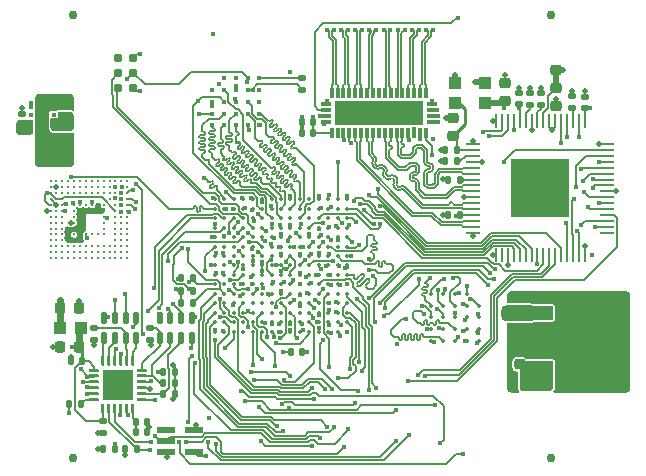
<source format=gtl>
%TF.GenerationSoftware,KiCad,Pcbnew,9.0.6-9.0.6~ubuntu24.04.1*%
%TF.CreationDate,2025-11-04T08:15:38+01:00*%
%TF.ProjectId,BB3plus CM5 STM32H7 module,42423370-6c75-4732-9043-4d352053544d,rev?*%
%TF.SameCoordinates,Original*%
%TF.FileFunction,Copper,L1,Top*%
%TF.FilePolarity,Positive*%
%FSLAX46Y46*%
G04 Gerber Fmt 4.6, Leading zero omitted, Abs format (unit mm)*
G04 Created by KiCad (PCBNEW 9.0.6-9.0.6~ubuntu24.04.1) date 2025-11-04 08:15:38*
%MOMM*%
%LPD*%
G01*
G04 APERTURE LIST*
G04 Aperture macros list*
%AMRoundRect*
0 Rectangle with rounded corners*
0 $1 Rounding radius*
0 $2 $3 $4 $5 $6 $7 $8 $9 X,Y pos of 4 corners*
0 Add a 4 corners polygon primitive as box body*
4,1,4,$2,$3,$4,$5,$6,$7,$8,$9,$2,$3,0*
0 Add four circle primitives for the rounded corners*
1,1,$1+$1,$2,$3*
1,1,$1+$1,$4,$5*
1,1,$1+$1,$6,$7*
1,1,$1+$1,$8,$9*
0 Add four rect primitives between the rounded corners*
20,1,$1+$1,$2,$3,$4,$5,0*
20,1,$1+$1,$4,$5,$6,$7,0*
20,1,$1+$1,$6,$7,$8,$9,0*
20,1,$1+$1,$8,$9,$2,$3,0*%
G04 Aperture macros list end*
%TA.AperFunction,EtchedComponent*%
%ADD10C,0.000000*%
%TD*%
%TA.AperFunction,SMDPad,CuDef*%
%ADD11RoundRect,0.135000X0.135000X0.185000X-0.135000X0.185000X-0.135000X-0.185000X0.135000X-0.185000X0*%
%TD*%
%TA.AperFunction,SMDPad,CuDef*%
%ADD12RoundRect,0.225000X-0.225000X-0.250000X0.225000X-0.250000X0.225000X0.250000X-0.225000X0.250000X0*%
%TD*%
%TA.AperFunction,SMDPad,CuDef*%
%ADD13RoundRect,0.050800X0.499200X-0.449200X0.499200X0.449200X-0.499200X0.449200X-0.499200X-0.449200X0*%
%TD*%
%TA.AperFunction,SMDPad,CuDef*%
%ADD14RoundRect,0.140000X-0.140000X-0.170000X0.140000X-0.170000X0.140000X0.170000X-0.140000X0.170000X0*%
%TD*%
%TA.AperFunction,SMDPad,CuDef*%
%ADD15RoundRect,0.135000X-0.185000X0.135000X-0.185000X-0.135000X0.185000X-0.135000X0.185000X0.135000X0*%
%TD*%
%TA.AperFunction,SMDPad,CuDef*%
%ADD16RoundRect,0.140000X0.170000X-0.140000X0.170000X0.140000X-0.170000X0.140000X-0.170000X-0.140000X0*%
%TD*%
%TA.AperFunction,SMDPad,CuDef*%
%ADD17RoundRect,0.140000X0.140000X0.170000X-0.140000X0.170000X-0.140000X-0.170000X0.140000X-0.170000X0*%
%TD*%
%TA.AperFunction,SMDPad,CuDef*%
%ADD18C,0.750000*%
%TD*%
%TA.AperFunction,SMDPad,CuDef*%
%ADD19C,0.355600*%
%TD*%
%TA.AperFunction,SMDPad,CuDef*%
%ADD20RoundRect,0.225000X0.250000X-0.225000X0.250000X0.225000X-0.250000X0.225000X-0.250000X-0.225000X0*%
%TD*%
%TA.AperFunction,SMDPad,CuDef*%
%ADD21R,0.228600X1.143000*%
%TD*%
%TA.AperFunction,SMDPad,CuDef*%
%ADD22R,1.143000X0.228600*%
%TD*%
%TA.AperFunction,SMDPad,CuDef*%
%ADD23R,5.000000X5.000000*%
%TD*%
%TA.AperFunction,SMDPad,CuDef*%
%ADD24RoundRect,0.225000X-0.250000X0.225000X-0.250000X-0.225000X0.250000X-0.225000X0.250000X0.225000X0*%
%TD*%
%TA.AperFunction,SMDPad,CuDef*%
%ADD25C,0.370000*%
%TD*%
%TA.AperFunction,SMDPad,CuDef*%
%ADD26R,0.300000X0.850000*%
%TD*%
%TA.AperFunction,SMDPad,CuDef*%
%ADD27R,0.850000X0.300000*%
%TD*%
%TA.AperFunction,SMDPad,CuDef*%
%ADD28R,7.550000X2.050000*%
%TD*%
%TA.AperFunction,SMDPad,CuDef*%
%ADD29RoundRect,0.135000X0.185000X-0.135000X0.185000X0.135000X-0.185000X0.135000X-0.185000X-0.135000X0*%
%TD*%
%TA.AperFunction,SMDPad,CuDef*%
%ADD30C,0.228600*%
%TD*%
%TA.AperFunction,SMDPad,CuDef*%
%ADD31RoundRect,0.225000X0.225000X0.250000X-0.225000X0.250000X-0.225000X-0.250000X0.225000X-0.250000X0*%
%TD*%
%TA.AperFunction,SMDPad,CuDef*%
%ADD32RoundRect,0.140000X-0.170000X0.140000X-0.170000X-0.140000X0.170000X-0.140000X0.170000X0.140000X0*%
%TD*%
%TA.AperFunction,SMDPad,CuDef*%
%ADD33RoundRect,0.135000X-0.135000X-0.185000X0.135000X-0.185000X0.135000X0.185000X-0.135000X0.185000X0*%
%TD*%
%TA.AperFunction,SMDPad,CuDef*%
%ADD34R,0.449999X0.299999*%
%TD*%
%TA.AperFunction,SMDPad,CuDef*%
%ADD35R,1.000000X1.599999*%
%TD*%
%TA.AperFunction,SMDPad,CuDef*%
%ADD36RoundRect,0.050800X0.199200X0.449200X-0.199200X0.449200X-0.199200X-0.449200X0.199200X-0.449200X0*%
%TD*%
%TA.AperFunction,SMDPad,CuDef*%
%ADD37RoundRect,0.393700X0.000010X-0.000010X0.000010X0.000010X-0.000010X0.000010X-0.000010X-0.000010X0*%
%TD*%
%TA.AperFunction,SMDPad,CuDef*%
%ADD38RoundRect,0.050800X-0.685800X-0.228600X0.685800X-0.228600X0.685800X0.228600X-0.685800X0.228600X0*%
%TD*%
%TA.AperFunction,SMDPad,CuDef*%
%ADD39RoundRect,0.050800X-0.449200X-0.499200X0.449200X-0.499200X0.449200X0.499200X-0.449200X0.499200X0*%
%TD*%
%TA.AperFunction,SMDPad,CuDef*%
%ADD40RoundRect,0.050800X-0.076200X-0.381000X0.076200X-0.381000X0.076200X0.381000X-0.076200X0.381000X0*%
%TD*%
%TA.AperFunction,SMDPad,CuDef*%
%ADD41RoundRect,0.050800X-0.381000X0.076200X-0.381000X-0.076200X0.381000X-0.076200X0.381000X0.076200X0*%
%TD*%
%TA.AperFunction,SMDPad,CuDef*%
%ADD42RoundRect,0.050800X1.244600X-1.244600X1.244600X1.244600X-1.244600X1.244600X-1.244600X-1.244600X0*%
%TD*%
%TA.AperFunction,SMDPad,CuDef*%
%ADD43RoundRect,0.050800X-0.901700X-0.520700X0.901700X-0.520700X0.901700X0.520700X-0.901700X0.520700X0*%
%TD*%
%TA.AperFunction,SMDPad,CuDef*%
%ADD44RoundRect,0.050800X-1.536700X-2.489200X1.536700X-2.489200X1.536700X2.489200X-1.536700X2.489200X0*%
%TD*%
%TA.AperFunction,ViaPad*%
%ADD45C,0.500000*%
%TD*%
%TA.AperFunction,ViaPad*%
%ADD46C,0.420000*%
%TD*%
%TA.AperFunction,ViaPad*%
%ADD47C,0.450000*%
%TD*%
%TA.AperFunction,Conductor*%
%ADD48C,0.609600*%
%TD*%
%TA.AperFunction,Conductor*%
%ADD49C,0.152400*%
%TD*%
%TA.AperFunction,Conductor*%
%ADD50C,0.127000*%
%TD*%
%TA.AperFunction,Conductor*%
%ADD51C,0.508000*%
%TD*%
%TA.AperFunction,Conductor*%
%ADD52C,0.254000*%
%TD*%
%TA.AperFunction,Conductor*%
%ADD53C,0.203200*%
%TD*%
G04 APERTURE END LIST*
D10*
%TA.AperFunction,EtchedComponent*%
%TO.C,JP1*%
G36*
X142676700Y-79225200D02*
G01*
X142143300Y-79225200D01*
X142143300Y-78564800D01*
X142676700Y-78564800D01*
X142676700Y-79225200D01*
G37*
%TD.AperFunction*%
%TD*%
D11*
%TO.P,R2,1,1*%
%TO.N,SCL*%
X111700000Y-96890000D03*
%TO.P,R2,2,2*%
%TO.N,+3V3*%
X110680000Y-96890000D03*
%TD*%
D12*
%TO.P,C55,1,1*%
%TO.N,+3V3*%
X100445000Y-98320000D03*
%TO.P,C55,2,2*%
%TO.N,GND*%
X101995000Y-98320000D03*
%TD*%
D13*
%TO.P,FB4,1*%
%TO.N,/DVID converter\u002C NOR Flash/PVDD*%
X133840000Y-80930000D03*
%TO.P,FB4,2*%
%TO.N,+3V3*%
X133840000Y-79230000D03*
%TD*%
D11*
%TO.P,R21,1,1*%
%TO.N,Net-(IC8-TFADJ)*%
X134000000Y-85850000D03*
%TO.P,R21,2,2*%
%TO.N,GND*%
X132980000Y-85850000D03*
%TD*%
D14*
%TO.P,C7,1,1*%
%TO.N,~{RESET_OUT}*%
X119940000Y-102020000D03*
%TO.P,C7,2,2*%
%TO.N,GND*%
X120900000Y-102020000D03*
%TD*%
D15*
%TO.P,R6,1,1*%
%TO.N,Net-(IC6-MDIO)*%
X108010000Y-100000000D03*
%TO.P,R6,2,2*%
%TO.N,+3V3*%
X108010000Y-101020000D03*
%TD*%
D16*
%TO.P,C6,1,1*%
%TO.N,+1V8*%
X100600000Y-82000000D03*
%TO.P,C6,2,2*%
%TO.N,GND*%
X100600000Y-81040000D03*
%TD*%
D17*
%TO.P,C63,1,1*%
%TO.N,/DVID converter\u002C NOR Flash/TVDD*%
X134265300Y-87416801D03*
%TO.P,C63,2,2*%
%TO.N,GND*%
X133305300Y-87416801D03*
%TD*%
D18*
%TO.P,FM1,*%
%TO.N,*%
X101500000Y-73500000D03*
%TD*%
D19*
%TO.P,IC7,A2,DQ10*%
%TO.N,XSPIM_P1_IO10*%
X135849994Y-98095000D03*
%TO.P,IC7,A3,~{CE}*%
%TO.N,~{XSPI_M_P1_CS}*%
X135849994Y-99095000D03*
%TO.P,IC7,A4,DQ11*%
%TO.N,XSPIM_P1_IO11*%
X135849994Y-100095000D03*
%TO.P,IC7,A5,DQ12*%
%TO.N,XSPIM_P1_IO12*%
X135849994Y-101095000D03*
%TO.P,IC7,B1,DQ9*%
%TO.N,XSPIM_P1_IO9*%
X134849996Y-97095000D03*
%TO.P,IC7,B2,CLK*%
%TO.N,XSPI_M_P1_CLK*%
X134849996Y-98095000D03*
%TO.P,IC7,B3,DQS/DM1*%
%TO.N,XSPI_M_P1_DQS1*%
X134849996Y-99095000D03*
%TO.P,IC7,B4,DQ13*%
%TO.N,XSPIM_P1_IO13*%
X134849996Y-100095000D03*
%TO.P,IC7,B5,DQ14*%
%TO.N,XSPIM_P1_IO14*%
X134849996Y-101095000D03*
%TO.P,IC7,C1,VSS*%
%TO.N,GND*%
X133849998Y-97095000D03*
%TO.P,IC7,C2,DQ8*%
%TO.N,XSPIM_P1_IO8*%
X133849998Y-98095000D03*
%TO.P,IC7,C3,DQS/DM0*%
%TO.N,XSPI_M_P1_DQS0*%
X133849998Y-99095000D03*
%TO.P,IC7,C4,ADQ2*%
%TO.N,XSPIM_P1_IO2*%
X133849998Y-100095000D03*
%TO.P,IC7,C5,DQ15*%
%TO.N,XSPIM_P1_IO15*%
X133849998Y-101095000D03*
%TO.P,IC7,D1,VDD*%
%TO.N,+1V8*%
X132850000Y-97095000D03*
%TO.P,IC7,D2,ADQ1*%
%TO.N,XSPIM_P1_IO1*%
X132850000Y-98095000D03*
%TO.P,IC7,D3,ADQ0*%
%TO.N,XSPIM_P1_IO0*%
X132850000Y-99095000D03*
%TO.P,IC7,D4,ADQ3*%
%TO.N,XSPIM_P1_IO3*%
X132850000Y-100095000D03*
%TO.P,IC7,D5,ADQ4*%
%TO.N,XSPIM_P1_IO4*%
X132850000Y-101095000D03*
%TO.P,IC7,E1,ADQ7*%
%TO.N,XSPIM_P1_IO7*%
X131850002Y-97095000D03*
%TO.P,IC7,E2,ADQ6*%
%TO.N,XSPIM_P1_IO6*%
X131850002Y-98095000D03*
%TO.P,IC7,E3,ADQ5*%
%TO.N,XSPIM_P1_IO5*%
X131850002Y-99095000D03*
%TO.P,IC7,E4,VDD*%
%TO.N,+1V8*%
X131850002Y-100095000D03*
%TO.P,IC7,E5,VSS*%
%TO.N,GND*%
X131850002Y-101095000D03*
%TD*%
D20*
%TO.P,C1,1,1*%
%TO.N,GND*%
X139340000Y-100110000D03*
%TO.P,C1,2,2*%
%TO.N,/CM5 socket/+5V_IN*%
X139340000Y-98560000D03*
%TD*%
D21*
%TO.P,IC8,1,DVDD*%
%TO.N,/DVID converter\u002C NOR Flash/DVDD*%
X144840000Y-82493100D03*
%TO.P,IC8,2,DE*%
%TO.N,LTDC_DE*%
X144340001Y-82493100D03*
%TO.P,IC8,3,VREF*%
%TO.N,Net-(IC8-VREF)*%
X143840000Y-82493100D03*
%TO.P,IC8,4,HSYNC*%
%TO.N,LTDC_HSYNC*%
X143340001Y-82493100D03*
%TO.P,IC8,5,VSYNC*%
%TO.N,LTDC_VSYNC*%
X142839999Y-82493100D03*
%TO.P,IC8,6,CTL3/A3/DK3*%
%TO.N,GND*%
X142340000Y-82493100D03*
%TO.P,IC8,7,CTL2/A2/DK2*%
X141840001Y-82493100D03*
%TO.P,IC8,8,CTL1/A1/DK1*%
%TO.N,Net-(IC8-CTL1{slash}A1{slash}DK1)*%
X141340000Y-82493100D03*
%TO.P,IC8,9,EDGE/HTPLG*%
%TO.N,Net-(IC8-EDGE{slash}HTPLG)*%
X140840000Y-82493100D03*
%TO.P,IC8,10,~{PD}*%
%TO.N,GND*%
X140339999Y-82493100D03*
%TO.P,IC8,11,MSEN/PO1*%
%TO.N,Net-(IC8-MSEN{slash}PO1)*%
X139840000Y-82493100D03*
%TO.P,IC8,12,DVDD*%
%TO.N,/DVID converter\u002C NOR Flash/DVDD*%
X139340001Y-82493100D03*
%TO.P,IC8,13,ISEL/~{RST}*%
%TO.N,~{RESET_OUT}*%
X138839999Y-82493100D03*
%TO.P,IC8,14,DSEL/SDA*%
%TO.N,SDA*%
X138340000Y-82493100D03*
%TO.P,IC8,15,BSEL/SCL*%
%TO.N,SCL*%
X137839999Y-82493100D03*
%TO.P,IC8,16,DGND*%
%TO.N,GND*%
X137340000Y-82493100D03*
D22*
%TO.P,IC8,17,PGND*%
X135413100Y-84420000D03*
%TO.P,IC8,18,PVDD*%
%TO.N,/DVID converter\u002C NOR Flash/PVDD*%
X135413100Y-84919999D03*
%TO.P,IC8,19,TFADJ*%
%TO.N,Net-(IC8-TFADJ)*%
X135413100Y-85420000D03*
%TO.P,IC8,20,TGND*%
%TO.N,GND*%
X135413100Y-85919999D03*
%TO.P,IC8,21,TXC-*%
%TO.N,/DVID converter\u002C NOR Flash/TXC-*%
X135413100Y-86420001D03*
%TO.P,IC8,22,TXC+*%
%TO.N,/DVID converter\u002C NOR Flash/TXC+*%
X135413100Y-86920000D03*
%TO.P,IC8,23,TVDD*%
%TO.N,/DVID converter\u002C NOR Flash/TVDD*%
X135413100Y-87419999D03*
%TO.P,IC8,24,TX0-*%
%TO.N,/DVID converter\u002C NOR Flash/TX0-*%
X135413100Y-87920000D03*
%TO.P,IC8,25,TX0+*%
%TO.N,/DVID converter\u002C NOR Flash/TX0+*%
X135413100Y-88420000D03*
%TO.P,IC8,26,TGND*%
%TO.N,GND*%
X135413100Y-88920001D03*
%TO.P,IC8,27,TX1-*%
%TO.N,/DVID converter\u002C NOR Flash/TX1-*%
X135413100Y-89420000D03*
%TO.P,IC8,28,TX1+*%
%TO.N,/DVID converter\u002C NOR Flash/TX1+*%
X135413100Y-89919999D03*
%TO.P,IC8,29,TVDD*%
%TO.N,/DVID converter\u002C NOR Flash/TVDD*%
X135413100Y-90420001D03*
%TO.P,IC8,30,TX2-*%
%TO.N,/DVID converter\u002C NOR Flash/TX2-*%
X135413100Y-90920000D03*
%TO.P,IC8,31,TX2+*%
%TO.N,/DVID converter\u002C NOR Flash/TX2+*%
X135413100Y-91420001D03*
%TO.P,IC8,32,TGND*%
%TO.N,GND*%
X135413100Y-91920000D03*
D21*
%TO.P,IC8,33,DVDD*%
%TO.N,/DVID converter\u002C NOR Flash/DVDD*%
X137340000Y-93846900D03*
%TO.P,IC8,34,RESERVED*%
%TO.N,unconnected-(IC8-RESERVED-Pad34)*%
X137839999Y-93846900D03*
%TO.P,IC8,35,DKEN*%
%TO.N,GND*%
X138340000Y-93846900D03*
%TO.P,IC8,36,DATA23*%
%TO.N,LTDC_G7*%
X138839999Y-93846900D03*
%TO.P,IC8,37,DATA22*%
%TO.N,LTDC_G6*%
X139340001Y-93846900D03*
%TO.P,IC8,38,DATA21*%
%TO.N,LTDC_G5*%
X139840000Y-93846900D03*
%TO.P,IC8,39,DATA20*%
%TO.N,LTDC_G4*%
X140339999Y-93846900D03*
%TO.P,IC8,40,DATA19*%
%TO.N,LTDC_R3*%
X140840000Y-93846900D03*
%TO.P,IC8,41,DATA18*%
%TO.N,LTDC_R2*%
X141340000Y-93846900D03*
%TO.P,IC8,42,DATA17*%
%TO.N,LTDC_R1*%
X141840001Y-93846900D03*
%TO.P,IC8,43,DATA16*%
%TO.N,LTDC_R0*%
X142340000Y-93846900D03*
%TO.P,IC8,44,DATA15*%
%TO.N,LTDC_R7*%
X142839999Y-93846900D03*
%TO.P,IC8,45,DATA14*%
%TO.N,LTDC_R6*%
X143340001Y-93846900D03*
%TO.P,IC8,46,DATA13*%
%TO.N,LTDC_R5*%
X143840000Y-93846900D03*
%TO.P,IC8,47,DATA12*%
%TO.N,LTDC_R4*%
X144340001Y-93846900D03*
%TO.P,IC8,48,DGND*%
%TO.N,GND*%
X144840000Y-93846900D03*
D22*
%TO.P,IC8,49,NC*%
%TO.N,unconnected-(IC8-NC-Pad49)*%
X146766900Y-91920000D03*
%TO.P,IC8,50,DATA11*%
%TO.N,LTDC_G3*%
X146766900Y-91420001D03*
%TO.P,IC8,51,DATA10*%
%TO.N,LTDC_G2*%
X146766900Y-90920000D03*
%TO.P,IC8,52,DATA9*%
%TO.N,LTDC_G1*%
X146766900Y-90420001D03*
%TO.P,IC8,53,DATA8*%
%TO.N,LTDC_G0*%
X146766900Y-89919999D03*
%TO.P,IC8,54,DATA7*%
%TO.N,LTDC_B7*%
X146766900Y-89420000D03*
%TO.P,IC8,55,DATA6*%
%TO.N,LTDC_B6*%
X146766900Y-88920001D03*
%TO.P,IC8,56,IDCK-*%
%TO.N,GND*%
X146766900Y-88420000D03*
%TO.P,IC8,57,IDCK+*%
%TO.N,LTDC_CLK*%
X146766900Y-87920000D03*
%TO.P,IC8,58,DATA5*%
%TO.N,LTDC_B5*%
X146766900Y-87419999D03*
%TO.P,IC8,59,DATA4*%
%TO.N,LTDC_B4*%
X146766900Y-86920000D03*
%TO.P,IC8,60,DATA3*%
%TO.N,LTDC_B3*%
X146766900Y-86420001D03*
%TO.P,IC8,61,DATA2*%
%TO.N,LTDC_B2*%
X146766900Y-85919999D03*
%TO.P,IC8,62,DATA1*%
%TO.N,LTDC_B1*%
X146766900Y-85420000D03*
%TO.P,IC8,63,DATA0*%
%TO.N,LTDC_B0*%
X146766900Y-84919999D03*
%TO.P,IC8,64,DGND*%
%TO.N,GND*%
X146766900Y-84420000D03*
D23*
%TO.P,IC8,65,EPAD*%
X141090000Y-88170000D03*
%TD*%
D16*
%TO.P,C61,1,1*%
%TO.N,/DVID converter\u002C NOR Flash/DVDD*%
X144845300Y-81346801D03*
%TO.P,C61,2,2*%
%TO.N,GND*%
X144845300Y-80386801D03*
%TD*%
D24*
%TO.P,C2,1,1*%
%TO.N,GND*%
X139347076Y-101520000D03*
%TO.P,C2,2,2*%
%TO.N,+3V3*%
X139347076Y-103070000D03*
%TD*%
D13*
%TO.P,FB3,1*%
%TO.N,/DVID converter\u002C NOR Flash/DVDD*%
X136420000Y-80920000D03*
%TO.P,FB3,2*%
%TO.N,+3V3*%
X136420000Y-79220000D03*
%TD*%
D25*
%TO.P,IC10,A2,NC*%
%TO.N,unconnected-(IC10-NC-PadA2)*%
X114300000Y-78830000D03*
%TO.P,IC10,A3,NC*%
%TO.N,unconnected-(IC10-NC-PadA3)*%
X115300000Y-78830000D03*
%TO.P,IC10,A4,~{RESET}*%
%TO.N,~{RESET_OUT}*%
X116300000Y-78830000D03*
%TO.P,IC10,A5,~{ECS}*%
%TO.N,Net-(IC10-~{ECS})*%
X117300000Y-78830000D03*
%TO.P,IC10,B1,DNU*%
%TO.N,unconnected-(IC10-DNU-PadB1)*%
X113300000Y-79830000D03*
%TO.P,IC10,B2,SCLK*%
%TO.N,XSPIM_P2_CLK*%
X114300000Y-79830000D03*
%TO.P,IC10,B3,GND*%
%TO.N,GND*%
X115300000Y-79830000D03*
%TO.P,IC10,B4,VCC*%
%TO.N,+1V8*%
X116300000Y-79830000D03*
%TO.P,IC10,B5,DNU*%
%TO.N,unconnected-(IC10-DNU-PadB5)*%
X117300000Y-79830000D03*
%TO.P,IC10,C1,VSSQ*%
%TO.N,GND*%
X113300000Y-80830000D03*
%TO.P,IC10,C2,~{CS}*%
%TO.N,~{XSPIM_P2_CS1}*%
X114300000Y-80830000D03*
%TO.P,IC10,C3,DQS*%
%TO.N,XSPIM_P2_DQS0*%
X115300000Y-80830000D03*
%TO.P,IC10,C4,SIO2*%
%TO.N,XSPIM_P2_IO2*%
X116300000Y-80830000D03*
%TO.P,IC10,C5,NC*%
%TO.N,unconnected-(IC10-NC-PadC5)*%
X117300000Y-80830000D03*
%TO.P,IC10,D1,VCCQ*%
%TO.N,+1V8*%
X113300000Y-81830000D03*
%TO.P,IC10,D2,SIO1*%
%TO.N,XSPIM_P2_IO1*%
X114300000Y-81830000D03*
%TO.P,IC10,D3,SIO0*%
%TO.N,XSPIM_P2_IO0*%
X115300000Y-81830000D03*
%TO.P,IC10,D4,SIO3*%
%TO.N,XSPIM_P2_IO3*%
X116300000Y-81830000D03*
%TO.P,IC10,D5,SIO4*%
%TO.N,XSPIM_P2_IO4*%
X117300000Y-81830000D03*
%TO.P,IC10,E1,SIO7*%
%TO.N,XSPIM_P2_IO7*%
X113300000Y-82830000D03*
%TO.P,IC10,E2,SIO6*%
%TO.N,XSPIM_P2_IO6*%
X114300000Y-82830000D03*
%TO.P,IC10,E3,SIO5*%
%TO.N,XSPIM_P2_IO5*%
X115300000Y-82830000D03*
%TO.P,IC10,E4,VCCQ*%
%TO.N,+1V8*%
X116300000Y-82830000D03*
%TO.P,IC10,E5,VSSQ*%
%TO.N,GND*%
X117300000Y-82830000D03*
%TD*%
D26*
%TO.P,IC9,1,VCC*%
%TO.N,+3V3*%
X123410000Y-83505000D03*
%TO.P,IC9,2,EN*%
%TO.N,~{RESET_OUT}*%
X123909999Y-83505000D03*
%TO.P,IC9,3,SCL*%
%TO.N,SCL*%
X124410001Y-83505000D03*
%TO.P,IC9,4,SDA*%
%TO.N,SDA*%
X124910000Y-83505000D03*
%TO.P,IC9,5,D0+*%
%TO.N,/DVID converter\u002C NOR Flash/TX2+*%
X125409999Y-83505000D03*
%TO.P,IC9,6,D0-*%
%TO.N,/DVID converter\u002C NOR Flash/TX2-*%
X125910000Y-83505000D03*
%TO.P,IC9,7,D1+*%
%TO.N,/DVID converter\u002C NOR Flash/TX1+*%
X126409999Y-83505000D03*
%TO.P,IC9,8,D1-*%
%TO.N,/DVID converter\u002C NOR Flash/TX1-*%
X126910001Y-83505000D03*
%TO.P,IC9,9,NC_9*%
%TO.N,unconnected-(IC9-NC_9-Pad9)*%
X127410000Y-83505000D03*
%TO.P,IC9,10,D2+*%
%TO.N,/DVID converter\u002C NOR Flash/TX0+*%
X127909999Y-83505000D03*
%TO.P,IC9,11,D2-*%
%TO.N,/DVID converter\u002C NOR Flash/TX0-*%
X128410001Y-83505000D03*
%TO.P,IC9,12,D3+*%
%TO.N,/DVID converter\u002C NOR Flash/TXC+*%
X128910000Y-83505000D03*
%TO.P,IC9,13,D3-*%
%TO.N,/DVID converter\u002C NOR Flash/TXC-*%
X129410001Y-83505000D03*
%TO.P,IC9,14,HPD*%
%TO.N,DVID_HPD*%
X129910000Y-83505000D03*
%TO.P,IC9,15,CEC*%
%TO.N,DVID_CEC*%
X130409999Y-83505000D03*
%TO.P,IC9,16,SEL1*%
%TO.N,DVID_SEL1*%
X130910001Y-83505000D03*
%TO.P,IC9,17,SEL2*%
%TO.N,DVID_SEL2*%
X131410000Y-83505000D03*
D27*
%TO.P,IC9,18,CEC_A*%
%TO.N,TFT_DVID_CEC*%
X131885000Y-82530189D03*
%TO.P,IC9,19,HPD_A*%
%TO.N,TFT_DVID_HPD*%
X131885000Y-82030063D03*
%TO.P,IC9,20,CEC_B*%
%TO.N,REAR_DVID_CEC*%
X131885000Y-81529937D03*
%TO.P,IC9,21,HPD_B*%
%TO.N,REAR_DVID_HPD*%
X131885000Y-81029811D03*
D26*
%TO.P,IC9,22,D3-B*%
%TO.N,REAR_DVID_CLK_N*%
X131410000Y-80055000D03*
%TO.P,IC9,23,D3+B*%
%TO.N,REAR_DVID_CLK_P*%
X130910001Y-80055000D03*
%TO.P,IC9,24,D2-B*%
%TO.N,REAR_DVID_TX0_N*%
X130409999Y-80055000D03*
%TO.P,IC9,25,D2+B*%
%TO.N,REAR_DVID_TX0_P*%
X129910000Y-80055000D03*
%TO.P,IC9,26,D1-B*%
%TO.N,REAR_DVID_TX1_N*%
X129410001Y-80055000D03*
%TO.P,IC9,27,D1+B*%
%TO.N,REAR_DVID_TX1_P*%
X128910000Y-80055000D03*
%TO.P,IC9,28,D0-B*%
%TO.N,REAR_DVID_TX2_N*%
X128410001Y-80055000D03*
%TO.P,IC9,29,D0+B*%
%TO.N,REAR_DVID_TX2_P*%
X127909999Y-80055000D03*
%TO.P,IC9,30,NC_30*%
%TO.N,unconnected-(IC9-NC_30-Pad30)*%
X127410000Y-80055000D03*
%TO.P,IC9,31,D3-A*%
%TO.N,TFT_DVID_CLK_N*%
X126910001Y-80055000D03*
%TO.P,IC9,32,D3+A*%
%TO.N,TFT_DVID_CLK_P*%
X126409999Y-80055000D03*
%TO.P,IC9,33,D2-A*%
%TO.N,TFT_DVID_TX0_N*%
X125910000Y-80055000D03*
%TO.P,IC9,34,D2+A*%
%TO.N,TFT_DVID_TX0_P*%
X125409999Y-80055000D03*
%TO.P,IC9,35,D1-A*%
%TO.N,TFT_DVID_TX1_N*%
X124910000Y-80055000D03*
%TO.P,IC9,36,D1+A*%
%TO.N,TFT_DVID_TX1_P*%
X124410001Y-80055000D03*
%TO.P,IC9,37,D0-A*%
%TO.N,TFT_DVID_TX2_N*%
X123909999Y-80055000D03*
%TO.P,IC9,38,D0+A*%
%TO.N,TFT_DVID_TX2_P*%
X123410000Y-80055000D03*
D27*
%TO.P,IC9,39,SDA_B*%
%TO.N,REAR_DVID_SDA*%
X122935000Y-81029811D03*
%TO.P,IC9,40,SCL_B*%
%TO.N,REAR_DVID_SCL*%
X122935000Y-81529937D03*
%TO.P,IC9,41,SDA_A*%
%TO.N,TFT_DVID_SDA*%
X122935000Y-82030063D03*
%TO.P,IC9,42,SCL_A*%
%TO.N,TFT_DVID_SCL*%
X122935000Y-82530189D03*
D28*
%TO.P,IC9,43,EPAD*%
%TO.N,GND*%
X127410000Y-81780000D03*
%TD*%
D15*
%TO.P,R10,1,1*%
%TO.N,Net-(IC6-NINT{slash}REFCLKO)*%
X103320700Y-100000000D03*
%TO.P,R10,2,2*%
%TO.N,+3V3*%
X103320700Y-101020000D03*
%TD*%
D17*
%TO.P,C71,1,1*%
%TO.N,+3V3*%
X121820000Y-82580000D03*
%TO.P,C71,2,2*%
%TO.N,GND*%
X120860000Y-82580000D03*
%TD*%
%TO.P,C51,1,1*%
%TO.N,GND*%
X107810700Y-108830000D03*
%TO.P,C51,2,2*%
%TO.N,Net-(IC6-VDDCR)*%
X106850700Y-108830000D03*
%TD*%
D29*
%TO.P,R22,1,1*%
%TO.N,Net-(IC8-EDGE{slash}HTPLG)*%
X141120000Y-81090000D03*
%TO.P,R22,2,2*%
%TO.N,+3V3*%
X141120000Y-80070000D03*
%TD*%
D18*
%TO.P,FM3,*%
%TO.N,*%
X101500000Y-111000000D03*
%TD*%
D30*
%TO.P,IC5,*%
%TO.N,*%
X106110819Y-87569181D03*
X105610693Y-87569181D03*
X105110567Y-87569181D03*
X104610441Y-87569181D03*
X104110315Y-87569181D03*
X103610189Y-87569181D03*
X103110063Y-87569181D03*
X102609937Y-87569181D03*
X102109811Y-87569181D03*
X101609685Y-87569181D03*
X101109559Y-87569181D03*
X100609433Y-87569181D03*
X100109307Y-87569181D03*
X99609181Y-87569181D03*
X106110819Y-88069307D03*
X104610441Y-88069307D03*
X104110315Y-88069307D03*
X103610189Y-88069307D03*
X103110063Y-88069307D03*
X102609937Y-88069307D03*
X102109811Y-88069307D03*
X101609685Y-88069307D03*
X101109559Y-88069307D03*
X100609433Y-88069307D03*
X99609181Y-88069307D03*
X105110567Y-88569433D03*
X104610441Y-88569433D03*
X104110315Y-88569433D03*
X103610189Y-88569433D03*
X102609937Y-88569433D03*
X102109811Y-88569433D03*
X101609685Y-88569433D03*
X101109559Y-88569433D03*
X100609433Y-88569433D03*
X100109307Y-88569433D03*
X104610441Y-89069559D03*
X105110567Y-89569685D03*
X100109307Y-90069811D03*
X105610693Y-90569937D03*
X105110567Y-90569937D03*
X100609433Y-90569937D03*
X100109307Y-90569937D03*
X106110819Y-91070063D03*
X105610693Y-91070063D03*
X105110567Y-91070063D03*
X100609433Y-91070063D03*
X100109307Y-91070063D03*
X99609181Y-91070063D03*
X106110819Y-91570189D03*
X105610693Y-91570189D03*
X105110567Y-91570189D03*
X100609433Y-91570189D03*
X100109307Y-91570189D03*
X99609181Y-91570189D03*
X106110819Y-92070315D03*
X105610693Y-92070315D03*
X105110567Y-92070315D03*
X100609433Y-92070315D03*
X100109307Y-92070315D03*
X106110819Y-92570441D03*
X105610693Y-92570441D03*
X105110567Y-92570441D03*
X100609433Y-92570441D03*
X100109307Y-92570441D03*
X99609181Y-92570441D03*
X106110819Y-93070567D03*
X105610693Y-93070567D03*
X105110567Y-93070567D03*
X104610441Y-93070567D03*
X104110315Y-93070567D03*
X103610189Y-93070567D03*
X103110063Y-93070567D03*
X102609937Y-93070567D03*
X102109811Y-93070567D03*
X101609685Y-93070567D03*
X101109559Y-93070567D03*
X100609433Y-93070567D03*
X100109307Y-93070567D03*
X99609181Y-93070567D03*
X106110819Y-93570693D03*
X105610693Y-93570693D03*
X105110567Y-93570693D03*
X104610441Y-93570693D03*
X104110315Y-93570693D03*
X103610189Y-93570693D03*
X103110063Y-93570693D03*
X102609937Y-93570693D03*
X102109811Y-93570693D03*
X101609685Y-93570693D03*
X101109559Y-93570693D03*
X100609433Y-93570693D03*
X100109307Y-93570693D03*
X99609181Y-93570693D03*
X106110819Y-94070819D03*
X105610693Y-94070819D03*
X105110567Y-94070819D03*
X104610441Y-94070819D03*
X104110315Y-94070819D03*
X103610189Y-94070819D03*
X103110063Y-94070819D03*
X102609937Y-94070819D03*
X102109811Y-94070819D03*
X101609685Y-94070819D03*
X101109559Y-94070819D03*
X100609433Y-94070819D03*
X100109307Y-94070819D03*
X99609181Y-94070819D03*
%TO.P,IC5,A3,DAT0*%
%TO.N,SDMMC_D0*%
X106110819Y-88569433D03*
%TO.P,IC5,A4,DAT1*%
%TO.N,SDMMC_D1*%
X106110819Y-89069559D03*
%TO.P,IC5,A5,DAT2*%
%TO.N,SDMMC_D2*%
X106110819Y-89569685D03*
%TO.P,IC5,A6,VSS*%
%TO.N,GND*%
X106110819Y-90069811D03*
%TO.P,IC5,A7,RFU*%
%TO.N,unconnected-(IC5-RFU-PadA7)*%
X106110819Y-90569937D03*
%TO.P,IC5,B2,DAT3*%
%TO.N,SDMMC_D3*%
X105610693Y-88069307D03*
%TO.P,IC5,B3,DAT4*%
%TO.N,SDMMC_D4*%
X105610693Y-88569433D03*
%TO.P,IC5,B4,DAT5*%
%TO.N,SDMMC_D5*%
X105610693Y-89069559D03*
%TO.P,IC5,B5,DAT6*%
%TO.N,SDMMC_D6*%
X105610693Y-89569685D03*
%TO.P,IC5,B6,DAT7*%
%TO.N,SDMMC_D7*%
X105610693Y-90069811D03*
%TO.P,IC5,C2,VDDI*%
%TO.N,Net-(IC5-VDDI)*%
X105110567Y-88069307D03*
%TO.P,IC5,C4,VSSQ*%
%TO.N,GND*%
X105110567Y-89069559D03*
%TO.P,IC5,C6,VCCQ*%
%TO.N,+1V8*%
X105110567Y-90069811D03*
%TO.P,IC5,E5,RFU*%
%TO.N,unconnected-(IC5-RFU-PadE5)*%
X104110315Y-89569685D03*
%TO.P,IC5,E6,VCC*%
%TO.N,+3V3*%
X104110315Y-90069811D03*
%TO.P,IC5,E7,VSS*%
%TO.N,GND*%
X104110315Y-90569937D03*
%TO.P,IC5,E8,RFU*%
%TO.N,unconnected-(IC5-RFU-PadE8)*%
X104110315Y-91070063D03*
%TO.P,IC5,E9,RFU*%
%TO.N,unconnected-(IC5-RFU-PadE9)*%
X104110315Y-91570189D03*
%TO.P,IC5,E10,RFU*%
%TO.N,unconnected-(IC5-RFU-PadE10)*%
X104110315Y-92070315D03*
%TO.P,IC5,F5,VCC*%
%TO.N,+3V3*%
X103610189Y-89569685D03*
%TO.P,IC5,F10,RFU*%
%TO.N,unconnected-(IC5-RFU-PadF10)*%
X103610189Y-92070315D03*
%TO.P,IC5,G3,RFU*%
%TO.N,unconnected-(IC5-RFU-PadG3)*%
X103110063Y-88569433D03*
%TO.P,IC5,G5,VSS*%
%TO.N,GND*%
X103110063Y-89569685D03*
%TO.P,IC5,G10,RFU*%
%TO.N,unconnected-(IC5-RFU-PadG10)*%
X103110063Y-92070315D03*
%TO.P,IC5,H5,DATA_STROBE*%
%TO.N,unconnected-(IC5-DATA_STROBE-PadH5)*%
X102609937Y-89569685D03*
%TO.P,IC5,H10,VSS*%
%TO.N,GND*%
X102609937Y-92070315D03*
%TO.P,IC5,J5,VSS*%
X102109811Y-89569685D03*
%TO.P,IC5,J10,VCC*%
%TO.N,+3V3*%
X102109811Y-92070315D03*
%TO.P,IC5,K5,RST_N*%
%TO.N,~{RESET_OUT}*%
X101609685Y-89569685D03*
%TO.P,IC5,K6,RFU*%
%TO.N,unconnected-(IC5-RFU-PadK6)*%
X101609685Y-90069811D03*
%TO.P,IC5,K7,RFU*%
%TO.N,unconnected-(IC5-RFU-PadK7)*%
X101609685Y-90569937D03*
%TO.P,IC5,K8,VSS*%
%TO.N,GND*%
X101609685Y-91070063D03*
%TO.P,IC5,K9,VCC*%
%TO.N,+3V3*%
X101609685Y-91570189D03*
%TO.P,IC5,K10,RFU*%
%TO.N,unconnected-(IC5-RFU-PadK10)*%
X101609685Y-92070315D03*
%TO.P,IC5,M4,VCCQ*%
%TO.N,+1V8*%
X100609433Y-89069559D03*
%TO.P,IC5,M5,CMD*%
%TO.N,SDMMC_CMD*%
X100609433Y-89569685D03*
%TO.P,IC5,M6,CLK*%
%TO.N,SDMMC_CLK*%
X100609433Y-90069811D03*
%TO.P,IC5,N2,VSSQ*%
%TO.N,GND*%
X100109307Y-88069307D03*
%TO.P,IC5,N4,VCCQ*%
%TO.N,+1V8*%
X100109307Y-89069559D03*
%TO.P,IC5,N5,VSSQ*%
%TO.N,GND*%
X100109307Y-89569685D03*
%TO.P,IC5,P3,VCCQ*%
%TO.N,+1V8*%
X99609181Y-88569433D03*
%TO.P,IC5,P4,VSSQ*%
%TO.N,GND*%
X99609181Y-89069559D03*
%TO.P,IC5,P5,VCCQ*%
%TO.N,+1V8*%
X99609181Y-89569685D03*
%TO.P,IC5,P6,VSSQ*%
%TO.N,GND*%
X99609181Y-90069811D03*
%TO.P,IC5,P7,RFU*%
%TO.N,unconnected-(IC5-RFU-PadP7)*%
X99609181Y-90569937D03*
%TO.P,IC5,P10,RFU*%
%TO.N,unconnected-(IC5-RFU-PadP10)*%
X99609181Y-92070315D03*
%TD*%
D31*
%TO.P,C54,1,1*%
%TO.N,/Ethernet PHY\u002C PSRAM\u002C eMMC/+3V3_LAN*%
X102002000Y-101610000D03*
%TO.P,C54,2,2*%
%TO.N,GND*%
X100452000Y-101610000D03*
%TD*%
D14*
%TO.P,C50,1,1*%
%TO.N,Net-(IC6-VDDCR)*%
X106850700Y-107910000D03*
%TO.P,C50,2,2*%
%TO.N,GND*%
X107810700Y-107910000D03*
%TD*%
D18*
%TO.P,FM2,*%
%TO.N,*%
X142000000Y-73500000D03*
%TD*%
D32*
%TO.P,C52,1,1*%
%TO.N,/Ethernet PHY\u002C PSRAM\u002C eMMC/+3V3_LAN*%
X104040000Y-107880000D03*
%TO.P,C52,2,2*%
%TO.N,GND*%
X104040000Y-108840000D03*
%TD*%
D24*
%TO.P,C68,1,1*%
%TO.N,GND*%
X133690000Y-82215000D03*
%TO.P,C68,2,2*%
%TO.N,/DVID converter\u002C NOR Flash/PVDD*%
X133690000Y-83765000D03*
%TD*%
D18*
%TO.P,FM4,*%
%TO.N,*%
X142000000Y-111000000D03*
%TD*%
D33*
%TO.P,R9,1,1*%
%TO.N,Net-(IC6-RXD0{slash}MODE0)*%
X109120000Y-105580000D03*
%TO.P,R9,2,2*%
%TO.N,+3V3*%
X110140000Y-105580000D03*
%TD*%
D11*
%TO.P,R12,1,1*%
%TO.N,~{ETH_LINK100}*%
X106940000Y-110240000D03*
%TO.P,R12,2,2*%
%TO.N,GND*%
X105920000Y-110240000D03*
%TD*%
D17*
%TO.P,C62,1,1*%
%TO.N,/DVID converter\u002C NOR Flash/PVDD*%
X134000000Y-84926801D03*
%TO.P,C62,2,2*%
%TO.N,GND*%
X133040000Y-84926801D03*
%TD*%
%TO.P,C53,1,1*%
%TO.N,/Ethernet PHY\u002C PSRAM\u002C eMMC/+3V3_LAN*%
X102290000Y-102810000D03*
%TO.P,C53,2,2*%
%TO.N,GND*%
X101330000Y-102810000D03*
%TD*%
D34*
%TO.P,IC4,1,OUT*%
%TO.N,+1V8*%
X99869998Y-82570000D03*
%TO.P,IC4,2,NC*%
%TO.N,unconnected-(IC4-NC-Pad2)*%
X99869998Y-81919999D03*
%TO.P,IC4,3,GND*%
%TO.N,GND*%
X99869998Y-81270000D03*
%TO.P,IC4,4,EN*%
%TO.N,+3V3*%
X97920000Y-81270000D03*
%TO.P,IC4,5,NC*%
%TO.N,unconnected-(IC4-NC-Pad5)*%
X97920000Y-81919999D03*
%TO.P,IC4,6,IN*%
%TO.N,+3V3*%
X97920000Y-82570000D03*
D35*
%TO.P,IC4,7,TPAD*%
%TO.N,GND*%
X98894999Y-81919999D03*
%TD*%
D36*
%TO.P,RN2,1,1*%
%TO.N,ETH_RXD1*%
X111550000Y-99130000D03*
%TO.P,RN2,2,1*%
%TO.N,ETH_RXD0*%
X110650000Y-99130000D03*
%TO.P,RN2,3,1*%
%TO.N,ETH_CRS_DV*%
X109750000Y-99130000D03*
%TO.P,RN2,4,1*%
%TO.N,ETH_MDIO*%
X108850000Y-99130000D03*
%TO.P,RN2,5,2*%
%TO.N,Net-(IC6-MDIO)*%
X108850000Y-100830000D03*
%TO.P,RN2,6,2*%
%TO.N,Net-(IC6-CRS_DV{slash}MODE2)*%
X109750000Y-100830000D03*
%TO.P,RN2,7,2*%
%TO.N,Net-(IC6-RXD0{slash}MODE0)*%
X110650000Y-100830000D03*
%TO.P,RN2,8,2*%
%TO.N,Net-(IC6-RXD1{slash}MODE1)*%
X111550000Y-100830000D03*
%TD*%
D17*
%TO.P,C70,1,1*%
%TO.N,+3V3*%
X121820000Y-83500000D03*
%TO.P,C70,2,2*%
%TO.N,GND*%
X120860000Y-83500000D03*
%TD*%
D29*
%TO.P,R20,1,1*%
%TO.N,Net-(IC8-VREF)*%
X143770000Y-81390000D03*
%TO.P,R20,2,2*%
%TO.N,+3V3*%
X143770000Y-80370000D03*
%TD*%
D11*
%TO.P,R1,1,1*%
%TO.N,SDA*%
X111700000Y-97840000D03*
%TO.P,R1,2,2*%
%TO.N,+3V3*%
X110680000Y-97840000D03*
%TD*%
D16*
%TO.P,C3,1,1*%
%TO.N,+3V3*%
X97190000Y-82810000D03*
%TO.P,C3,2,2*%
%TO.N,GND*%
X97190000Y-81850000D03*
%TD*%
D37*
%TO.P,X1,1,VCC*%
%TO.N,+3V3*%
X106635000Y-79685000D03*
%TO.P,X1,2,SWDIO*%
%TO.N,/STM32H7 MCU/JTAG_SWDIO*%
X105365000Y-79685000D03*
%TO.P,X1,3,~{RESET}*%
%TO.N,~{RESET_OUT}*%
X106635000Y-78415000D03*
%TO.P,X1,4,SWCLK*%
%TO.N,/STM32H7 MCU/JTAG_SWCLK*%
X105365000Y-78415000D03*
%TO.P,X1,5,GND*%
%TO.N,GND*%
X106635000Y-77145000D03*
%TO.P,X1,6,SWO*%
%TO.N,unconnected-(X1-SWO-Pad6)*%
X105365000Y-77145000D03*
%TD*%
D38*
%TO.P,IC2,1,NC*%
%TO.N,unconnected-(IC2A-NC-Pad1)*%
X109380000Y-108600000D03*
%TO.P,IC2,2,A*%
%TO.N,/STM32H7 MCU/~{ACTIVE}*%
X109380000Y-109550000D03*
%TO.P,IC2,3,GND*%
%TO.N,GND*%
X109380000Y-110500000D03*
%TO.P,IC2,4,Y*%
%TO.N,~{LED_ACT}*%
X111767600Y-110500000D03*
%TO.P,IC2,5,VCC*%
%TO.N,+3V3*%
X111767600Y-108600000D03*
%TD*%
D15*
%TO.P,R24,1,1*%
%TO.N,Net-(IC10-~{ECS})*%
X120910000Y-78820000D03*
%TO.P,R24,2,2*%
%TO.N,+1V8*%
X120910000Y-79840000D03*
%TD*%
D17*
%TO.P,C65,1,1*%
%TO.N,/DVID converter\u002C NOR Flash/TVDD*%
X134265300Y-90406801D03*
%TO.P,C65,2,2*%
%TO.N,GND*%
X133305300Y-90406801D03*
%TD*%
D11*
%TO.P,R11,1,1*%
%TO.N,Net-(IC6-RBIAS)*%
X102160000Y-106440000D03*
%TO.P,R11,2,2*%
%TO.N,GND*%
X101140000Y-106440000D03*
%TD*%
D33*
%TO.P,R8,1,1*%
%TO.N,Net-(IC6-CRS_DV{slash}MODE2)*%
X109120000Y-104640000D03*
%TO.P,R8,2,2*%
%TO.N,+3V3*%
X110140000Y-104640000D03*
%TD*%
D39*
%TO.P,FB2,1*%
%TO.N,+3V3*%
X100453000Y-99960000D03*
%TO.P,FB2,2*%
%TO.N,/Ethernet PHY\u002C PSRAM\u002C eMMC/+3V3_LAN*%
X102153000Y-99960000D03*
%TD*%
D20*
%TO.P,JP1,COM,COM*%
%TO.N,Net-(IC8-CTL1{slash}A1{slash}DK1)*%
X142410000Y-79670000D03*
%TO.P,JP1,NC,NC*%
%TO.N,GND*%
X142410000Y-78120000D03*
%TO.P,JP1,NO,NO*%
%TO.N,+3V3*%
X142410000Y-81220000D03*
%TD*%
D40*
%TO.P,IC6,1,VDD2A*%
%TO.N,/Ethernet PHY\u002C PSRAM\u002C eMMC/+3V3_LAN*%
X104080000Y-106859300D03*
%TO.P,IC6,2,LED2/NINT/NPME/NINTSEL*%
%TO.N,~{ETH_LINK100}*%
X104580000Y-106859300D03*
%TO.P,IC6,3,LED1/NINT/NPME/REGOFF*%
%TO.N,~{ETH_LINK_ACT}*%
X105080000Y-106859300D03*
%TO.P,IC6,4,XTAL2*%
%TO.N,Net-(IC6-XTAL2)*%
X105580000Y-106859300D03*
%TO.P,IC6,5,XTAL1/CLKIN*%
%TO.N,Net-(IC6-XTAL1{slash}CLKIN)*%
X106080000Y-106859300D03*
%TO.P,IC6,6,VDDCR*%
%TO.N,Net-(IC6-VDDCR)*%
X106580000Y-106859300D03*
D41*
%TO.P,IC6,7,RXD1/MODE1*%
%TO.N,Net-(IC6-RXD1{slash}MODE1)*%
X107349300Y-106090000D03*
%TO.P,IC6,8,RXD0/MODE0*%
%TO.N,Net-(IC6-RXD0{slash}MODE0)*%
X107349300Y-105590000D03*
%TO.P,IC6,9,VDDIO*%
%TO.N,+3V3*%
X107349300Y-105090000D03*
%TO.P,IC6,10,RXER/PHYAD0*%
%TO.N,ETH_RX_ERR*%
X107349300Y-104590000D03*
%TO.P,IC6,11,CRS_DV/MODE2*%
%TO.N,Net-(IC6-CRS_DV{slash}MODE2)*%
X107349300Y-104090000D03*
%TO.P,IC6,12,MDIO*%
%TO.N,Net-(IC6-MDIO)*%
X107349300Y-103590000D03*
D40*
%TO.P,IC6,13,MDC*%
%TO.N,Net-(IC6-MDC)*%
X106580000Y-102820700D03*
%TO.P,IC6,14,NINT/REFCLKO*%
%TO.N,Net-(IC6-NINT{slash}REFCLKO)*%
X106080000Y-102820700D03*
%TO.P,IC6,15,NRST*%
%TO.N,~{RESET_OUT}*%
X105580000Y-102820700D03*
%TO.P,IC6,16,TXEN*%
%TO.N,ETH_TX_EN*%
X105080000Y-102820700D03*
%TO.P,IC6,17,TXD0*%
%TO.N,Net-(IC6-TXD0)*%
X104580000Y-102820700D03*
%TO.P,IC6,18,TXD1*%
%TO.N,Net-(IC6-TXD1)*%
X104080000Y-102820700D03*
D41*
%TO.P,IC6,19,VDD1A*%
%TO.N,/Ethernet PHY\u002C PSRAM\u002C eMMC/+3V3_LAN*%
X103310700Y-103590000D03*
%TO.P,IC6,20,TXN*%
%TO.N,ETH_TXRX_A-*%
X103310700Y-104090000D03*
%TO.P,IC6,21,TXP*%
%TO.N,ETH_TXRX_A+*%
X103310700Y-104590000D03*
%TO.P,IC6,22,RXN*%
%TO.N,ETH_TXRX_B-*%
X103310700Y-105090000D03*
%TO.P,IC6,23,RXP*%
%TO.N,ETH_TXRX_B+*%
X103310700Y-105590000D03*
%TO.P,IC6,24,RBIAS*%
%TO.N,Net-(IC6-RBIAS)*%
X103310700Y-106090000D03*
D42*
%TO.P,IC6,25,EPAD*%
%TO.N,GND*%
X105330000Y-104840000D03*
%TD*%
D15*
%TO.P,R19,1,1*%
%TO.N,+3V3*%
X140184700Y-80070000D03*
%TO.P,R19,2,2*%
%TO.N,Net-(IC8-MSEN{slash}PO1)*%
X140184700Y-81090000D03*
%TD*%
D20*
%TO.P,C67,1,1*%
%TO.N,/DVID converter\u002C NOR Flash/DVDD*%
X138070000Y-80765000D03*
%TO.P,C67,2,2*%
%TO.N,GND*%
X138070000Y-79215000D03*
%TD*%
D33*
%TO.P,R13,1,1*%
%TO.N,GND*%
X104060000Y-110240000D03*
%TO.P,R13,2,2*%
%TO.N,~{ETH_LINK_ACT}*%
X105080000Y-110240000D03*
%TD*%
D11*
%TO.P,R3,1,1*%
%TO.N,BOOT0*%
X111710000Y-95760000D03*
%TO.P,R3,2,2*%
%TO.N,GND*%
X110690000Y-95760000D03*
%TD*%
%TO.P,R7,1,1*%
%TO.N,+3V3*%
X110140000Y-103700000D03*
%TO.P,R7,2,2*%
%TO.N,Net-(IC6-RXD1{slash}MODE1)*%
X109120000Y-103700000D03*
%TD*%
D36*
%TO.P,RN1,1,1*%
%TO.N,ETH_MDC*%
X106860000Y-99130000D03*
%TO.P,RN1,2,1*%
%TO.N,ETH_REF_CLK*%
X105960000Y-99130000D03*
%TO.P,RN1,3,1*%
%TO.N,ETH_TXD0*%
X105060000Y-99130000D03*
%TO.P,RN1,4,1*%
%TO.N,ETH_TXD1*%
X104160000Y-99130000D03*
%TO.P,RN1,5,2*%
%TO.N,Net-(IC6-TXD1)*%
X104160000Y-100830000D03*
%TO.P,RN1,6,2*%
%TO.N,Net-(IC6-TXD0)*%
X105060000Y-100830000D03*
%TO.P,RN1,7,2*%
%TO.N,Net-(IC6-NINT{slash}REFCLKO)*%
X105960000Y-100830000D03*
%TO.P,RN1,8,2*%
%TO.N,Net-(IC6-MDC)*%
X106860000Y-100830000D03*
%TD*%
D16*
%TO.P,C64,1,1*%
%TO.N,/DVID converter\u002C NOR Flash/DVDD*%
X139260000Y-81040000D03*
%TO.P,C64,2,2*%
%TO.N,GND*%
X139260000Y-80080000D03*
%TD*%
D19*
%TO.P,IC3,A1,VSS*%
%TO.N,GND*%
X113520003Y-100293012D03*
%TO.P,IC3,A2,PE0*%
%TO.N,~{SYSMCU_IRQ}*%
X113520003Y-99493012D03*
%TO.P,IC3,A3,PF3*%
%TO.N,~{DIB3_IRQ}*%
X113520003Y-98693013D03*
%TO.P,IC3,A4,PF2*%
%TO.N,~{DIB2_IRQ}*%
X113520003Y-97893013D03*
%TO.P,IC3,A5,PG3*%
%TO.N,WDG_IN*%
X113520003Y-97093013D03*
%TO.P,IC3,A6,BOOT0*%
%TO.N,BOOT0*%
X113520003Y-96293013D03*
%TO.P,IC3,A7,PM12*%
%TO.N,DIB1_USB_D-*%
X113520003Y-95493013D03*
%TO.P,IC3,A8,VSS*%
%TO.N,GND*%
X113520003Y-94693013D03*
%TO.P,IC3,A9,PM6*%
%TO.N,MCU_USB_UP_TX+*%
X113520003Y-93893013D03*
%TO.P,IC3,A10,PM3*%
%TO.N,~{DIB3_CSA}*%
X113520003Y-93093013D03*
%TO.P,IC3,A11,VSS*%
%TO.N,GND*%
X113520003Y-92293013D03*
%TO.P,IC3,A12,PD3*%
%TO.N,LTDC_B1*%
X113520003Y-91493013D03*
%TO.P,IC3,A13,PE14*%
%TO.N,DIB2{slash}DIB5_MOSI*%
X113520003Y-90693013D03*
%TO.P,IC3,A14,PD2*%
%TO.N,SDMMC_CMD*%
X113520003Y-89893014D03*
%TO.P,IC3,A15,VSS*%
%TO.N,GND*%
X113520003Y-89093014D03*
%TO.P,IC3,B1,PB8*%
%TO.N,SDMMC_D4*%
X114320003Y-100293012D03*
%TO.P,IC3,B2,PE2*%
%TO.N,DIB2{slash}DIB5_SCLK*%
X114320003Y-99493012D03*
%TO.P,IC3,B3,PB5*%
%TO.N,LTDC_R2*%
X114320003Y-98693013D03*
%TO.P,IC3,B4,PF4*%
%TO.N,~{DIB4_IRQ}*%
X114320003Y-97893013D03*
%TO.P,IC3,B5,PF0*%
%TO.N,SDA*%
X114320003Y-97093013D03*
%TO.P,IC3,B6,PD7*%
%TO.N,unconnected-(IC3A-PD7-PadB6)*%
X114320003Y-96293013D03*
%TO.P,IC3,B7,PM11*%
%TO.N,DIB1_USB_D+*%
X114320003Y-95493013D03*
%TO.P,IC3,B8,PM9*%
%TO.N,unconnected-(IC3B-PM9-PadB8)*%
X114320003Y-94693013D03*
%TO.P,IC3,B9,PM5*%
%TO.N,MCU_USB_UP_TX-*%
X114320003Y-93893013D03*
%TO.P,IC3,B10,PM2*%
%TO.N,unconnected-(IC3B-PM2-PadB10)*%
X114320003Y-93093013D03*
%TO.P,IC3,B11,PG0*%
%TO.N,LTDC_R7*%
X114320003Y-92293013D03*
%TO.P,IC3,B12,PE13*%
%TO.N,DIB2{slash}DIB5_MISO*%
X114320003Y-91493013D03*
%TO.P,IC3,B13,PD1*%
%TO.N,UART1_TX{slash}DOUT1*%
X114320003Y-90693013D03*
%TO.P,IC3,B14,PC10*%
%TO.N,SDMMC_D2*%
X114320003Y-89893014D03*
%TO.P,IC3,B15,PC11*%
%TO.N,SDMMC_D3*%
X114320003Y-89093014D03*
%TO.P,IC3,C1,VBAT*%
%TO.N,+VAUX*%
X115120002Y-100293012D03*
%TO.P,IC3,C2,PB9*%
%TO.N,SDMMC_D5*%
X115120002Y-99493012D03*
%TO.P,IC3,C3,PE1*%
%TO.N,unconnected-(IC3A-PE1-PadC3)*%
X115120002Y-98693013D03*
%TO.P,IC3,C4,PB3*%
%TO.N,LTDC_R4*%
X115120002Y-97893013D03*
%TO.P,IC3,C5,PF1*%
%TO.N,SCL*%
X115120002Y-97093013D03*
%TO.P,IC3,C6,PG2*%
%TO.N,LTDC_HSYNC*%
X115120002Y-96293013D03*
%TO.P,IC3,C7,PM13*%
%TO.N,DIB4_MOSI*%
X115120002Y-95493013D03*
%TO.P,IC3,C8,PM14*%
%TO.N,DIB4_MISO*%
X115120002Y-94693013D03*
%TO.P,IC3,C9,PM8*%
%TO.N,unconnected-(IC3B-PM8-PadC9)*%
X115120002Y-93893013D03*
%TO.P,IC3,C10,PM1*%
%TO.N,unconnected-(IC3B-PM1-PadC10)*%
X115120002Y-93093013D03*
%TO.P,IC3,C11,PD4*%
%TO.N,unconnected-(IC3A-PD4-PadC11)*%
X115120002Y-92293013D03*
%TO.P,IC3,C12,PE11*%
%TO.N,LTDC_VSYNC*%
X115120002Y-91493013D03*
%TO.P,IC3,C13,PD0*%
%TO.N,UART1_RX{slash}DIN1*%
X115120002Y-90693013D03*
%TO.P,IC3,C14,PA12*%
%TO.N,DIB1{slash}DIB3_SCLK*%
X115120002Y-89893014D03*
%TO.P,IC3,C15,PA11*%
%TO.N,LTDC_B3*%
X115120002Y-89093014D03*
%TO.P,IC3,D1,PC15-OSC32_O_UT*%
%TO.N,unconnected-(IC3A-PC15-OSC32_O_UT-PadD1)*%
X115920002Y-100293012D03*
%TO.P,IC3,D2,PC14-OSC32_I_N*%
%TO.N,unconnected-(IC3A-PC14-OSC32_I_N-PadD2)*%
X115920002Y-99493012D03*
%TO.P,IC3,D3,VSS*%
%TO.N,GND*%
X115920002Y-98693013D03*
%TO.P,IC3,D4,PB7*%
%TO.N,ETH_TXD1*%
X115920002Y-97893013D03*
%TO.P,IC3,D5,PB4*%
%TO.N,~{DIB1_CSA}*%
X115920002Y-97093013D03*
%TO.P,IC3,D6,VSS*%
%TO.N,GND*%
X115920002Y-96293013D03*
%TO.P,IC3,D7,PD5*%
%TO.N,~{DIB5_IRQ}*%
X115920002Y-95493013D03*
%TO.P,IC3,D8,DVDD*%
%TO.N,/STM32H7 MCU/VDD_SDC*%
X115920002Y-94693013D03*
%TO.P,IC3,D9,VDD50US_B*%
%TO.N,+3V3*%
X115920002Y-93893013D03*
%TO.P,IC3,D10,PM0*%
%TO.N,unconnected-(IC3B-PM0-PadD10)*%
X115920002Y-93093013D03*
%TO.P,IC3,D11,PE15*%
%TO.N,~{LED_PWR}*%
X115920002Y-92293013D03*
%TO.P,IC3,D12,PC12*%
%TO.N,SDMMC_CLK*%
X115920002Y-91493013D03*
%TO.P,IC3,D13,PA14*%
%TO.N,/STM32H7 MCU/JTAG_SWCLK*%
X115920002Y-90693013D03*
%TO.P,IC3,D14,PA9*%
%TO.N,LTDC_B5*%
X115920002Y-89893014D03*
%TO.P,IC3,D15,PC8*%
%TO.N,SDMMC_D0*%
X115920002Y-89093014D03*
%TO.P,IC3,E1,PE6*%
%TO.N,~{DIB5_CSA}*%
X116720002Y-100293012D03*
%TO.P,IC3,E2,PE4*%
%TO.N,~{DIB2_CSA}*%
X116720002Y-99493012D03*
%TO.P,IC3,E3,VSS*%
%TO.N,GND*%
X116720002Y-98693013D03*
%TO.P,IC3,E4,PC13*%
%TO.N,unconnected-(IC3A-PC13-PadE4)*%
X116720002Y-97893013D03*
%TO.P,IC3,E5,PB6*%
%TO.N,DVID_CEC*%
X116720002Y-97093013D03*
%TO.P,IC3,E6,VCAP4*%
%TO.N,/STM32H7 MCU/VDD_SDC*%
X116720002Y-96293013D03*
%TO.P,IC3,E7,PD6*%
%TO.N,ETH_REF_CLK*%
X116720002Y-95493013D03*
%TO.P,IC3,E8,VSSUSB*%
%TO.N,GND*%
X116720002Y-94693013D03*
%TO.P,IC3,E9,VSS*%
X116720002Y-93893013D03*
%TO.P,IC3,E10,PG1*%
%TO.N,LTDC_R6*%
X116720002Y-93093013D03*
%TO.P,IC3,E11,PE12*%
%TO.N,DVID_HPD*%
X116720002Y-92293013D03*
%TO.P,IC3,E12,PA13*%
%TO.N,/STM32H7 MCU/JTAG_SWDIO*%
X116720002Y-91493013D03*
%TO.P,IC3,E13,PA10*%
%TO.N,LTDC_B4*%
X116720002Y-90693013D03*
%TO.P,IC3,E14,PC9*%
%TO.N,SDMMC_D1*%
X116720002Y-89893014D03*
%TO.P,IC3,E15,PC6*%
%TO.N,SDMMC_D6*%
X116720002Y-89093014D03*
%TO.P,IC3,F1,PG14*%
%TO.N,~{SYSMCU_CS}*%
X117520002Y-100293012D03*
%TO.P,IC3,F2,PG12*%
%TO.N,LTDC_G1*%
X117520002Y-99493012D03*
%TO.P,IC3,F3,PG11*%
%TO.N,ETH_TX_EN*%
X117520002Y-98693013D03*
%TO.P,IC3,F4,PE5*%
%TO.N,unconnected-(IC3A-PE5-PadF4)*%
X117520002Y-97893013D03*
%TO.P,IC3,F5,PE3*%
%TO.N,unconnected-(IC3A-PE3-PadF5)*%
X117520002Y-97093013D03*
%TO.P,IC3,F6,VSS*%
%TO.N,GND*%
X117520002Y-96293013D03*
%TO.P,IC3,F7,VDD*%
%TO.N,+3V3*%
X117520002Y-95493013D03*
%TO.P,IC3,F8,VDD33US_B*%
X117520002Y-94693013D03*
%TO.P,IC3,F9,VDD*%
X117520002Y-93893013D03*
%TO.P,IC3,F10,VDD*%
X117520002Y-93093013D03*
%TO.P,IC3,F11,VCAP3*%
%TO.N,/STM32H7 MCU/VDD_SDC*%
X117520002Y-92293013D03*
%TO.P,IC3,F12,PA8*%
%TO.N,LTDC_B6*%
X117520002Y-91493013D03*
%TO.P,IC3,F13,PC7*%
%TO.N,SDMMC_D7*%
X117520002Y-90693013D03*
%TO.P,IC3,F14,PN1*%
%TO.N,~{XSPIM_P2_CS1}*%
X117520002Y-89893014D03*
%TO.P,IC3,F15,VSS*%
%TO.N,GND*%
X117520002Y-89093014D03*
%TO.P,IC3,G1,VLXSMPS*%
%TO.N,/STM32H7 MCU/VLXSMPS*%
X118320002Y-100293012D03*
%TO.P,IC3,G2,VFBSMPS*%
%TO.N,/STM32H7 MCU/VDD_SDC*%
X118320002Y-99493012D03*
%TO.P,IC3,G3,PF5*%
%TO.N,unconnected-(IC3A-PF5-PadG3)*%
X118320002Y-98693013D03*
%TO.P,IC3,G4,PG15*%
%TO.N,unconnected-(IC3B-PG15-PadG4)*%
X118320002Y-97893013D03*
%TO.P,IC3,G5,PG13*%
%TO.N,ETH_TXD0*%
X118320002Y-97093013D03*
%TO.P,IC3,G6,VDD*%
%TO.N,+3V3*%
X118320002Y-96293013D03*
%TO.P,IC3,G7,VDDLDO*%
%TO.N,/STM32H7 MCU/VDD_SDC*%
X118320002Y-95493013D03*
%TO.P,IC3,G8,VSS*%
%TO.N,GND*%
X118320002Y-94693013D03*
%TO.P,IC3,G9,VDDLDO*%
%TO.N,/STM32H7 MCU/VDD_SDC*%
X118320002Y-93893013D03*
%TO.P,IC3,G10,VSS*%
%TO.N,GND*%
X118320002Y-93093013D03*
%TO.P,IC3,G11,PA15*%
%TO.N,LTDC_R5*%
X118320002Y-92293013D03*
%TO.P,IC3,G12,VSS*%
%TO.N,GND*%
X118320002Y-91493013D03*
%TO.P,IC3,G13,PN3*%
%TO.N,XSPIM_P2_IO1*%
X118320002Y-90693013D03*
%TO.P,IC3,G14,PN0*%
%TO.N,XSPIM_P2_DQS0*%
X118320002Y-89893014D03*
%TO.P,IC3,G15,PN11*%
%TO.N,XSPIM_P2_IO7*%
X118320002Y-89093014D03*
%TO.P,IC3,H1,VDDSMPS*%
%TO.N,/STM32H7 MCU/VDDSMPS*%
X119120002Y-100293012D03*
%TO.P,IC3,H2,VSSSMPS*%
%TO.N,GND*%
X119120002Y-99493012D03*
%TO.P,IC3,H3,PF8*%
%TO.N,unconnected-(IC3A-PF8-PadH3)*%
X119120002Y-98693013D03*
%TO.P,IC3,H4,PF7*%
%TO.N,UART0_TX{slash}DOUT3*%
X119120002Y-97893013D03*
%TO.P,IC3,H5,PF6*%
%TO.N,~{DIB4_CSA}*%
X119120002Y-97093013D03*
%TO.P,IC3,H6,VDD*%
%TO.N,+3V3*%
X119120002Y-96293013D03*
%TO.P,IC3,H7,VSS*%
%TO.N,GND*%
X119120002Y-95493013D03*
%TO.P,IC3,H8,VSS*%
X119120002Y-94693013D03*
%TO.P,IC3,H9,VSS*%
X119120002Y-93893013D03*
%TO.P,IC3,H10,VDD*%
%TO.N,+3V3*%
X119120002Y-93093013D03*
%TO.P,IC3,H11,VSS*%
%TO.N,GND*%
X119120002Y-92293013D03*
%TO.P,IC3,H12,VDDXSPI_2*%
%TO.N,+1V8*%
X119120002Y-91493013D03*
%TO.P,IC3,H13,PN10*%
%TO.N,XSPIM_P2_IO6*%
X119120002Y-90693013D03*
%TO.P,IC3,H14,PN9*%
%TO.N,XSPIM_P2_IO5*%
X119120002Y-89893014D03*
%TO.P,IC3,H15,PN2*%
%TO.N,XSPIM_P2_IO0*%
X119120002Y-89093014D03*
%TO.P,IC3,J1,VSS*%
%TO.N,GND*%
X119920002Y-100293012D03*
%TO.P,IC3,J2,PF9*%
%TO.N,LTDC_R0*%
X119920002Y-99493012D03*
%TO.P,IC3,J3,PF10*%
%TO.N,LTDC_R1*%
X119920002Y-98693013D03*
%TO.P,IC3,J4,NRST*%
%TO.N,~{RESET_OUT}*%
X119920002Y-97893013D03*
%TO.P,IC3,J5,VSSA*%
%TO.N,Net-(IC3C-VSSA)*%
X119920002Y-97093013D03*
%TO.P,IC3,J6,VDDA*%
%TO.N,/STM32H7 MCU/MCU_VDDA*%
X119920002Y-96293013D03*
%TO.P,IC3,J7,VDDLDO*%
%TO.N,/STM32H7 MCU/VDD_SDC*%
X119920002Y-95493013D03*
%TO.P,IC3,J8,VSS*%
%TO.N,GND*%
X119920002Y-94693013D03*
%TO.P,IC3,J9,VDDLDO*%
%TO.N,/STM32H7 MCU/VDD_SDC*%
X119920002Y-93893013D03*
%TO.P,IC3,J10,VSS*%
%TO.N,GND*%
X119920002Y-93093013D03*
%TO.P,IC3,J11,VDDXSPI_2*%
%TO.N,+1V8*%
X119920002Y-92293013D03*
%TO.P,IC3,J12,VSS*%
%TO.N,GND*%
X119920002Y-91493013D03*
%TO.P,IC3,J13,PN7*%
%TO.N,unconnected-(IC3B-PN7-PadJ13)*%
X119920002Y-90693013D03*
%TO.P,IC3,J14,PN6*%
%TO.N,XSPIM_P2_CLK*%
X119920002Y-89893014D03*
%TO.P,IC3,J15,VSS*%
%TO.N,GND*%
X119920002Y-89093014D03*
%TO.P,IC3,K1,PH0-_OSC_IN*%
%TO.N,/STM32H7 MCU/RCC_OSC_IN*%
X120720002Y-100293012D03*
%TO.P,IC3,K2,PH1-_OSC_OU_T*%
%TO.N,/STM32H7 MCU/RCC_OSC_OUT*%
X120720002Y-99493012D03*
%TO.P,IC3,K3,PC0*%
%TO.N,unconnected-(IC3A-PC0-PadK3)*%
X120720002Y-98693013D03*
%TO.P,IC3,K4,VREFM*%
%TO.N,Net-(IC3C-VREFM)*%
X120720002Y-97893013D03*
%TO.P,IC3,K5,VREFP*%
%TO.N,/STM32H7 MCU/MCU_VREF+*%
X120720002Y-97093013D03*
%TO.P,IC3,K6,VDD*%
%TO.N,+3V3*%
X120720002Y-96293013D03*
%TO.P,IC3,K7,VSS*%
%TO.N,GND*%
X120720002Y-95493013D03*
%TO.P,IC3,K8,VDD*%
%TO.N,+3V3*%
X120720002Y-94693013D03*
%TO.P,IC3,K9,VSS*%
%TO.N,GND*%
X120720002Y-93893013D03*
%TO.P,IC3,K10,VDD*%
%TO.N,+3V3*%
X120720002Y-93093013D03*
%TO.P,IC3,K11,VCAP2*%
%TO.N,/STM32H7 MCU/VDD_SDC*%
X120720002Y-92293013D03*
%TO.P,IC3,K12,VDDXSPI_2*%
%TO.N,+1V8*%
X120720002Y-91493013D03*
%TO.P,IC3,K13,PN8*%
%TO.N,XSPIM_P2_IO4*%
X120720002Y-90693013D03*
%TO.P,IC3,K14,PN4*%
%TO.N,XSPIM_P2_IO2*%
X120720002Y-89893014D03*
%TO.P,IC3,K15,PN5*%
%TO.N,XSPIM_P2_IO3*%
X120720002Y-89093014D03*
%TO.P,IC3,L1,PC1*%
%TO.N,ETH_MDC*%
X121520002Y-100293012D03*
%TO.P,IC3,L2,PC2*%
%TO.N,DIB1{slash}DIB3_MISO*%
X121520002Y-99493012D03*
%TO.P,IC3,L3,PC3*%
%TO.N,DIB1{slash}DIB3_MOSI*%
X121520002Y-98693013D03*
%TO.P,IC3,L4,PA2*%
%TO.N,ETH_MDIO*%
X121520002Y-97893013D03*
%TO.P,IC3,L5,PC4*%
%TO.N,ETH_RXD0*%
X121520002Y-97093013D03*
%TO.P,IC3,L6,VSS*%
%TO.N,GND*%
X121520002Y-96293013D03*
%TO.P,IC3,L7,VCAP1*%
%TO.N,/STM32H7 MCU/VDD_SDC*%
X121520002Y-95493013D03*
%TO.P,IC3,L8,VDDXSPI_1*%
%TO.N,+1V8*%
X121520002Y-94693013D03*
%TO.P,IC3,L9,VDD*%
%TO.N,+3V3*%
X121520002Y-93893013D03*
%TO.P,IC3,L10,VDDXSPI_1*%
%TO.N,+1V8*%
X121520002Y-93093013D03*
%TO.P,IC3,L11,VSS*%
%TO.N,GND*%
X121520002Y-92293013D03*
%TO.P,IC3,L12,PB12*%
%TO.N,LTDC_G5*%
X121520002Y-91493013D03*
%TO.P,IC3,L13,PD15*%
%TO.N,unconnected-(IC3A-PD15-PadL13)*%
X121520002Y-90693013D03*
%TO.P,IC3,L14,PD14*%
%TO.N,unconnected-(IC3A-PD14-PadL14)*%
X121520002Y-89893014D03*
%TO.P,IC3,L15,PN12*%
%TO.N,unconnected-(IC3B-PN12-PadL15)*%
X121520002Y-89093014D03*
%TO.P,IC3,M1,PA0*%
%TO.N,LTDC_G3*%
X122320002Y-100293012D03*
%TO.P,IC3,M2,PA1*%
%TO.N,LTDC_G2*%
X122320002Y-99493012D03*
%TO.P,IC3,M3,PA4*%
%TO.N,LTDC_R3*%
X122320002Y-98693013D03*
%TO.P,IC3,M4,PA7*%
%TO.N,ETH_CRS_DV*%
X122320002Y-97893013D03*
%TO.P,IC3,M5,PF11*%
%TO.N,LTDC_B0*%
X122320002Y-97093013D03*
%TO.P,IC3,M6,PE7*%
%TO.N,UART0_RX{slash}DIN2*%
X122320002Y-96293013D03*
%TO.P,IC3,M7,VSS*%
%TO.N,GND*%
X122320002Y-95493013D03*
%TO.P,IC3,M8,VDDXSPI_1*%
%TO.N,+1V8*%
X122320002Y-94693013D03*
%TO.P,IC3,M9,VSS*%
%TO.N,GND*%
X122320002Y-93893013D03*
%TO.P,IC3,M10,VDDXSPI_1*%
%TO.N,+1V8*%
X122320002Y-93093013D03*
%TO.P,IC3,M11,PO3*%
%TO.N,XSPI_M_P1_DQS1*%
X122320002Y-92293013D03*
%TO.P,IC3,M12,PP10*%
%TO.N,XSPIM_P1_IO10*%
X122320002Y-91493013D03*
%TO.P,IC3,M13,PB14*%
%TO.N,RS485_TX_EN{slash}DOUT2*%
X122320002Y-90693013D03*
%TO.P,IC3,M14,PB15*%
%TO.N,LTDC_G7*%
X122320002Y-89893014D03*
%TO.P,IC3,M15,VSS*%
%TO.N,GND*%
X122320002Y-89093014D03*
%TO.P,IC3,N1,PA3*%
%TO.N,LTDC_DE*%
X123120002Y-100293012D03*
%TO.P,IC3,N2,PA5*%
%TO.N,LTDC_CLK*%
X123120002Y-99493012D03*
%TO.P,IC3,N3,PC5*%
%TO.N,ETH_RXD1*%
X123120002Y-98693013D03*
%TO.P,IC3,N4,PB2*%
%TO.N,LTDC_B2*%
X123120002Y-97893013D03*
%TO.P,IC3,N5,PF15*%
%TO.N,DIB4_SCLK*%
X123120002Y-97093013D03*
%TO.P,IC3,N6,PP12*%
%TO.N,XSPIM_P1_IO12*%
X123120002Y-96293013D03*
%TO.P,IC3,N7,PP14*%
%TO.N,XSPIM_P1_IO14*%
X123120002Y-95493013D03*
%TO.P,IC3,N8,VSS*%
%TO.N,GND*%
X123120002Y-94693013D03*
%TO.P,IC3,N9,PP2*%
%TO.N,XSPIM_P1_IO2*%
X123120002Y-93893013D03*
%TO.P,IC3,N10,PP5*%
%TO.N,XSPIM_P1_IO5*%
X123120002Y-93093013D03*
%TO.P,IC3,N11,PO2*%
%TO.N,XSPI_M_P1_DQS0*%
X123120002Y-92293013D03*
%TO.P,IC3,N12,PP1*%
%TO.N,XSPIM_P1_IO1*%
X123120002Y-91493013D03*
%TO.P,IC3,N13,PD12*%
%TO.N,unconnected-(IC3A-PD12-PadN13)*%
X123120002Y-90693013D03*
%TO.P,IC3,N14,PB11*%
%TO.N,LTDC_G6*%
X123120002Y-89893014D03*
%TO.P,IC3,N15,PB13*%
%TO.N,LTDC_G4*%
X123120002Y-89093014D03*
%TO.P,IC3,P1,PA6*%
%TO.N,LTDC_B7*%
X123920001Y-100293012D03*
%TO.P,IC3,P2,PB0*%
%TO.N,DVID_SEL1*%
X123920001Y-99493012D03*
%TO.P,IC3,P3,PF13*%
%TO.N,DVID_SEL2*%
X123920001Y-98693013D03*
%TO.P,IC3,P4,PF14*%
%TO.N,LTDC_G0*%
X123920001Y-97893013D03*
%TO.P,IC3,P5,PE9*%
%TO.N,unconnected-(IC3A-PE9-PadP5)*%
X123920001Y-97093013D03*
%TO.P,IC3,P6,PP11*%
%TO.N,XSPIM_P1_IO11*%
X123920001Y-96293013D03*
%TO.P,IC3,P7,PO1*%
%TO.N,unconnected-(IC3B-PO1-PadP7)*%
X123920001Y-95493013D03*
%TO.P,IC3,P8,PP15*%
%TO.N,XSPIM_P1_IO15*%
X123920001Y-94693013D03*
%TO.P,IC3,P9,PP3*%
%TO.N,XSPIM_P1_IO3*%
X123920001Y-93893013D03*
%TO.P,IC3,P10,PO5*%
%TO.N,unconnected-(IC3B-PO5-PadP10)*%
X123920001Y-93093013D03*
%TO.P,IC3,P11,PP0*%
%TO.N,XSPIM_P1_IO0*%
X123920001Y-92293013D03*
%TO.P,IC3,P12,PP7*%
%TO.N,XSPIM_P1_IO7*%
X123920001Y-91493013D03*
%TO.P,IC3,P13,PP8*%
%TO.N,XSPIM_P1_IO8*%
X123920001Y-90693013D03*
%TO.P,IC3,P14,PD13*%
%TO.N,unconnected-(IC3A-PD13-PadP14)*%
X123920001Y-89893014D03*
%TO.P,IC3,P15,PB10*%
%TO.N,ETH_RX_ERR*%
X123920001Y-89093014D03*
%TO.P,IC3,R1,VSS*%
%TO.N,GND*%
X124720001Y-100293012D03*
%TO.P,IC3,R2,PB1*%
%TO.N,~{DIB1_IRQ}*%
X124720001Y-99493012D03*
%TO.P,IC3,R3,PF12*%
%TO.N,GPIO_VREF*%
X124720001Y-98693013D03*
%TO.P,IC3,R4,PE8*%
%TO.N,~{TFT_IRQ}*%
X124720001Y-97893013D03*
%TO.P,IC3,R5,PE10*%
%TO.N,/STM32H7 MCU/~{ACTIVE}*%
X124720001Y-97093013D03*
%TO.P,IC3,R6,VSS*%
%TO.N,GND*%
X124720001Y-96293013D03*
%TO.P,IC3,R7,PP13*%
%TO.N,XSPIM_P1_IO13*%
X124720001Y-95493013D03*
%TO.P,IC3,R8,PP4*%
%TO.N,XSPIM_P1_IO4*%
X124720001Y-94693013D03*
%TO.P,IC3,R9,VSS*%
%TO.N,GND*%
X124720001Y-93893013D03*
%TO.P,IC3,R10,PO4*%
%TO.N,XSPI_M_P1_CLK*%
X124720001Y-93093013D03*
%TO.P,IC3,R11,PP6*%
%TO.N,XSPIM_P1_IO6*%
X124720001Y-92293013D03*
%TO.P,IC3,R12,VSS*%
%TO.N,GND*%
X124720001Y-91493013D03*
%TO.P,IC3,R13,PO0*%
%TO.N,~{XSPI_M_P1_CS}*%
X124720001Y-90693013D03*
%TO.P,IC3,R14,PP9*%
%TO.N,XSPIM_P1_IO9*%
X124720001Y-89893014D03*
%TO.P,IC3,R15,VSS*%
%TO.N,GND*%
X124720001Y-89093014D03*
%TD*%
D43*
%TO.P,IC1,1,INPUT*%
%TO.N,/CM5 socket/+5V_IN*%
X141207076Y-98718600D03*
%TO.P,IC1,2,ADJ/GND*%
%TO.N,GND*%
X141207076Y-101030000D03*
%TO.P,IC1,3,OUTPUT*%
%TO.N,+3V3*%
X141207076Y-103341400D03*
D44*
%TO.P,IC1,4,ADJ/GND*%
%TO.N,GND*%
X146972876Y-101030000D03*
%TD*%
D45*
%TO.N,GND*%
X145210000Y-99690000D03*
X145210000Y-103040000D03*
X145210000Y-100360000D03*
X145210000Y-101030000D03*
X145210000Y-99020000D03*
X145210000Y-101700000D03*
X145210000Y-102370000D03*
D46*
%TO.N,/STM32H7 MCU/RCC_OSC_IN*%
X121000000Y-100190000D03*
%TO.N,/STM32H7 MCU/RCC_OSC_OUT*%
X120870000Y-99630000D03*
D45*
%TO.N,GND*%
X139517500Y-89665000D03*
D47*
X131994414Y-83948668D03*
D45*
X130560000Y-81380000D03*
D46*
X113190000Y-94690000D03*
D45*
X125056250Y-82180000D03*
X129773750Y-81380000D03*
D46*
X105058760Y-89017752D03*
D45*
X125056250Y-81390000D03*
X144467076Y-102370000D03*
D46*
X122060000Y-95490000D03*
X118275148Y-92897781D03*
X134173817Y-97029568D03*
X124720001Y-96293011D03*
X110436200Y-95803800D03*
D45*
X140303750Y-89665000D03*
X138340000Y-94630000D03*
X126628750Y-81390000D03*
X125842500Y-82180000D03*
X132840000Y-87410000D03*
X144840000Y-93080000D03*
X132630000Y-84920000D03*
D46*
X113250000Y-92288213D03*
X117599068Y-96579751D03*
D47*
X99800000Y-83820000D03*
D46*
X120190229Y-93101760D03*
X122330000Y-88800000D03*
D45*
X142642500Y-87422500D03*
D47*
X113400000Y-75110000D03*
D45*
X139517500Y-87422500D03*
X142642500Y-86675000D03*
X139517500Y-88170000D03*
X144467076Y-99020000D03*
D46*
X113538858Y-100116430D03*
D45*
X144467076Y-101030000D03*
X140046186Y-101394279D03*
X141207076Y-101800000D03*
X139517500Y-86675000D03*
X102000000Y-97690000D03*
D46*
X116319999Y-98548940D03*
D45*
X141090000Y-88170000D03*
X142990000Y-78180000D03*
D46*
X120705600Y-93706400D03*
X119532278Y-94979995D03*
D45*
X144467076Y-101700000D03*
X98930000Y-83820000D03*
X98930000Y-85370000D03*
D47*
X99800000Y-84595000D03*
D45*
X104680000Y-104150000D03*
D46*
X120720000Y-95290000D03*
D45*
X132850000Y-90410000D03*
X106110000Y-104150000D03*
D46*
X119120000Y-91990000D03*
D45*
X127415000Y-81390000D03*
X127415000Y-82180000D03*
X138060000Y-78600000D03*
X140350000Y-83240000D03*
D46*
X121520000Y-91990000D03*
X118916502Y-99671941D03*
X104380864Y-90708847D03*
D45*
X141861250Y-86675000D03*
X144467076Y-100360000D03*
D46*
X119120000Y-95200000D03*
X124862786Y-91253392D03*
X103100000Y-89348733D03*
X125040000Y-93890000D03*
X119910910Y-100132520D03*
D45*
X98930000Y-84595000D03*
X101340000Y-102410000D03*
X140298750Y-87422500D03*
D46*
X117488802Y-89295422D03*
X113375184Y-88954816D03*
D45*
X141876250Y-88917500D03*
X141090000Y-88917500D03*
X101350000Y-91070000D03*
D47*
X99800000Y-85370000D03*
D45*
X103650000Y-110240000D03*
X139240000Y-79680000D03*
D46*
X124720001Y-100293012D03*
D45*
X105340000Y-104850000D03*
X126628750Y-82180000D03*
D46*
X132120000Y-101150000D03*
D45*
X128987500Y-81380000D03*
D47*
X119920000Y-78300000D03*
D46*
X118320000Y-91210000D03*
D45*
X141207076Y-100260000D03*
D46*
X107170000Y-76810000D03*
X124720000Y-88790000D03*
D45*
X124270000Y-81390000D03*
X99340000Y-90050000D03*
X129773750Y-82170000D03*
X106110000Y-105460000D03*
D46*
X120860000Y-83050000D03*
D45*
X139517500Y-88917500D03*
X128201250Y-82180000D03*
X134600000Y-88920000D03*
D46*
X115300000Y-79510000D03*
D45*
X133090000Y-82220000D03*
X105920000Y-110720000D03*
X147500000Y-88410000D03*
X142662500Y-88917500D03*
X141861250Y-87422500D03*
X141080000Y-86675000D03*
X141876250Y-89665000D03*
X135420000Y-92190000D03*
X128987500Y-82170000D03*
X104680000Y-105460000D03*
X142090000Y-83220000D03*
D46*
X115699500Y-96273200D03*
X119920000Y-88810000D03*
D45*
X97200000Y-81400000D03*
D47*
X113910000Y-79310000D03*
D45*
X125842500Y-81390000D03*
X98894999Y-81390000D03*
X98894999Y-81919999D03*
D46*
X122960000Y-94700000D03*
X116720000Y-94290000D03*
D45*
X140298750Y-86675000D03*
D47*
X145480000Y-93790000D03*
D45*
X99840000Y-101610000D03*
X132640000Y-85850000D03*
D46*
X122310000Y-93610000D03*
D45*
X141090000Y-89665000D03*
D46*
X121303012Y-101989998D03*
D47*
X113040000Y-107610000D03*
D46*
X120860000Y-82140000D03*
D47*
X102723980Y-92331807D03*
D45*
X137060000Y-82490000D03*
X107970000Y-108380000D03*
X130560000Y-82170000D03*
D46*
X102100000Y-89348733D03*
D45*
X142662500Y-88170000D03*
X103590000Y-108840000D03*
X141080000Y-87422500D03*
X100109309Y-89569684D03*
D46*
X119920000Y-91250000D03*
D45*
X124270000Y-82180000D03*
X140303750Y-88917500D03*
X146010000Y-84420000D03*
D47*
X101178810Y-107149539D03*
D46*
X118720000Y-94690000D03*
D45*
X144850000Y-79930000D03*
D46*
X106285184Y-90144816D03*
D45*
X140303750Y-88170000D03*
D46*
X119149201Y-93711883D03*
D45*
X144467076Y-103040000D03*
X141876250Y-88170000D03*
X135410000Y-84130000D03*
D46*
X113310000Y-81150000D03*
D45*
X128201250Y-81390000D03*
D46*
X121642211Y-96163070D03*
X117364782Y-82774413D03*
D45*
X142662500Y-89665000D03*
X109430000Y-110920000D03*
X98894999Y-82450000D03*
X144467076Y-99690000D03*
X100110000Y-88070000D03*
X136160000Y-85920000D03*
D46*
%TO.N,/STM32H7 MCU/MCU_VDDA*%
X120127258Y-95960430D03*
%TO.N,/STM32H7 MCU/MCU_VREF+*%
X120710000Y-97160000D03*
%TO.N,ETH_MDIO*%
X121905405Y-98270493D03*
X108773282Y-98823516D03*
%TO.N,ETH_CRS_DV*%
X109573800Y-98392982D03*
X122040000Y-97630000D03*
%TO.N,ETH_TX_EN*%
X105150775Y-101780775D03*
X117930590Y-100713642D03*
%TO.N,ETH_TXD1*%
X116354540Y-99888852D03*
X104470000Y-99090000D03*
%TO.N,ETH_MDC*%
X106587522Y-99925724D03*
X118690000Y-101290000D03*
%TO.N,ETH_RXD0*%
X110000000Y-97948296D03*
X121306756Y-97057923D03*
%TO.N,ETH_RXD1*%
X123163902Y-98440390D03*
X111870000Y-99060000D03*
%TO.N,ETH_TXD0*%
X118025552Y-97114900D03*
X105040000Y-97620000D03*
D45*
%TO.N,+3V3*%
X143780000Y-79940000D03*
X108100000Y-101420000D03*
D46*
X115527782Y-93449791D03*
D45*
X110011320Y-103085095D03*
X133840000Y-78560000D03*
X109943800Y-105993134D03*
X108020000Y-105110000D03*
D46*
X116395934Y-92693014D03*
D45*
X141180409Y-104820000D03*
X140553743Y-104160000D03*
D47*
X97570000Y-83350000D03*
D45*
X141807076Y-104160000D03*
X135580000Y-79180000D03*
X100430000Y-97630000D03*
X141180409Y-104160000D03*
D46*
X121002312Y-93167319D03*
D47*
X101300000Y-92500000D03*
D46*
X118961414Y-93121003D03*
X117490000Y-94377086D03*
X121186988Y-94263012D03*
D47*
X97020000Y-83350000D03*
D46*
X117161993Y-93593223D03*
D45*
X141100000Y-79670000D03*
D46*
X110272905Y-96696496D03*
D45*
X139927076Y-104820000D03*
X141807076Y-104820000D03*
X111950000Y-108210000D03*
D46*
X120720004Y-96293014D03*
D45*
X140553743Y-104820000D03*
D46*
X121820000Y-82160000D03*
D47*
X97930000Y-80950000D03*
X101306334Y-91670417D03*
D46*
X117520002Y-95180000D03*
X119380000Y-96090000D03*
D47*
X107150000Y-79960000D03*
D46*
X118432041Y-96070039D03*
D45*
X142390000Y-80640000D03*
D46*
X121680000Y-93730000D03*
D45*
X103320000Y-101410000D03*
X139927076Y-104160000D03*
X140180000Y-79650000D03*
D46*
%TO.N,SDMMC_D1*%
X116666252Y-89958333D03*
X106835894Y-89356263D03*
%TO.N,/STM32H7 MCU/VDD_SDC*%
X119519849Y-94369131D03*
X121281302Y-95681167D03*
X120358941Y-91982218D03*
X115906872Y-94978378D03*
X118398472Y-99610996D03*
X116710399Y-96270000D03*
X118280000Y-94200000D03*
X117781331Y-92646223D03*
%TO.N,TFT_DVID_CEC*%
X132380000Y-82551603D03*
D47*
%TO.N,/STM32H7 MCU/VDDSMPS*%
X118989494Y-100293396D03*
%TO.N,~{RESET_OUT}*%
X105588800Y-102152467D03*
D46*
X101540000Y-89380000D03*
X119810000Y-106760000D03*
X138839999Y-83240000D03*
X116280000Y-79140000D03*
X106120000Y-78900000D03*
X116100000Y-106180000D03*
X120200000Y-97640000D03*
X123922545Y-83753100D03*
X132180000Y-106540000D03*
X119260000Y-102040000D03*
%TO.N,UART1_RX{slash}DIN1*%
X134540000Y-110640000D03*
X110453600Y-109660000D03*
X114722549Y-91921345D03*
%TO.N,ETH_RX_ERR*%
X123951192Y-85896300D03*
X106880000Y-87820000D03*
X107476449Y-100463651D03*
X108100000Y-104450000D03*
%TO.N,DVID_SEL2*%
X131920000Y-85300000D03*
X123742180Y-98648539D03*
X130785950Y-95846507D03*
X127848767Y-98929078D03*
%TO.N,~{DIB1_CSA}*%
X115624951Y-97262217D03*
%TO.N,+VAUX*%
X128893990Y-106941846D03*
X117221877Y-106682348D03*
X114390000Y-101650000D03*
%TO.N,~{DIB3_CSA}*%
X116843616Y-104372988D03*
X112700000Y-95140000D03*
X123458833Y-105144902D03*
%TO.N,TFT_DVID_TX1_P*%
X124211500Y-74720000D03*
%TO.N,~{SYSMCU_CS}*%
X118580000Y-103210000D03*
%TO.N,~{TFT_IRQ}*%
X123914400Y-104244232D03*
%TO.N,MCU_USB_UP_TX-*%
X114250000Y-93640000D03*
%TO.N,SDA*%
X111280000Y-93282400D03*
X136734612Y-83746200D03*
X125090186Y-84338512D03*
%TO.N,SCL*%
X136205000Y-83416800D03*
X111340000Y-96700000D03*
X110728795Y-93213929D03*
X124458781Y-84086212D03*
X114721266Y-96742835D03*
%TO.N,UART0_TX{slash}DOUT3*%
X119076368Y-100848644D03*
%TO.N,TFT_DVID_TX2_P*%
X123003000Y-74720000D03*
%TO.N,~{DIB4_IRQ}*%
X122850000Y-105150000D03*
%TO.N,WDG_IN*%
X123597875Y-108326717D03*
%TO.N,RS485_TX_EN{slash}DOUT2*%
X127531420Y-91167500D03*
%TO.N,TFT_DVID_TX2_N*%
X123580000Y-74720000D03*
%TO.N,UART0_RX{slash}DIN2*%
X127180000Y-105040000D03*
%TO.N,TFT_DVID_CLK_P*%
X126611500Y-74720000D03*
%TO.N,~{DIB3_IRQ}*%
X118814091Y-108321135D03*
%TO.N,~{DIB5_CSA}*%
X116790000Y-103080000D03*
%TO.N,TFT_DVID_CLK_N*%
X127188500Y-74720000D03*
%TO.N,DIB1_USB_D+*%
X114180000Y-95310000D03*
%TO.N,TFT_DVID_TX0_P*%
X125411500Y-74720000D03*
%TO.N,XSPIM_P1_IO10*%
X122318983Y-91591836D03*
X135109086Y-97558717D03*
D47*
%TO.N,/STM32H7 MCU/VLXSMPS*%
X118522872Y-100725352D03*
D46*
%TO.N,~{DIB2_CSA}*%
X117438775Y-109581499D03*
X121758811Y-109972005D03*
X117550000Y-102610000D03*
%TO.N,SDMMC_D0*%
X115830701Y-88987989D03*
X106557366Y-88344060D03*
%TO.N,~{DIB4_CSA}*%
X125600000Y-97520000D03*
X119120846Y-96840000D03*
X126575300Y-105277109D03*
%TO.N,MCU_USB_UP_TX+*%
X113633790Y-93640000D03*
%TO.N,TFT_DVID_TX0_N*%
X125988500Y-74720000D03*
%TO.N,UART1_TX{slash}DOUT1*%
X112970000Y-109670000D03*
X108360000Y-96560000D03*
X129970000Y-109020000D03*
%TO.N,DIB1_USB_D-*%
X113630000Y-95310000D03*
%TO.N,XSPIM_P1_IO5*%
X126537965Y-94146500D03*
X131020000Y-98110000D03*
%TO.N,~{DIB5_IRQ}*%
X111617154Y-102324455D03*
X114786533Y-95885212D03*
X111290000Y-107983600D03*
%TO.N,~{DIB1_IRQ}*%
X124966533Y-103422763D03*
X119229950Y-106426099D03*
X125387614Y-106310150D03*
%TO.N,~{SYSMCU_IRQ}*%
X123023837Y-108331758D03*
%TO.N,~{DIB2_IRQ}*%
X119269810Y-108687402D03*
%TO.N,SDMMC_CLK*%
X100840000Y-90070000D03*
X115478477Y-91904983D03*
%TO.N,TFT_DVID_TX1_N*%
X124788500Y-74720000D03*
%TO.N,BOOT0*%
X113500000Y-100986200D03*
X111330000Y-96100000D03*
X132619898Y-109713500D03*
%TO.N,~{ETH_LINK_ACT}*%
X105080000Y-109770000D03*
D47*
X108083629Y-109643209D03*
D46*
%TO.N,ETH_TXRX_B-*%
X102720000Y-105006500D03*
%TO.N,ETH_TXRX_A-*%
X102720000Y-104150000D03*
X102180000Y-103470000D03*
D47*
%TO.N,~{ETH_LINK100}*%
X108067276Y-110293005D03*
D46*
%TO.N,ETH_TXRX_B+*%
X102720000Y-105553500D03*
%TO.N,ETH_TXRX_A+*%
X102330000Y-104590000D03*
%TO.N,XSPIM_P1_IO2*%
X123212072Y-93729387D03*
X131270000Y-98820000D03*
%TO.N,XSPIM_P1_IO0*%
X123968729Y-92504340D03*
X132350000Y-98370000D03*
%TO.N,XSPIM_P1_IO12*%
X135700000Y-101240000D03*
X123350000Y-96324213D03*
%TO.N,XSPI_M_P1_CLK*%
X134510000Y-97970000D03*
X125687715Y-92939068D03*
%TO.N,XSPIM_P1_IO9*%
X134850000Y-96420000D03*
X126956390Y-91167500D03*
%TO.N,XSPIM_P1_IO13*%
X126881739Y-95568261D03*
X134550000Y-100250000D03*
%TO.N,XSPIM_P1_IO14*%
X134740000Y-101103500D03*
X123290000Y-95497813D03*
%TO.N,XSPIM_P1_IO15*%
X134150000Y-100790000D03*
X124000000Y-94760000D03*
%TO.N,DVID_SEL1*%
X124174236Y-99765578D03*
X130912002Y-83984380D03*
X128953800Y-101310000D03*
%TO.N,XSPIM_P1_IO4*%
X129740000Y-99190000D03*
X124575798Y-94923174D03*
%TO.N,~{XSPIM_P2_CS1}*%
X112110000Y-80750000D03*
%TO.N,XSPIM_P2_DQS0*%
X115240000Y-80580000D03*
X118289802Y-89630000D03*
%TO.N,TFT_DVID_SDA*%
X122438467Y-82050867D03*
%TO.N,TFT_DVID_SCL*%
X122760000Y-82720000D03*
%TO.N,XSPIM_P1_IO8*%
X133645082Y-95760000D03*
X124313434Y-91123500D03*
%TO.N,XSPIM_P1_IO11*%
X135769816Y-100419816D03*
X124130000Y-96324213D03*
%TO.N,XSPI_M_P1_DQS0*%
X133820000Y-98700000D03*
X123348876Y-92517921D03*
%TO.N,SDMMC_D6*%
X105611309Y-89612540D03*
X116578287Y-89011333D03*
%TO.N,SDMMC_D2*%
X106777613Y-89906645D03*
X114500306Y-89912507D03*
%TO.N,SDMMC_D3*%
X105650000Y-88010000D03*
X112600000Y-87290000D03*
%TO.N,SDMMC_CMD*%
X100950000Y-89520000D03*
X101320000Y-87160000D03*
%TO.N,SDMMC_D7*%
X105565271Y-90132107D03*
X117172017Y-90316948D03*
%TO.N,SDMMC_D5*%
X113950000Y-99070000D03*
X105603807Y-89090991D03*
%TO.N,SDMMC_D4*%
X114185421Y-100222900D03*
X105610694Y-88569434D03*
%TO.N,XSPIM_P1_IO7*%
X132933950Y-95850002D03*
X123770260Y-91364335D03*
%TO.N,XSPIM_P1_IO1*%
X123199636Y-91398413D03*
X132436708Y-96764256D03*
%TO.N,XSPI_M_P1_DQS1*%
X134670000Y-99340000D03*
X122480681Y-92119631D03*
%TO.N,XSPIM_P1_IO6*%
X125156447Y-92699280D03*
X131732950Y-95752092D03*
%TO.N,XSPIM_P1_IO3*%
X126610000Y-95080000D03*
X132539959Y-99979181D03*
%TO.N,~{LED_ACT}*%
X112740000Y-110816200D03*
%TO.N,~{XSPI_M_P1_CS}*%
X125462143Y-90990280D03*
X135780000Y-98800000D03*
%TO.N,REAR_DVID_TX1_N*%
X129588500Y-74720000D03*
%TO.N,REAR_DVID_CLK_P*%
X131411500Y-74720000D03*
%TO.N,REAR_DVID_TX0_N*%
X130788500Y-74720000D03*
%TO.N,REAR_DVID_TX1_P*%
X129011500Y-74720000D03*
%TO.N,REAR_DVID_CLK_N*%
X131988500Y-74720000D03*
%TO.N,REAR_DVID_TX2_N*%
X128388500Y-74720000D03*
%TO.N,REAR_DVID_TX0_P*%
X130211500Y-74720000D03*
%TO.N,REAR_DVID_TX2_P*%
X127811500Y-74720000D03*
%TO.N,REAR_DVID_SDA*%
X122980000Y-80740000D03*
%TO.N,REAR_DVID_CEC*%
X132369570Y-81508501D03*
%TO.N,REAR_DVID_SCL*%
X134120000Y-73720000D03*
D47*
%TO.N,+1V8*%
X101300000Y-81910000D03*
D46*
X112142500Y-81830000D03*
X119724329Y-92613012D03*
X116760000Y-79830000D03*
X121807333Y-92720166D03*
X123507006Y-94274747D03*
X122471949Y-94983012D03*
X120801815Y-91201273D03*
D47*
X100700000Y-83000000D03*
X99326423Y-88538095D03*
D46*
X131450000Y-100090000D03*
X116397000Y-83210000D03*
D47*
X101300000Y-82990000D03*
D46*
X119027047Y-91234901D03*
D47*
X101300000Y-82460000D03*
D46*
X133051735Y-96685872D03*
X122696657Y-92700800D03*
%TO.N,GPIO_VREF*%
X125767031Y-102845428D03*
%TO.N,DIB4_SCLK*%
X123200000Y-103270000D03*
%TO.N,DIB4_MISO*%
X114810795Y-94381613D03*
%TO.N,DIB4_MOSI*%
X116598626Y-103726517D03*
X115520004Y-94368945D03*
X119861031Y-104081000D03*
%TO.N,LTDC_G2*%
X122169073Y-99489479D03*
X144505500Y-91249312D03*
X136790000Y-95310000D03*
X127050213Y-99469787D03*
%TO.N,LTDC_B7*%
X146030000Y-89390000D03*
X124141070Y-100648000D03*
%TO.N,LTDC_G5*%
X127490799Y-89690430D03*
X122670993Y-91074469D03*
%TO.N,LTDC_VSYNC*%
X142858262Y-84324462D03*
X115520000Y-91017082D03*
%TO.N,LTDC_CLK*%
X145540000Y-88120000D03*
X123210328Y-99756888D03*
%TO.N,LTDC_R3*%
X140780489Y-94600489D03*
X122360329Y-98876514D03*
%TO.N,LTDC_B1*%
X144130000Y-88036500D03*
X113500000Y-91220000D03*
%TO.N,LTDC_B6*%
X117865615Y-91761288D03*
X144750000Y-88500000D03*
%TO.N,LTDC_R1*%
X120503072Y-100839320D03*
X130698701Y-104003907D03*
%TO.N,LTDC_B5*%
X116089286Y-89854101D03*
X145560000Y-87340000D03*
%TO.N,LTDC_R6*%
X116650000Y-93260000D03*
X143260554Y-91080002D03*
%TO.N,LTDC_G3*%
X122331021Y-100007696D03*
X145706500Y-91470000D03*
%TO.N,LTDC_B0*%
X122670000Y-96720000D03*
X138040000Y-85936200D03*
X126593912Y-97429061D03*
X137253993Y-95010400D03*
%TO.N,LTDC_DE*%
X123320000Y-100430000D03*
X144370000Y-83850000D03*
%TO.N,LTDC_R5*%
X118533647Y-92334237D03*
X143927002Y-89060000D03*
%TO.N,LTDC_R7*%
X127350000Y-88240000D03*
X114258042Y-92224813D03*
%TO.N,LTDC_B4*%
X144700000Y-87510000D03*
X116873098Y-90963500D03*
%TO.N,LTDC_G6*%
X125292346Y-89226927D03*
X123325754Y-89714231D03*
%TO.N,LTDC_G0*%
X127488739Y-97841261D03*
X123778430Y-97768755D03*
X137191554Y-95812400D03*
X145105310Y-89729763D03*
%TO.N,LTDC_B2*%
X136680000Y-96310000D03*
X146030000Y-85950000D03*
X123162802Y-97842273D03*
X127888048Y-98310322D03*
%TO.N,LTDC_G7*%
X125810000Y-89490000D03*
X122540749Y-89833835D03*
%TO.N,LTDC_G4*%
X123180986Y-88767231D03*
X126614491Y-88751778D03*
%TO.N,LTDC_G1*%
X117808006Y-99546662D03*
X129910000Y-104490000D03*
%TO.N,LTDC_B3*%
X144540000Y-86500000D03*
X114503108Y-88499501D03*
%TO.N,LTDC_R0*%
X131290000Y-104040000D03*
X119920000Y-99610996D03*
%TO.N,LTDC_HSYNC*%
X143330000Y-83810000D03*
X116327454Y-96660595D03*
%TO.N,LTDC_R4*%
X144170297Y-91770888D03*
X115049972Y-98026500D03*
%TO.N,LTDC_R2*%
X113920002Y-97568943D03*
X126190000Y-89970000D03*
%TO.N,~{LED_PWR}*%
X113590003Y-109847403D03*
X128891204Y-109541204D03*
X109593788Y-94328379D03*
%TO.N,DIB1{slash}DIB3_MISO*%
X119388571Y-104356668D03*
%TO.N,DIB2{slash}DIB5_SCLK*%
X121748577Y-105037600D03*
%TO.N,DIB1{slash}DIB3_MOSI*%
X125664054Y-105282349D03*
X121817318Y-99104274D03*
X122720982Y-101008175D03*
%TO.N,DIB2{slash}DIB5_MISO*%
X121920000Y-106010000D03*
X108786869Y-98273752D03*
X115710000Y-105340000D03*
%TO.N,DIB2{slash}DIB5_MOSI*%
X107823843Y-98570159D03*
X122466301Y-109304158D03*
X111814799Y-102911677D03*
%TO.N,DIB1{slash}DIB3_SCLK*%
X111073071Y-109634328D03*
X124458085Y-110044336D03*
X115100000Y-89923213D03*
%TO.N,/STM32H7 MCU/~{ACTIVE}*%
X126023800Y-103640000D03*
X108421037Y-109105265D03*
X124799453Y-108554155D03*
D47*
%TO.N,/Ethernet PHY\u002C PSRAM\u002C eMMC/+3V3_LAN*%
X101450000Y-101610000D03*
%TO.N,/CM5 socket/+5V_IN*%
X138797076Y-99070000D03*
X138230000Y-99070000D03*
X139997076Y-99070000D03*
X138230000Y-98470000D03*
X138797076Y-98470000D03*
X139997076Y-98470000D03*
%TO.N,Net-(IC6-XTAL2)*%
X105531049Y-107390418D03*
%TO.N,Net-(IC6-XTAL1{slash}CLKIN)*%
X106130480Y-107394193D03*
D46*
%TO.N,Net-(IC5-VDDI)*%
X105110568Y-88069305D03*
D47*
%TO.N,/DVID converter\u002C NOR Flash/DVDD*%
X139244703Y-81355299D03*
D45*
X137080000Y-93833800D03*
D47*
X138030000Y-81350000D03*
X145270000Y-81360000D03*
D46*
%TO.N,ETH_REF_CLK*%
X116550000Y-95690000D03*
X105920000Y-97140000D03*
%TO.N,Net-(IC3C-VREFM)*%
X120710000Y-98120000D03*
%TO.N,Net-(IC3C-VSSA)*%
X118720003Y-98174996D03*
D47*
%TO.N,Net-(IC6-RXD1{slash}MODE1)*%
X108420000Y-106080000D03*
X111540383Y-101639224D03*
X108721200Y-103690000D03*
D46*
%TO.N,DVID_CEC*%
X130420000Y-83142002D03*
X117062935Y-96688247D03*
D47*
%TO.N,/DVID converter\u002C NOR Flash/TVDD*%
X134439589Y-87457614D03*
X133940000Y-90520000D03*
D46*
%TO.N,DVID_HPD*%
X116360000Y-91940000D03*
X129981237Y-84111237D03*
%TO.N,REAR_DVID_HPD*%
X131880000Y-80790000D03*
%TO.N,TFT_DVID_HPD*%
X132380000Y-82030000D03*
%TD*%
D48*
%TO.N,GND*%
X141207076Y-101800000D02*
X141207076Y-101030000D01*
X141207076Y-100260000D02*
X141207076Y-101030000D01*
D49*
%TO.N,/STM32H7 MCU/RCC_OSC_IN*%
X120823014Y-100190000D02*
X121000000Y-100190000D01*
X120720002Y-100293012D02*
X120823014Y-100190000D01*
%TO.N,/STM32H7 MCU/RCC_OSC_OUT*%
X120870000Y-99555745D02*
X120807267Y-99493012D01*
X120807267Y-99493012D02*
X120720002Y-99493012D01*
X120870000Y-99630000D02*
X120870000Y-99555745D01*
%TO.N,GND*%
X101140000Y-106440000D02*
X101140000Y-107110729D01*
X131905002Y-101150000D02*
X132120000Y-101150000D01*
X99609181Y-89069559D02*
X99609184Y-89069559D01*
X142340000Y-82970000D02*
X142090000Y-83220000D01*
X115920002Y-96293013D02*
X115719313Y-96293013D01*
X119920002Y-94693013D02*
X119633020Y-94979995D01*
X107170000Y-76810000D02*
X106970000Y-76810000D01*
X119120002Y-94693013D02*
X118723013Y-94693013D01*
X119633020Y-94979995D02*
X119532278Y-94979995D01*
X110582400Y-95950000D02*
X110436200Y-95803800D01*
X133915430Y-97029568D02*
X134173817Y-97029568D01*
X116720000Y-94693011D02*
X116720002Y-94693013D01*
X99609184Y-89069559D02*
X100109309Y-89569684D01*
X116720000Y-94290000D02*
X116720000Y-94693011D01*
X101140000Y-107110729D02*
X101178810Y-107149539D01*
X119406984Y-94979995D02*
X119532278Y-94979995D01*
X116720002Y-94289998D02*
X116720000Y-94290000D01*
X141840001Y-82970001D02*
X142090000Y-83220000D01*
X116175926Y-98693013D02*
X116319999Y-98548940D01*
X135413100Y-88920001D02*
X134600000Y-88920000D01*
X115719313Y-96293013D02*
X115699500Y-96273200D01*
D50*
X120720002Y-95290002D02*
X120720000Y-95290000D01*
D49*
X141840001Y-82493100D02*
X141840001Y-82970001D01*
X97190000Y-81410000D02*
X97200000Y-81400000D01*
X133849998Y-97095000D02*
X133915430Y-97029568D01*
D50*
X102109811Y-89569685D02*
X102109811Y-89358544D01*
D49*
X122320002Y-95493013D02*
X122063013Y-95493013D01*
X110680000Y-95950000D02*
X110582400Y-95950000D01*
X115920002Y-98693013D02*
X116175926Y-98693013D01*
X118720000Y-94690000D02*
X118323015Y-94690000D01*
X139472797Y-101394279D02*
X140046186Y-101394279D01*
X120860000Y-83050000D02*
X120860000Y-82140000D01*
X113520003Y-88969635D02*
X113505184Y-88954816D01*
X116464072Y-98693013D02*
X116319999Y-98548940D01*
D50*
X120720002Y-95493013D02*
X120720002Y-95290002D01*
D49*
X116720002Y-93893013D02*
X116720002Y-94289998D01*
X139347076Y-101520000D02*
X139472797Y-101394279D01*
X113520003Y-89093014D02*
X113520003Y-88969635D01*
D50*
X102609937Y-92217764D02*
X102723980Y-92331807D01*
D49*
X97190000Y-81850000D02*
X97190000Y-81410000D01*
X119120002Y-94693013D02*
X119406984Y-94979995D01*
X142340000Y-82493100D02*
X142340000Y-82970000D01*
X123120002Y-94693013D02*
X122966987Y-94693013D01*
D50*
X102109811Y-89358544D02*
X102100000Y-89348733D01*
D49*
X118723013Y-94693013D02*
X118720000Y-94690000D01*
X120860000Y-83500000D02*
X120860000Y-83050000D01*
X116720002Y-98693013D02*
X116464072Y-98693013D01*
X106970000Y-76810000D02*
X106635000Y-77145000D01*
D50*
X105058760Y-89017752D02*
X105110567Y-89069559D01*
D49*
X122966987Y-94693013D02*
X122960000Y-94700000D01*
X122063013Y-95493013D02*
X122060000Y-95490000D01*
X113505184Y-88954816D02*
X113375184Y-88954816D01*
D50*
X102609937Y-92070315D02*
X102609937Y-92217764D01*
D49*
X131850002Y-101095000D02*
X131905002Y-101150000D01*
X115300000Y-79830000D02*
X115300000Y-79510000D01*
X115920002Y-96293013D02*
X115920002Y-96353012D01*
X118323015Y-94690000D02*
X118320002Y-94693013D01*
D50*
%TO.N,/STM32H7 MCU/MCU_VDDA*%
X119920002Y-96293013D02*
X120127258Y-96085757D01*
X120127258Y-96085757D02*
X120127258Y-95960430D01*
D49*
%TO.N,/STM32H7 MCU/MCU_VREF+*%
X120720002Y-97093013D02*
X120710000Y-97103015D01*
X120710000Y-97103015D02*
X120710000Y-97160000D01*
D50*
%TO.N,ETH_MDIO*%
X121897482Y-98270493D02*
X121905405Y-98270493D01*
X121520002Y-97893013D02*
X121897482Y-98270493D01*
D49*
X121555769Y-97928780D02*
X121520002Y-97893013D01*
%TO.N,ETH_CRS_DV*%
X122056989Y-97630000D02*
X122320002Y-97893013D01*
X109750000Y-98569182D02*
X109573800Y-98392982D01*
X109750000Y-99130000D02*
X109750000Y-98569182D01*
X122040000Y-97630000D02*
X122056989Y-97630000D01*
D50*
%TO.N,ETH_TX_EN*%
X117672972Y-99923712D02*
X117920000Y-100170740D01*
D49*
X117920000Y-100703052D02*
X117930590Y-100713642D01*
D50*
X117108072Y-99744306D02*
X117287478Y-99923712D01*
X117520002Y-98693013D02*
X117108072Y-99104943D01*
D49*
X105080000Y-101851550D02*
X105150775Y-101780775D01*
D50*
X117920000Y-100170740D02*
X117920000Y-100703052D01*
X117287478Y-99923712D02*
X117672972Y-99923712D01*
D49*
X105080000Y-102820700D02*
X105080000Y-101851550D01*
D50*
X117108072Y-99104943D02*
X117108072Y-99744306D01*
%TO.N,ETH_TXD1*%
X116011573Y-99062313D02*
X116320000Y-99370740D01*
X115550702Y-98845983D02*
X115767032Y-99062313D01*
X115550702Y-98262313D02*
X115550702Y-98845983D01*
X115767032Y-99062313D02*
X116011573Y-99062313D01*
X115920002Y-97893013D02*
X115550702Y-98262313D01*
X116320000Y-99854312D02*
X116354540Y-99888852D01*
X116320000Y-99370740D02*
X116320000Y-99854312D01*
D49*
%TO.N,ETH_MDC*%
X118725520Y-101325520D02*
X120704463Y-101325520D01*
X118690000Y-101290000D02*
X118725520Y-101325520D01*
X106860000Y-99130000D02*
X106860000Y-99653246D01*
X121520002Y-100509981D02*
X121520002Y-100293012D01*
X120704463Y-101325520D02*
X121520002Y-100509981D01*
X106860000Y-99653246D02*
X106587522Y-99925724D01*
%TO.N,ETH_RXD0*%
X121341846Y-97093013D02*
X121306756Y-97057923D01*
X110650000Y-98620551D02*
X110000000Y-97970551D01*
X110000000Y-97970551D02*
X110000000Y-97948296D01*
X110650000Y-99130000D02*
X110650000Y-98620551D01*
X121520002Y-97093013D02*
X121341846Y-97093013D01*
D50*
%TO.N,ETH_RXD1*%
X111870000Y-99060000D02*
X111620000Y-99060000D01*
X111620000Y-99060000D02*
X111550000Y-99130000D01*
X123120002Y-98693013D02*
X123163902Y-98649113D01*
X123163902Y-98649113D02*
X123163902Y-98440390D01*
%TO.N,/DVID converter\u002C NOR Flash/TX1+*%
X129733370Y-88492976D02*
X131037393Y-89796999D01*
X134555849Y-89919999D02*
X135413100Y-89919999D01*
X126533000Y-85292606D02*
X126533000Y-84445815D01*
X126533000Y-84289543D02*
X126533000Y-84265502D01*
X128725738Y-88067999D02*
X128883422Y-88225683D01*
X129466077Y-88225683D02*
X129623764Y-88383369D01*
X126533000Y-84265502D02*
X126409999Y-84142501D01*
X126929686Y-85689292D02*
X126533000Y-85292606D01*
X131037393Y-89796999D02*
X134432849Y-89796999D01*
X126409999Y-84142501D02*
X126409999Y-83505000D01*
X127827712Y-87169973D02*
X127985396Y-87327657D01*
X126533000Y-84445815D02*
X126533000Y-84289543D01*
X128568051Y-87327657D02*
X128725738Y-87485343D01*
X129623764Y-88383369D02*
X129733370Y-88492976D01*
X134432849Y-89796999D02*
X134555849Y-89919999D01*
X127670025Y-86429631D02*
X127827712Y-86587317D01*
X126929686Y-86271947D02*
X127087370Y-86429631D01*
X126929686Y-85689292D02*
X126929686Y-85689291D01*
X128725738Y-87485343D02*
G75*
G02*
X128725734Y-87597061I-55838J-55857D01*
G01*
X126929686Y-85801014D02*
G75*
G03*
X126929666Y-86271966I235514J-235486D01*
G01*
X128456329Y-87327657D02*
G75*
G02*
X128568051Y-87327657I55861J-55862D01*
G01*
X127558303Y-86429631D02*
G75*
G02*
X127670025Y-86429631I55861J-55862D01*
G01*
X127827712Y-86587317D02*
G75*
G02*
X127827734Y-86699061I-55912J-55883D01*
G01*
X126929686Y-85689291D02*
G75*
G02*
X126929734Y-85801061I-55886J-55909D01*
G01*
X128725738Y-87597066D02*
G75*
G03*
X128725770Y-88067966I235462J-235434D01*
G01*
X127827712Y-86699040D02*
G75*
G03*
X127827718Y-87169967I235488J-235460D01*
G01*
X128883422Y-88225683D02*
G75*
G03*
X129354355Y-88225684I235467J235468D01*
G01*
X127985396Y-87327657D02*
G75*
G03*
X128456329Y-87327658I235467J235468D01*
G01*
X127087370Y-86429631D02*
G75*
G03*
X127558303Y-86429631I235466J235468D01*
G01*
X129354355Y-88225683D02*
G75*
G02*
X129466077Y-88225683I55861J-55862D01*
G01*
%TO.N,/DVID converter\u002C NOR Flash/TX0+*%
X129762212Y-86597000D02*
X130112212Y-86247000D01*
X134555849Y-88420000D02*
X135413100Y-88420000D01*
X127909999Y-83505000D02*
X127909999Y-84142501D01*
X130520000Y-86339606D02*
X130520000Y-86740000D01*
X130012000Y-87146400D02*
X130012000Y-87248000D01*
X127909999Y-84142501D02*
X128033000Y-84265502D01*
X130520000Y-87756000D02*
X130520000Y-88140000D01*
X130520000Y-88320000D02*
X131177000Y-88977000D01*
X133192606Y-88977000D02*
X133872606Y-88297000D01*
X134432849Y-88297000D02*
X134555849Y-88420000D01*
X130112212Y-86247000D02*
X130427394Y-86247000D01*
X130427394Y-86247000D02*
X130520000Y-86339606D01*
X133872606Y-88297000D02*
X134432849Y-88297000D01*
X130342200Y-87578200D02*
X130443800Y-87578200D01*
X130443800Y-86816200D02*
X130342200Y-86816200D01*
X131177000Y-88977000D02*
X133192606Y-88977000D01*
X130520000Y-87654400D02*
X130520000Y-87756000D01*
X128033000Y-85602606D02*
X129027394Y-86597000D01*
X128033000Y-84265502D02*
X128033000Y-85602606D01*
X129027394Y-86597000D02*
X129762212Y-86597000D01*
X130520000Y-88140000D02*
X130520000Y-88320000D01*
X130520000Y-86740000D02*
G75*
G02*
X130443800Y-86816200I-76200J0D01*
G01*
X130012000Y-87248000D02*
G75*
G03*
X130342200Y-87578200I330200J0D01*
G01*
X130443800Y-87578200D02*
G75*
G02*
X130520000Y-87654400I0J-76200D01*
G01*
X130342200Y-86816200D02*
G75*
G03*
X130012000Y-87146400I0J-330200D01*
G01*
D49*
%TO.N,ETH_TXD0*%
X118025552Y-97154900D02*
X118025552Y-97114900D01*
X118142202Y-97270813D02*
X118141465Y-97270813D01*
X105060000Y-97640000D02*
X105040000Y-97620000D01*
X118141465Y-97270813D02*
X118025552Y-97154900D01*
X105060000Y-99130000D02*
X105060000Y-97640000D01*
X118320002Y-97093013D02*
X118142202Y-97270813D01*
%TO.N,+3V3*%
X121150003Y-94263012D02*
X121186988Y-94263012D01*
D50*
X117520002Y-95180000D02*
X117520002Y-94693013D01*
D51*
X135580000Y-79180000D02*
X136380000Y-79180000D01*
D48*
X100430000Y-98318000D02*
X100452000Y-98340000D01*
D49*
X117520002Y-94693013D02*
X117520002Y-94407088D01*
X110680000Y-97830000D02*
X110680000Y-96890000D01*
X117120000Y-92693011D02*
X117520002Y-93093013D01*
D48*
X100452000Y-99972000D02*
X100460000Y-99980000D01*
D49*
X107150000Y-79960000D02*
X106910000Y-79960000D01*
X121820000Y-82580000D02*
X121820000Y-83500000D01*
X116395934Y-92693014D02*
X116395937Y-92693011D01*
X108000000Y-105090000D02*
X108020000Y-105110000D01*
X119120002Y-93093013D02*
X119111878Y-93084889D01*
X110140000Y-103700000D02*
X110140000Y-104640000D01*
X115920002Y-93893013D02*
X115527782Y-93500793D01*
X110140000Y-105796934D02*
X109943800Y-105993134D01*
D51*
X136380000Y-79180000D02*
X136420000Y-79220000D01*
D49*
X117520002Y-94407088D02*
X117490000Y-94377086D01*
X120720002Y-96293013D02*
X120720004Y-96293014D01*
X123405000Y-83500000D02*
X123410000Y-83505000D01*
X110140000Y-103700000D02*
X110140000Y-103213775D01*
X107349300Y-105090000D02*
X108000000Y-105090000D01*
D48*
X100452000Y-98340000D02*
X100452000Y-99972000D01*
D49*
X120928006Y-93093013D02*
X121002312Y-93167319D01*
X118320002Y-96293013D02*
X118320002Y-96182078D01*
X117520002Y-93893013D02*
X117220212Y-93593223D01*
D52*
X141207076Y-103341400D02*
X139618476Y-103341400D01*
D49*
X110272905Y-96769105D02*
X110272905Y-96696496D01*
X110140000Y-103213775D02*
X110011320Y-103085095D01*
X110140000Y-103700000D02*
X110140000Y-105796934D01*
X115527782Y-93500793D02*
X115527782Y-93449791D01*
X118997528Y-93084889D02*
X118961414Y-93121003D01*
X121680000Y-93733015D02*
X121520002Y-93893013D01*
X110680000Y-96890000D02*
X110393800Y-96890000D01*
X121820000Y-82580000D02*
X121820000Y-82160000D01*
X116395937Y-92693011D02*
X117120000Y-92693011D01*
X120720002Y-94693013D02*
X121150003Y-94263012D01*
X119111878Y-93084889D02*
X118997528Y-93084889D01*
D51*
X133840000Y-78560000D02*
X133840000Y-79230000D01*
D49*
X118320002Y-96182078D02*
X118432041Y-96070039D01*
X110393800Y-96890000D02*
X110272905Y-96769105D01*
X120720002Y-93093013D02*
X120928006Y-93093013D01*
X121820000Y-83500000D02*
X123405000Y-83500000D01*
X117220212Y-93593223D02*
X117161993Y-93593223D01*
D48*
X100430000Y-97630000D02*
X100430000Y-98318000D01*
D49*
X117520002Y-95180000D02*
X117520002Y-95493013D01*
D52*
X139618476Y-103341400D02*
X139347076Y-103070000D01*
D49*
X106910000Y-79960000D02*
X106635000Y-79685000D01*
X121680000Y-93730000D02*
X121680000Y-93733015D01*
D50*
%TO.N,SDMMC_D1*%
X106110819Y-89069559D02*
X106549190Y-89069559D01*
X116720002Y-89893014D02*
X116720002Y-89904583D01*
X106549190Y-89069559D02*
X106835894Y-89356263D01*
X116720002Y-89904583D02*
X116666252Y-89958333D01*
D49*
%TO.N,/STM32H7 MCU/VDD_SDC*%
X115906873Y-94978377D02*
X115906873Y-94723924D01*
X118280000Y-94200000D02*
X118284432Y-94195568D01*
X118320002Y-94103121D02*
X118320002Y-93893013D01*
X115906873Y-94723924D02*
X115905369Y-94722420D01*
X121489219Y-95523796D02*
X121520002Y-95493013D01*
X119920002Y-93893013D02*
X119519849Y-94293166D01*
X120409207Y-91982218D02*
X120358941Y-91982218D01*
X117523713Y-92548171D02*
X117767107Y-92548171D01*
X118257095Y-94177095D02*
X118246028Y-94177095D01*
X119920002Y-95235800D02*
X120302002Y-94853800D01*
X121331848Y-95681167D02*
X121281302Y-95681167D01*
X117938002Y-95111013D02*
X118320002Y-95493013D01*
X115905369Y-94722420D02*
X115905369Y-94707646D01*
D50*
X118398472Y-99524370D02*
X118398472Y-99610996D01*
X118320002Y-99493012D02*
X118367114Y-99493012D01*
D49*
X118284432Y-94195568D02*
X118284432Y-94138691D01*
X118284432Y-94138691D02*
X118320002Y-94103121D01*
X115905369Y-94707646D02*
X115920002Y-94693013D01*
X120720002Y-92293013D02*
X120409207Y-91982218D01*
X117520002Y-92293013D02*
X117520002Y-92544460D01*
X117520002Y-92544460D02*
X117523713Y-92548171D01*
X116710399Y-96283410D02*
X116710399Y-96270000D01*
X117767107Y-92548171D02*
X117781331Y-92562395D01*
X119920002Y-95493013D02*
X119920002Y-95235800D01*
X115906872Y-94978378D02*
X115906873Y-94978377D01*
X119519849Y-94293166D02*
X119519849Y-94369131D01*
X117938002Y-94485121D02*
X117938002Y-95111013D01*
X116720002Y-96293013D02*
X116710399Y-96283410D01*
X118246028Y-94177095D02*
X117938002Y-94485121D01*
X120302002Y-94275013D02*
X119920002Y-93893013D01*
X120302002Y-94853800D02*
X120302002Y-94275013D01*
X121520002Y-95493013D02*
X121331848Y-95681167D01*
D50*
X118367114Y-99493012D02*
X118398472Y-99524370D01*
D49*
X117781331Y-92562395D02*
X117781331Y-92646223D01*
X118280000Y-94200000D02*
X118257095Y-94177095D01*
%TO.N,TFT_DVID_CEC*%
X131885000Y-82530189D02*
X131895189Y-82520000D01*
X132348397Y-82520000D02*
X132380000Y-82551603D01*
X131895189Y-82520000D02*
X132348397Y-82520000D01*
D50*
%TO.N,/DVID converter\u002C NOR Flash/TX0-*%
X128287000Y-85497394D02*
X128287000Y-85320758D01*
X129657000Y-86343000D02*
X129132606Y-86343000D01*
X128439400Y-84815600D02*
X128388600Y-84815600D01*
X130342200Y-87324200D02*
X130443800Y-87324200D01*
X131282212Y-88723000D02*
X133087394Y-88723000D01*
X128410001Y-84142501D02*
X128287000Y-84265502D01*
X130774000Y-88214788D02*
X131282212Y-88723000D01*
X133087394Y-88723000D02*
X133767394Y-88043000D01*
X133767394Y-88043000D02*
X134432849Y-88043000D01*
X130007000Y-85993000D02*
X129657000Y-86343000D01*
X130774000Y-87654400D02*
X130774000Y-87756000D01*
X130774000Y-86234394D02*
X130532606Y-85993000D01*
X128388600Y-84561600D02*
X128439400Y-84561600D01*
X128287000Y-84406828D02*
X128287000Y-84460000D01*
X128287000Y-84917200D02*
X128287000Y-84968000D01*
X128287000Y-84968000D02*
X128287000Y-84981626D01*
X130774000Y-86740000D02*
X130774000Y-86234394D01*
X130266000Y-87146400D02*
X130266000Y-87248000D01*
X134432849Y-88043000D02*
X134555849Y-87920000D01*
X128287000Y-84265502D02*
X128287000Y-84406828D01*
X130774000Y-88140000D02*
X130774000Y-88214788D01*
X130774000Y-87756000D02*
X130774000Y-88140000D01*
X130443800Y-87070200D02*
X130342200Y-87070200D01*
X128410001Y-83505000D02*
X128410001Y-84142501D01*
X128541000Y-84663200D02*
X128541000Y-84714000D01*
X128287000Y-85320758D02*
X128287000Y-84981626D01*
X130532606Y-85993000D02*
X130007000Y-85993000D01*
X134555849Y-87920000D02*
X135413100Y-87920000D01*
X129132606Y-86343000D02*
X128287000Y-85497394D01*
X130774000Y-86740000D02*
G75*
G02*
X130443800Y-87070200I-330200J0D01*
G01*
X128287000Y-84460000D02*
G75*
G03*
X128388600Y-84561600I101600J0D01*
G01*
X128388600Y-84815600D02*
G75*
G03*
X128287000Y-84917200I0J-101600D01*
G01*
X130266000Y-87248000D02*
G75*
G03*
X130342200Y-87324200I76200J0D01*
G01*
X128439400Y-84561600D02*
G75*
G02*
X128541000Y-84663200I0J-101600D01*
G01*
X128541000Y-84714000D02*
G75*
G02*
X128439400Y-84815600I-101600J0D01*
G01*
X130443800Y-87324200D02*
G75*
G02*
X130774000Y-87654400I0J-330200D01*
G01*
X130342200Y-87070200D02*
G75*
G03*
X130266000Y-87146400I0J-76200D01*
G01*
D49*
%TO.N,/STM32H7 MCU/VDDSMPS*%
X119120002Y-100293012D02*
X119119618Y-100293396D01*
X119119618Y-100293396D02*
X118989494Y-100293396D01*
%TO.N,~{RESET_OUT}*%
X106605000Y-78415000D02*
X106120000Y-78900000D01*
D50*
X120187725Y-97640000D02*
X120186509Y-97641216D01*
D49*
X125542263Y-106912299D02*
X125914562Y-106540000D01*
D50*
X120200000Y-97640000D02*
X120187725Y-97640000D01*
D49*
X106635000Y-78415000D02*
X106605000Y-78415000D01*
X115810000Y-78340000D02*
X116300000Y-78830000D01*
D50*
X119938282Y-97893013D02*
X119920002Y-97893013D01*
D49*
X125914562Y-106540000D02*
X132180000Y-106540000D01*
X107570000Y-79350000D02*
X110490000Y-79350000D01*
X123909999Y-83505000D02*
X123909999Y-83740554D01*
D50*
X120186509Y-97641216D02*
X120186509Y-97644786D01*
D49*
X106635000Y-78415000D02*
X107570000Y-79350000D01*
X118232299Y-106912299D02*
X125542263Y-106912299D01*
X116100000Y-106180000D02*
X117500000Y-106180000D01*
X105580000Y-102820700D02*
X105580000Y-102130000D01*
D50*
X119260000Y-102040000D02*
X119920000Y-102040000D01*
X120186509Y-97644786D02*
X119938282Y-97893013D01*
D49*
X101609685Y-89569685D02*
X101540000Y-89500000D01*
X123909999Y-83740554D02*
X123922545Y-83753100D01*
X101540000Y-89500000D02*
X101540000Y-89380000D01*
X111500000Y-78340000D02*
X115810000Y-78340000D01*
X116280000Y-79140000D02*
X116280000Y-78850000D01*
D50*
X119920000Y-102040000D02*
X119940000Y-102020000D01*
D49*
X138839999Y-82493100D02*
X138839999Y-83240000D01*
X117500000Y-106180000D02*
X118232299Y-106912299D01*
X116280000Y-78850000D02*
X116300000Y-78830000D01*
X110490000Y-79350000D02*
X111500000Y-78340000D01*
%TO.N,UART1_RX{slash}DIN1*%
X110580000Y-109786400D02*
X110580000Y-110600000D01*
X115120002Y-90693013D02*
X114722549Y-91090466D01*
X111460000Y-111480000D02*
X133080000Y-111480000D01*
X133920000Y-110640000D02*
X134540000Y-110640000D01*
X110453600Y-109660000D02*
X110580000Y-109786400D01*
X114722549Y-91090466D02*
X114722549Y-91921345D01*
X133080000Y-111480000D02*
X133920000Y-110640000D01*
X110580000Y-110600000D02*
X111460000Y-111480000D01*
%TO.N,ETH_RX_ERR*%
X107390000Y-88330000D02*
X107390000Y-100377202D01*
X107960000Y-104590000D02*
X108100000Y-104450000D01*
X123920001Y-89093014D02*
X123920001Y-85927491D01*
X107390000Y-100377202D02*
X107476449Y-100463651D01*
X107349300Y-104590000D02*
X107960000Y-104590000D01*
X123920001Y-85927491D02*
X123951192Y-85896300D01*
X106880000Y-87820000D02*
X107390000Y-88330000D01*
D50*
%TO.N,/STM32H7 MCU/JTAG_SWCLK*%
X104779800Y-80212452D02*
X104779800Y-79000200D01*
X113622314Y-89462314D02*
X113074999Y-89462314D01*
X115469221Y-90323713D02*
X114228432Y-90323713D01*
X113074999Y-89462314D02*
X104918300Y-81305615D01*
X114228432Y-90323713D02*
X113889303Y-89984584D01*
X113889303Y-89984584D02*
X113889303Y-89729303D01*
X113889303Y-89729303D02*
X113622314Y-89462314D01*
X104918300Y-81305615D02*
X104918300Y-80350952D01*
X115838521Y-90693013D02*
X115469221Y-90323713D01*
X104779800Y-79000200D02*
X105365000Y-78415000D01*
X104918300Y-80350952D02*
X104779800Y-80212452D01*
X115920002Y-90693013D02*
X115838521Y-90693013D01*
%TO.N,/STM32H7 MCU/JTAG_SWDIO*%
X115828431Y-90323713D02*
X116134371Y-90323713D01*
X115550702Y-90045984D02*
X115828431Y-90323713D01*
X115272972Y-89462314D02*
X115550702Y-89740044D01*
X116312314Y-91085325D02*
X116720002Y-91493013D01*
X105240200Y-81266892D02*
X112502308Y-88529000D01*
X114105633Y-89462314D02*
X115272972Y-89462314D01*
X113517175Y-88529000D02*
X113889303Y-88901128D01*
X105240200Y-79809800D02*
X105240200Y-81266892D01*
X116312314Y-90501656D02*
X116312314Y-91085325D01*
X105365000Y-79685000D02*
X105240200Y-79809800D01*
X115550702Y-89740044D02*
X115550702Y-90045984D01*
X116134371Y-90323713D02*
X116312314Y-90501656D01*
X113889303Y-88901128D02*
X113889303Y-89245984D01*
X112502308Y-88529000D02*
X113517175Y-88529000D01*
X113889303Y-89245984D02*
X114105633Y-89462314D01*
%TO.N,DVID_SEL2*%
X127941943Y-98835902D02*
X127848767Y-98929078D01*
X131410000Y-83505000D02*
X131410000Y-84070000D01*
X131920000Y-84580000D02*
X131920000Y-85300000D01*
X123869928Y-98642940D02*
X123747779Y-98642940D01*
X123920001Y-98693013D02*
X123869928Y-98642940D01*
X130785950Y-96324050D02*
X128274098Y-98835902D01*
X123747779Y-98642940D02*
X123742180Y-98648539D01*
X131410000Y-84070000D02*
X131920000Y-84580000D01*
X128274098Y-98835902D02*
X127941943Y-98835902D01*
X130785950Y-95846507D02*
X130785950Y-96324050D01*
D49*
%TO.N,~{DIB1_CSA}*%
X115920002Y-97093013D02*
X115750798Y-97262217D01*
X115750798Y-97262217D02*
X115624951Y-97262217D01*
%TO.N,+VAUX*%
X128893990Y-106941846D02*
X128644137Y-107191699D01*
X115120002Y-100293012D02*
X115120002Y-100919998D01*
X115120002Y-100919998D02*
X114390000Y-101650000D01*
X117731228Y-107191699D02*
X117221877Y-106682348D01*
X128644137Y-107191699D02*
X117731228Y-107191699D01*
%TO.N,~{DIB3_CSA}*%
X121431454Y-104272000D02*
X122585931Y-104272000D01*
X122585931Y-104272000D02*
X123458833Y-105144902D01*
X113520003Y-93093013D02*
X112700000Y-93913016D01*
X119250526Y-104810000D02*
X120893454Y-104810000D01*
X116843616Y-104372988D02*
X118813514Y-104372988D01*
X120893454Y-104810000D02*
X121431454Y-104272000D01*
X112700000Y-93913016D02*
X112700000Y-95140000D01*
X118813514Y-104372988D02*
X119250526Y-104810000D01*
D50*
%TO.N,TFT_DVID_TX1_P*%
X124373000Y-75312606D02*
X124533001Y-75472607D01*
X124373000Y-74843286D02*
X124373000Y-75312606D01*
X124533001Y-79294499D02*
X124410001Y-79417499D01*
X124410001Y-79417499D02*
X124410001Y-80055000D01*
X124211500Y-74681786D02*
X124373000Y-74843286D01*
X124533001Y-75472607D02*
X124533001Y-79294499D01*
D49*
%TO.N,~{SYSMCU_CS}*%
X117444390Y-100368624D02*
X117444390Y-100915033D01*
X117444390Y-100915033D02*
X117520002Y-100990645D01*
X117520002Y-100293012D02*
X117444390Y-100368624D01*
X117520645Y-100990645D02*
X118630000Y-102100000D01*
X117520002Y-100990645D02*
X117520645Y-100990645D01*
X118630000Y-102100000D02*
X118630000Y-103160000D01*
X118630000Y-103160000D02*
X118580000Y-103210000D01*
%TO.N,~{TFT_IRQ}*%
X124338001Y-98275013D02*
X124338001Y-98851243D01*
X125261796Y-102663072D02*
X125261796Y-103030435D01*
X125452733Y-103221372D02*
X125452733Y-103624154D01*
X124338001Y-98851243D02*
X124596758Y-99110000D01*
X124832655Y-104244232D02*
X123914400Y-104244232D01*
X124961000Y-99110000D02*
X125446413Y-99595413D01*
X125452733Y-103624154D02*
X124832655Y-104244232D01*
X125446413Y-99595413D02*
X125446413Y-102478455D01*
X125446413Y-102478455D02*
X125261796Y-102663072D01*
X124596758Y-99110000D02*
X124961000Y-99110000D01*
X124720001Y-97893013D02*
X124338001Y-98275013D01*
X125261796Y-103030435D02*
X125452733Y-103221372D01*
D50*
%TO.N,MCU_USB_UP_TX-*%
X114320003Y-93710003D02*
X114250000Y-93640000D01*
X114320003Y-93893013D02*
X114320003Y-93710003D01*
D49*
%TO.N,SDA*%
X113678233Y-95911013D02*
X112791013Y-95911013D01*
X138340000Y-82493100D02*
X138340000Y-83217000D01*
X113938003Y-96170783D02*
X113678233Y-95911013D01*
X112828987Y-96711013D02*
X111700000Y-97840000D01*
X112791013Y-95911013D02*
X111280000Y-94400000D01*
X113938003Y-96711013D02*
X112828987Y-96711013D01*
X114320003Y-97093013D02*
X113938003Y-96711013D01*
X124910000Y-84158326D02*
X125090186Y-84338512D01*
X124910000Y-83505000D02*
X124910000Y-84158326D01*
X111280000Y-94400000D02*
X111280000Y-93282400D01*
X137810800Y-83746200D02*
X136734612Y-83746200D01*
X113938003Y-96711013D02*
X113938003Y-96170783D01*
X138340000Y-83217000D02*
X137810800Y-83746200D01*
%TO.N,SCL*%
X115120002Y-97093013D02*
X114769824Y-96742835D01*
X137786999Y-83270000D02*
X136351800Y-83270000D01*
X109950000Y-94659758D02*
X110079988Y-94529770D01*
X110924200Y-96284200D02*
X110324200Y-96284200D01*
X111510000Y-96700000D02*
X111700000Y-96890000D01*
X110079988Y-94529770D02*
X110079988Y-93862736D01*
X109950000Y-95910000D02*
X109950000Y-94659758D01*
X111340000Y-96700000D02*
X111510000Y-96700000D01*
X111340000Y-96700000D02*
X110924200Y-96284200D01*
X114769824Y-96742835D02*
X114721266Y-96742835D01*
X137839999Y-83217000D02*
X137786999Y-83270000D01*
X137839999Y-82493100D02*
X137839999Y-83217000D01*
X110079988Y-93862736D02*
X110728795Y-93213929D01*
X136351800Y-83270000D02*
X136205000Y-83416800D01*
X124410001Y-83505000D02*
X124410001Y-84037432D01*
X110324200Y-96284200D02*
X109950000Y-95910000D01*
X124410001Y-84037432D02*
X124458781Y-84086212D01*
D50*
%TO.N,UART0_TX{slash}DOUT3*%
X119511500Y-100436500D02*
X119511500Y-98284511D01*
X119076368Y-100848644D02*
X119099356Y-100848644D01*
X119511500Y-98284511D02*
X119120002Y-97893013D01*
X119099356Y-100848644D02*
X119511500Y-100436500D01*
%TO.N,TFT_DVID_TX2_P*%
X123173000Y-74819109D02*
X123173000Y-75342606D01*
X123011500Y-74657609D02*
X123173000Y-74819109D01*
X123533000Y-79294499D02*
X123410000Y-79417499D01*
X123173000Y-75342606D02*
X123533000Y-75702606D01*
X123410000Y-79417499D02*
X123410000Y-80055000D01*
X123533000Y-75702606D02*
X123533000Y-79294499D01*
D49*
%TO.N,~{DIB4_IRQ}*%
X114320003Y-98152783D02*
X114738002Y-98570782D01*
X115245013Y-99075013D02*
X115502002Y-99332002D01*
X115502002Y-103654148D02*
X116809654Y-104961800D01*
X121547186Y-104551400D02*
X122281400Y-104551400D01*
X114738002Y-98570782D02*
X114738002Y-98851243D01*
X122850000Y-105120000D02*
X122850000Y-105150000D01*
X115502002Y-99332002D02*
X115502002Y-103654148D01*
X119145394Y-105100000D02*
X120998586Y-105100000D01*
X122281400Y-104551400D02*
X122850000Y-105120000D01*
X120998586Y-105100000D02*
X121547186Y-104551400D01*
X114961772Y-99075013D02*
X115245013Y-99075013D01*
X114320003Y-97893013D02*
X114320003Y-98152783D01*
X116809654Y-104961800D02*
X119007195Y-104961800D01*
X119007195Y-104961800D02*
X119145394Y-105100000D01*
X114738002Y-98851243D02*
X114961772Y-99075013D01*
%TO.N,WDG_IN*%
X113520003Y-97093013D02*
X112356200Y-98256816D01*
X112300999Y-105170999D02*
X115485000Y-108355000D01*
X123597875Y-108418567D02*
X123597875Y-108326717D01*
X118615731Y-109110600D02*
X121142361Y-109110600D01*
X117860131Y-108355000D02*
X118615731Y-109110600D01*
X112210000Y-99407591D02*
X112210000Y-102619287D01*
X112356200Y-98256816D02*
X112356200Y-99261391D01*
X115485000Y-108355000D02*
X117860131Y-108355000D01*
X112210000Y-102619287D02*
X112300999Y-102710286D01*
X121142361Y-109110600D02*
X121435004Y-108817958D01*
X112356200Y-99261391D02*
X112210000Y-99407591D01*
X112300999Y-102710286D02*
X112300999Y-105170999D01*
X123198484Y-108817958D02*
X123597875Y-108418567D01*
X121435004Y-108817958D02*
X123198484Y-108817958D01*
%TO.N,RS485_TX_EN{slash}DOUT2*%
X125470467Y-90311013D02*
X126769454Y-91610000D01*
X127348770Y-91610000D02*
X127531420Y-91427350D01*
X126769454Y-91610000D02*
X127348770Y-91610000D01*
X122702002Y-90311013D02*
X125470467Y-90311013D01*
X122320002Y-90693013D02*
X122702002Y-90311013D01*
X127531420Y-91427350D02*
X127531420Y-91167500D01*
D50*
%TO.N,TFT_DVID_TX2_N*%
X123786999Y-75597393D02*
X123786999Y-79294499D01*
X123786999Y-79294499D02*
X123909999Y-79417499D01*
X123588500Y-74657609D02*
X123427000Y-74819109D01*
X123427000Y-75237394D02*
X123786999Y-75597393D01*
X123909999Y-79417499D02*
X123909999Y-80055000D01*
X123427000Y-74819109D02*
X123427000Y-75237394D01*
%TO.N,/DVID converter\u002C NOR Flash/TXC-*%
X130027394Y-85323000D02*
X130263000Y-85087394D01*
X129541000Y-84495013D02*
X129541000Y-84545813D01*
X132123000Y-86907394D02*
X132123000Y-87717394D01*
X129287000Y-84799813D02*
X129287000Y-85203399D01*
X131580200Y-86017524D02*
X131681800Y-86017524D01*
X131652606Y-87903000D02*
X131937394Y-87903000D01*
X134432849Y-86543001D02*
X132487393Y-86543001D01*
X135413100Y-86420001D02*
X134555849Y-86420001D01*
X132123000Y-87717394D02*
X131945197Y-87895197D01*
X131052606Y-84453000D02*
X131504000Y-84904394D01*
X131504000Y-84904394D02*
X131504000Y-85941324D01*
X129439400Y-84647413D02*
X129388600Y-84647413D01*
X131937394Y-87903000D02*
X131945197Y-87895197D01*
X132487393Y-86543001D02*
X132123000Y-86907394D01*
X131504000Y-87390000D02*
X131504000Y-87754394D01*
X129287000Y-85227394D02*
X129382606Y-85323000D01*
X129388600Y-84393413D02*
X129439400Y-84393413D01*
X131681800Y-86779524D02*
X131580200Y-86779524D01*
X130577394Y-84453000D02*
X131052606Y-84453000D01*
X130263000Y-85087394D02*
X130263000Y-84767394D01*
X132012000Y-86347724D02*
X132012000Y-86449324D01*
X129287000Y-84749013D02*
X129287000Y-84799813D01*
X131504000Y-86855724D02*
X131504000Y-86957324D01*
X130263000Y-84767394D02*
X130577394Y-84453000D01*
X131504000Y-86957324D02*
X131504000Y-87390000D01*
X129410001Y-84142501D02*
X129287000Y-84265502D01*
X129410001Y-83505000D02*
X129410001Y-84142501D01*
X134555849Y-86420001D02*
X134432849Y-86543001D01*
X129382606Y-85323000D02*
X130027394Y-85323000D01*
X131504000Y-87754394D02*
X131652606Y-87903000D01*
X129439400Y-84393413D02*
G75*
G02*
X129540987Y-84495013I0J-101587D01*
G01*
X131681800Y-86017524D02*
G75*
G02*
X132011976Y-86347724I0J-330176D01*
G01*
X129287000Y-84291813D02*
G75*
G03*
X129388600Y-84393400I101600J13D01*
G01*
X129541000Y-84545813D02*
G75*
G02*
X129439400Y-84647400I-101600J13D01*
G01*
X131580200Y-86779524D02*
G75*
G03*
X131504024Y-86855724I0J-76176D01*
G01*
X132012000Y-86449324D02*
G75*
G02*
X131681800Y-86779500I-330200J24D01*
G01*
X129388600Y-84647413D02*
G75*
G03*
X129287013Y-84749013I0J-101587D01*
G01*
X131504000Y-85941324D02*
G75*
G03*
X131580200Y-86017500I76200J24D01*
G01*
D49*
%TO.N,UART0_RX{slash}DIN2*%
X126564013Y-98021604D02*
X126564013Y-99671178D01*
X126107712Y-97387712D02*
X126107712Y-97565303D01*
X126564013Y-99671178D02*
X126820000Y-99927165D01*
X124525771Y-95911013D02*
X124561771Y-95875013D01*
X125251419Y-96136838D02*
X125251419Y-96531420D01*
X125251419Y-96531420D02*
X126107712Y-97387712D01*
X126107712Y-97565303D02*
X126564013Y-98021604D01*
X124561771Y-95875013D02*
X124989594Y-95875013D01*
X124989594Y-95875013D02*
X125251419Y-96136838D01*
X122320002Y-96293013D02*
X122702002Y-95911013D01*
X122702002Y-95911013D02*
X124525771Y-95911013D01*
X126820000Y-104680000D02*
X127180000Y-105040000D01*
X126820000Y-99927165D02*
X126820000Y-104680000D01*
D50*
%TO.N,TFT_DVID_CLK_P*%
X126532597Y-75157797D02*
X126532597Y-79425993D01*
X126409999Y-79780000D02*
X126409999Y-80055000D01*
X126532597Y-79425993D02*
X126533000Y-79426396D01*
X126611500Y-74689728D02*
X126772999Y-74851227D01*
X126533000Y-79656999D02*
X126409999Y-79780000D01*
X126533000Y-79426396D02*
X126533000Y-79656999D01*
X126772999Y-74917395D02*
X126532597Y-75157797D01*
X126772999Y-74851227D02*
X126772999Y-74917395D01*
D49*
%TO.N,~{DIB3_IRQ}*%
X115726200Y-107796200D02*
X118172428Y-107796200D01*
X112790000Y-99617854D02*
X112790000Y-102409025D01*
X118697363Y-108321135D02*
X118814091Y-108321135D01*
X112914999Y-99492855D02*
X112790000Y-99617854D01*
X112915000Y-99298016D02*
X112914999Y-99492855D01*
X112790000Y-102409025D02*
X112859800Y-102478826D01*
X112859800Y-104929800D02*
X115726200Y-107796200D01*
X113520003Y-98693013D02*
X112915000Y-99298016D01*
X112859800Y-102478826D02*
X112859800Y-104929800D01*
X118172428Y-107796200D02*
X118697363Y-108321135D01*
%TO.N,~{DIB5_CSA}*%
X116720002Y-103010002D02*
X116790000Y-103080000D01*
X116720002Y-100293012D02*
X116720002Y-103010002D01*
D50*
%TO.N,TFT_DVID_CLK_N*%
X126787000Y-79656999D02*
X126910001Y-79780000D01*
X126910001Y-79780000D02*
X126910001Y-80055000D01*
X127027001Y-74851227D02*
X127027001Y-75022605D01*
X127027001Y-75022605D02*
X126786597Y-75263009D01*
X127188500Y-74689728D02*
X127027001Y-74851227D01*
X126786597Y-79328792D02*
X126787000Y-79329195D01*
X126787000Y-79329195D02*
X126787000Y-79656999D01*
X126786597Y-75263009D02*
X126786597Y-79328792D01*
%TO.N,TFT_DVID_TX0_P*%
X125573000Y-79110000D02*
X125533000Y-79150000D01*
X125533000Y-79150000D02*
X125533000Y-79294498D01*
X125573000Y-74852002D02*
X125573000Y-79110000D01*
X125411500Y-74690502D02*
X125573000Y-74852002D01*
X125409999Y-79417499D02*
X125409999Y-80055000D01*
X125533000Y-79294498D02*
X125409999Y-79417499D01*
D49*
%TO.N,XSPIM_P1_IO10*%
X122318983Y-91494032D02*
X122318983Y-91591836D01*
D50*
X135849994Y-98095000D02*
X135313711Y-97558717D01*
X135313711Y-97558717D02*
X135109086Y-97558717D01*
D49*
X122320002Y-91493013D02*
X122318983Y-91494032D01*
%TO.N,/STM32H7 MCU/VLXSMPS*%
X118522872Y-100495882D02*
X118522872Y-100725352D01*
X118320002Y-100293012D02*
X118522872Y-100495882D01*
%TO.N,~{DIB2_CSA}*%
X117102002Y-102162002D02*
X117550000Y-102610000D01*
X121735606Y-109948800D02*
X121758811Y-109972005D01*
X116791398Y-99824178D02*
X117102002Y-100134782D01*
X116720002Y-99493012D02*
X116791398Y-99564408D01*
X117806076Y-109948800D02*
X121735606Y-109948800D01*
X117102002Y-100134782D02*
X117102002Y-102162002D01*
X116791398Y-99564408D02*
X116791398Y-99824178D01*
X117438775Y-109581499D02*
X117806076Y-109948800D01*
D50*
%TO.N,SDMMC_D0*%
X106336192Y-88344060D02*
X106557366Y-88344060D01*
X115920002Y-89077290D02*
X115830701Y-88987989D01*
X106110819Y-88569433D02*
X106336192Y-88344060D01*
X115920002Y-89093014D02*
X115920002Y-89077290D01*
%TO.N,/DVID converter\u002C NOR Flash/TX2+*%
X132647394Y-91297000D02*
X131817394Y-90467000D01*
X125409999Y-84142501D02*
X125409999Y-83505000D01*
X134432848Y-91297000D02*
X132647394Y-91297000D01*
X130197394Y-90467000D02*
X125533000Y-85802606D01*
X125533000Y-84265502D02*
X125409999Y-84142501D01*
X131817394Y-90467000D02*
X130197394Y-90467000D01*
X134555849Y-91420001D02*
X134432848Y-91297000D01*
X135413100Y-91420001D02*
X134555849Y-91420001D01*
X125533000Y-85802606D02*
X125533000Y-84265502D01*
D49*
%TO.N,~{DIB4_CSA}*%
X119124697Y-97038598D02*
X119124697Y-97088318D01*
X126284613Y-99786909D02*
X126284613Y-98204613D01*
X126284613Y-98204613D02*
X125600000Y-97520000D01*
X126532631Y-100034928D02*
X126284613Y-99786909D01*
X119120846Y-97034747D02*
X119124697Y-97038598D01*
X119120846Y-96840000D02*
X119120846Y-97034747D01*
X126532631Y-105234440D02*
X126532631Y-100034928D01*
X119124697Y-97088318D02*
X119120002Y-97093013D01*
X126575300Y-105277109D02*
X126532631Y-105234440D01*
D50*
%TO.N,MCU_USB_UP_TX+*%
X113633790Y-93779226D02*
X113633790Y-93708468D01*
X113520003Y-93893013D02*
X113633790Y-93779226D01*
%TO.N,TFT_DVID_TX0_N*%
X125827000Y-79207201D02*
X125786999Y-79247202D01*
X125786999Y-79294498D02*
X125910000Y-79417499D01*
X125827000Y-74852002D02*
X125827000Y-79207201D01*
X125910000Y-79417499D02*
X125910000Y-80055000D01*
X125988500Y-74690502D02*
X125827000Y-74852002D01*
X125786999Y-79247202D02*
X125786999Y-79294498D01*
%TO.N,UART1_TX{slash}DOUT1*%
X111170000Y-90420000D02*
X108440000Y-93150000D01*
D49*
X114018924Y-111200600D02*
X127840000Y-111200600D01*
D50*
X113773713Y-90323713D02*
X113367033Y-90323713D01*
D49*
X112970000Y-109670000D02*
X112970000Y-110151676D01*
X129970000Y-109070600D02*
X129970000Y-109020000D01*
D50*
X114143013Y-90693013D02*
X113773713Y-90323713D01*
D49*
X127840000Y-111200600D02*
X129970000Y-109070600D01*
D50*
X108440000Y-93150000D02*
X108440000Y-96410000D01*
X113367033Y-90323713D02*
X113270746Y-90420000D01*
X113270746Y-90420000D02*
X111170000Y-90420000D01*
D49*
X112970000Y-110151676D02*
X114018924Y-111200600D01*
D50*
X114320003Y-90693013D02*
X114143013Y-90693013D01*
%TO.N,DIB1_USB_D-*%
X113520003Y-95493013D02*
X113520003Y-95419997D01*
X113520003Y-95419997D02*
X113630000Y-95310000D01*
%TO.N,XSPIM_P1_IO5*%
X127182400Y-93409893D02*
X127030000Y-93409893D01*
X131342732Y-98110000D02*
X131020000Y-98110000D01*
X123120002Y-93093013D02*
X123397731Y-93093013D01*
X126877600Y-93663893D02*
X126928400Y-93663893D01*
X127182400Y-92901893D02*
X127131600Y-92901893D01*
X127131600Y-92647893D02*
X127182400Y-92647893D01*
X127284000Y-93257493D02*
X127284000Y-93308293D01*
X126928400Y-93409893D02*
X126877600Y-93409893D01*
X126877600Y-93155893D02*
X127030000Y-93155893D01*
X126900000Y-92120000D02*
X127030000Y-92250000D01*
X131850002Y-99095000D02*
X131850002Y-98617270D01*
X127030000Y-93409893D02*
X126928400Y-93409893D01*
X127030000Y-92901893D02*
X126877600Y-92901893D01*
X123397731Y-93093013D02*
X123793218Y-93488500D01*
X127131600Y-92901893D02*
X127030000Y-92901893D01*
X126370000Y-93060000D02*
X126370000Y-92240000D01*
X126490000Y-92120000D02*
X126900000Y-92120000D01*
X126774000Y-94296000D02*
X126687465Y-94296000D01*
X126370000Y-92240000D02*
X126490000Y-92120000D01*
X127284000Y-92749493D02*
X127284000Y-92800293D01*
X127030000Y-92543623D02*
X127030000Y-92546293D01*
X123793218Y-93488500D02*
X125941500Y-93488500D01*
X126687465Y-94296000D02*
X126537965Y-94146500D01*
X127030000Y-93155893D02*
X127182400Y-93155893D01*
X126776000Y-93003493D02*
X126776000Y-93054293D01*
X125941500Y-93488500D02*
X126370000Y-93060000D01*
X131850002Y-98617270D02*
X131342732Y-98110000D01*
X127030000Y-93765493D02*
X127030000Y-93816293D01*
X126776000Y-93511493D02*
X126776000Y-93562293D01*
X127030000Y-94040000D02*
X126774000Y-94296000D01*
X127030000Y-93816293D02*
X127030000Y-94040000D01*
X127030000Y-92250000D02*
X127030000Y-92543623D01*
X127284000Y-92800293D02*
G75*
G02*
X127182400Y-92901900I-101600J-7D01*
G01*
X127182400Y-93155893D02*
G75*
G02*
X127284007Y-93257493I0J-101607D01*
G01*
X126776000Y-93054293D02*
G75*
G03*
X126877600Y-93155900I101600J-7D01*
G01*
X126877600Y-92901893D02*
G75*
G03*
X126775993Y-93003493I0J-101607D01*
G01*
X127182400Y-92647893D02*
G75*
G02*
X127284007Y-92749493I0J-101607D01*
G01*
X126776000Y-93562293D02*
G75*
G03*
X126877600Y-93663900I101600J-7D01*
G01*
X126928400Y-93663893D02*
G75*
G02*
X127030007Y-93765493I0J-101607D01*
G01*
X127284000Y-93308293D02*
G75*
G02*
X127182400Y-93409900I-101600J-7D01*
G01*
X127030000Y-92546293D02*
G75*
G03*
X127131600Y-92647900I101600J-7D01*
G01*
X126877600Y-93409893D02*
G75*
G03*
X126775993Y-93511493I0J-101607D01*
G01*
D49*
%TO.N,~{DIB5_IRQ}*%
X111290000Y-107983600D02*
X111300000Y-107973600D01*
X111300000Y-102641609D02*
X111617154Y-102324455D01*
X115920002Y-95493013D02*
X115916987Y-95493013D01*
X115524788Y-95885212D02*
X114786533Y-95885212D01*
X111300000Y-107973600D02*
X111300000Y-102641609D01*
X115916987Y-95493013D02*
X115524788Y-95885212D01*
%TO.N,~{DIB1_IRQ}*%
X124966533Y-102563204D02*
X124966533Y-103422763D01*
X125167014Y-99940025D02*
X125167014Y-102362723D01*
X124720001Y-99493012D02*
X125167014Y-99940025D01*
X125167014Y-102362723D02*
X124966533Y-102563204D01*
X125201564Y-106496200D02*
X125387614Y-106310150D01*
X119229950Y-106426099D02*
X119416649Y-106239400D01*
X120019400Y-106239400D02*
X120276200Y-106496200D01*
X119416649Y-106239400D02*
X120019400Y-106239400D01*
X120276200Y-106496200D02*
X125201564Y-106496200D01*
%TO.N,~{SYSMCU_IRQ}*%
X118573758Y-107802399D02*
X122494478Y-107802399D01*
X118288160Y-107516800D02*
X118573758Y-107802399D01*
X113139201Y-104814069D02*
X115841932Y-107516800D01*
X122494478Y-107802399D02*
X123023837Y-108331758D01*
X113520003Y-99493012D02*
X113080000Y-99933015D01*
X113080000Y-99933015D02*
X113080000Y-102303895D01*
X113080000Y-102303895D02*
X113139201Y-102363097D01*
X113139201Y-102363097D02*
X113139201Y-104814069D01*
X115841932Y-107516800D02*
X118288160Y-107516800D01*
%TO.N,~{DIB2_IRQ}*%
X112580399Y-105050399D02*
X115605600Y-108075600D01*
X112500000Y-99512722D02*
X112500000Y-102514155D01*
X112635600Y-99377123D02*
X112500000Y-99512722D01*
X117975863Y-108075600D02*
X118671462Y-108771200D01*
X112500000Y-102514155D02*
X112580399Y-102594555D01*
X112635600Y-98777416D02*
X112635600Y-99377123D01*
X113520003Y-97893013D02*
X112635600Y-98777416D01*
X115605600Y-108075600D02*
X117975863Y-108075600D01*
X118671462Y-108771200D02*
X119186012Y-108771200D01*
X119186012Y-108771200D02*
X119269810Y-108687402D01*
X112580399Y-102594555D02*
X112580399Y-105050399D01*
D50*
%TO.N,SDMMC_CLK*%
X100609622Y-90070000D02*
X100609433Y-90069811D01*
X115920002Y-91493013D02*
X115508032Y-91904983D01*
X100840000Y-90070000D02*
X100609622Y-90070000D01*
X115508032Y-91904983D02*
X115478477Y-91904983D01*
%TO.N,TFT_DVID_TX1_N*%
X124787000Y-75367394D02*
X124787000Y-79294499D01*
X124788500Y-74681786D02*
X124627000Y-74843286D01*
X124787000Y-79294499D02*
X124910000Y-79417499D01*
X124627000Y-74843286D02*
X124627000Y-75207394D01*
X124627000Y-75207394D02*
X124787000Y-75367394D01*
X124910000Y-79417499D02*
X124910000Y-80055000D01*
D49*
%TO.N,BOOT0*%
X113500000Y-102442409D02*
X116578191Y-105520600D01*
X113500000Y-100986200D02*
X113500000Y-102442409D01*
X132886200Y-109447198D02*
X132619898Y-109713500D01*
X122121391Y-105523800D02*
X122307591Y-105710000D01*
X118913931Y-105658800D02*
X121583609Y-105658800D01*
X122307591Y-105710000D02*
X132020000Y-105710000D01*
X112043013Y-96293013D02*
X111700000Y-95950000D01*
X111480000Y-95950000D02*
X111330000Y-96100000D01*
X121583609Y-105658800D02*
X121718609Y-105523800D01*
X132020000Y-105710000D02*
X132886200Y-106576200D01*
X116578191Y-105520600D02*
X118775731Y-105520600D01*
X132886200Y-106576200D02*
X132886200Y-109447198D01*
X118775731Y-105520600D02*
X118913931Y-105658800D01*
X111700000Y-95950000D02*
X111480000Y-95950000D01*
X113520003Y-96293013D02*
X112043013Y-96293013D01*
X121718609Y-105523800D02*
X122121391Y-105523800D01*
%TO.N,~{ETH_LINK_ACT}*%
X105080000Y-107940000D02*
X106780000Y-109640000D01*
X106780000Y-109640000D02*
X108080420Y-109640000D01*
X105080000Y-110240000D02*
X105080000Y-109770000D01*
X105080000Y-106859300D02*
X105080000Y-107940000D01*
X108080420Y-109640000D02*
X108083629Y-109643209D01*
D50*
%TO.N,ETH_TXRX_A-*%
X102720000Y-104150000D02*
X102720000Y-104010000D01*
X103250700Y-104150000D02*
X103310700Y-104090000D01*
X102720000Y-104150000D02*
X103250700Y-104150000D01*
X102720000Y-104010000D02*
X102180000Y-103470000D01*
D49*
%TO.N,~{ETH_LINK100}*%
X106890000Y-110240000D02*
X106940000Y-110240000D01*
X104580000Y-107930000D02*
X106890000Y-110240000D01*
X106993005Y-110293005D02*
X106940000Y-110240000D01*
X108067276Y-110293005D02*
X106993005Y-110293005D01*
X104580000Y-106859300D02*
X104580000Y-107930000D01*
D50*
%TO.N,ETH_TXRX_A+*%
X103310700Y-104590000D02*
X102330000Y-104590000D01*
%TO.N,XSPIM_P1_IO2*%
X132261600Y-99448400D02*
X132261600Y-99397600D01*
X131093200Y-99754000D02*
X131144000Y-99754000D01*
X131245600Y-99651600D02*
X131245600Y-99550000D01*
X131576600Y-99704000D02*
X131676600Y-99704000D01*
X130310000Y-98670000D02*
X130310000Y-99100000D01*
X132084600Y-99704000D02*
X132184600Y-99704000D01*
X133366263Y-99611265D02*
X133849998Y-100095000D01*
X131270000Y-98820000D02*
X131000000Y-98550000D01*
X132261600Y-99550000D02*
X132261600Y-99448400D01*
X130760000Y-99550000D02*
X130890000Y-99550000D01*
X133304998Y-99550000D02*
X133366263Y-99611265D01*
X131499600Y-99550000D02*
X131499600Y-99627000D01*
X131245600Y-99652400D02*
X131245600Y-99651600D01*
X131347200Y-99296000D02*
X131398000Y-99296000D01*
X131245600Y-99550000D02*
X131245600Y-99397600D01*
X131830600Y-99550000D02*
X131930600Y-99550000D01*
X132515600Y-99397600D02*
X132515600Y-99448400D01*
X130991600Y-99651600D02*
X130991600Y-99652400D01*
X132363200Y-99296000D02*
X132414000Y-99296000D01*
X130310000Y-99100000D02*
X130760000Y-99550000D01*
X132261600Y-99627000D02*
X132261600Y-99550000D01*
X131499600Y-99397600D02*
X131499600Y-99550000D01*
X131000000Y-98550000D02*
X130430000Y-98550000D01*
D49*
X123120002Y-93821457D02*
X123212072Y-93729387D01*
X123120002Y-93893013D02*
X123120002Y-93821457D01*
D50*
X132668000Y-99550000D02*
X133304998Y-99550000D01*
X130430000Y-98550000D02*
X130310000Y-98670000D01*
X132617200Y-99550000D02*
X132668000Y-99550000D01*
X131144000Y-99754000D02*
G75*
G03*
X131245600Y-99652400I0J101600D01*
G01*
X132261600Y-99397600D02*
G75*
G02*
X132363200Y-99296000I101600J0D01*
G01*
X131930600Y-99550000D02*
G75*
G02*
X132007600Y-99627000I0J-77000D01*
G01*
X132414000Y-99296000D02*
G75*
G02*
X132515600Y-99397600I0J-101600D01*
G01*
X131398000Y-99296000D02*
G75*
G02*
X131499600Y-99397600I0J-101600D01*
G01*
X132007600Y-99627000D02*
G75*
G03*
X132084600Y-99704000I77000J0D01*
G01*
X130890000Y-99550000D02*
G75*
G02*
X130991600Y-99651600I0J-101600D01*
G01*
X131676600Y-99704000D02*
G75*
G03*
X131753600Y-99627000I0J77000D01*
G01*
X132184600Y-99704000D02*
G75*
G03*
X132261600Y-99627000I0J77000D01*
G01*
X132515600Y-99448400D02*
G75*
G03*
X132617200Y-99550000I101600J0D01*
G01*
X131753600Y-99627000D02*
G75*
G02*
X131830600Y-99550000I77000J0D01*
G01*
X130991600Y-99652400D02*
G75*
G03*
X131093200Y-99754000I101600J0D01*
G01*
X131499600Y-99627000D02*
G75*
G03*
X131576600Y-99704000I77000J0D01*
G01*
X131245600Y-99397600D02*
G75*
G02*
X131347200Y-99296000I101600J0D01*
G01*
%TO.N,XSPIM_P1_IO0*%
X132363105Y-98356895D02*
X132350000Y-98370000D01*
X132850000Y-98800103D02*
X132406792Y-98356895D01*
X132406792Y-98356895D02*
X132363105Y-98356895D01*
D49*
X123919023Y-92454634D02*
X123968729Y-92504340D01*
X123920001Y-92293013D02*
X123919023Y-92293991D01*
X123919023Y-92293991D02*
X123919023Y-92454634D01*
D50*
X132850000Y-99095000D02*
X132850000Y-98800103D01*
D49*
%TO.N,XSPIM_P1_IO12*%
X135845000Y-101095000D02*
X135700000Y-101240000D01*
X135849994Y-101095000D02*
X135845000Y-101095000D01*
X123280000Y-96324213D02*
X123248800Y-96293013D01*
X123248800Y-96293013D02*
X123120002Y-96293013D01*
X123350000Y-96324213D02*
X123280000Y-96324213D01*
D50*
%TO.N,XSPI_M_P1_CLK*%
X134724996Y-97970000D02*
X134510000Y-97970000D01*
X134849996Y-98095000D02*
X134724996Y-97970000D01*
D49*
X125687715Y-92963001D02*
X125687715Y-92939068D01*
X125667965Y-92982751D02*
X125687715Y-92963001D01*
D50*
X124910356Y-93196400D02*
X125430383Y-93196400D01*
X125430383Y-93196400D02*
X125687715Y-92939068D01*
X124806969Y-93093013D02*
X124910356Y-93196400D01*
D49*
X124720001Y-93093013D02*
X124806969Y-93093013D01*
%TO.N,XSPIM_P1_IO9*%
X134850000Y-97094996D02*
X134849996Y-97095000D01*
X134850000Y-96420000D02*
X134850000Y-97094996D01*
D50*
X124720001Y-89893014D02*
X125534615Y-89893014D01*
X125534615Y-89893014D02*
X126809101Y-91167500D01*
X126809101Y-91167500D02*
X126956390Y-91167500D01*
%TO.N,XSPIM_P1_IO13*%
X127190000Y-95876522D02*
X126881739Y-95568261D01*
X126113706Y-96128343D02*
X126387356Y-95854693D01*
X125587623Y-95777621D02*
X125587622Y-95777622D01*
X125235387Y-95493013D02*
X125303013Y-95493013D01*
X126562720Y-95854694D02*
X126606560Y-95898534D01*
X127190000Y-96360000D02*
X127190000Y-95876522D01*
X126890000Y-96660000D02*
X127190000Y-96360000D01*
X125586913Y-96392096D02*
X125630753Y-96435936D01*
X126026026Y-96216025D02*
X126026026Y-96216026D01*
X126560000Y-96660000D02*
X126890000Y-96660000D01*
X125587622Y-95777622D02*
X125948952Y-95416289D01*
X125522216Y-95843029D02*
X125587623Y-95777621D01*
X126470000Y-96660000D02*
X126560000Y-96660000D01*
X125806824Y-95996824D02*
X125586913Y-96216734D01*
D49*
X134550000Y-100250000D02*
X134694996Y-100250000D01*
X134694996Y-100250000D02*
X134849996Y-100095000D01*
D50*
X126376750Y-96566750D02*
X126470000Y-96660000D01*
X126332909Y-96522909D02*
X126376750Y-96566750D01*
X126026026Y-96216026D02*
X126113706Y-96128343D01*
X125806116Y-96435936D02*
X126026026Y-96216025D01*
X125303013Y-95754641D02*
X125391401Y-95843029D01*
X126606561Y-96073898D02*
X126332909Y-96347547D01*
X126168157Y-95635494D02*
X125806824Y-95996824D01*
X124720001Y-95493013D02*
X125235387Y-95493013D01*
X126124316Y-95416290D02*
X126168156Y-95460130D01*
X125391401Y-95843029D02*
G75*
G03*
X125522216Y-95843029I65407J65410D01*
G01*
X126387356Y-95854693D02*
G75*
G02*
X126562683Y-95854731I87644J-87707D01*
G01*
X126332909Y-96347547D02*
G75*
G03*
X126332937Y-96522881I87691J-87653D01*
G01*
X126606560Y-95898534D02*
G75*
G02*
X126606545Y-96073881I-87660J-87666D01*
G01*
X125630753Y-96435936D02*
G75*
G03*
X125806116Y-96435937I87682J87684D01*
G01*
X125948952Y-95416289D02*
G75*
G02*
X126124283Y-95416323I87648J-87711D01*
G01*
X125303013Y-95623827D02*
G75*
G03*
X125303047Y-95754607I65387J-65373D01*
G01*
X125303013Y-95493013D02*
G75*
G02*
X125302993Y-95623807I-65413J-65387D01*
G01*
X125586913Y-96216734D02*
G75*
G03*
X125586928Y-96392081I87687J-87666D01*
G01*
X126168156Y-95460130D02*
G75*
G02*
X126168145Y-95635481I-87656J-87670D01*
G01*
D49*
%TO.N,XSPIM_P1_IO14*%
X123285200Y-95493013D02*
X123290000Y-95497813D01*
X123120002Y-95493013D02*
X123285200Y-95493013D01*
%TO.N,XSPIM_P1_IO15*%
X123920001Y-94693013D02*
X123933013Y-94693013D01*
X123933013Y-94693013D02*
X124000000Y-94760000D01*
X133849998Y-101095000D02*
X134150000Y-100794998D01*
X134150000Y-100794998D02*
X134150000Y-100790000D01*
D50*
%TO.N,DVID_SEL1*%
X123920001Y-99493012D02*
X124174236Y-99747247D01*
D49*
X130910001Y-83505000D02*
X130910001Y-83982379D01*
D50*
X124174236Y-99747247D02*
X124174236Y-99765578D01*
D49*
X130910001Y-83982379D02*
X130912002Y-83984380D01*
D50*
%TO.N,XSPIM_P2_CLK*%
X118568292Y-86963819D02*
X118676055Y-86856055D01*
X119035263Y-87215263D02*
X119143025Y-87107498D01*
X119574075Y-87754075D02*
X119466311Y-87861838D01*
X115923500Y-84103500D02*
X118245005Y-86425005D01*
X118963424Y-86927897D02*
X118855659Y-87035659D01*
X115923500Y-81921048D02*
X115923500Y-84103500D01*
X119681840Y-87646313D02*
X119574075Y-87754075D01*
X120041047Y-88221047D02*
X120117989Y-88297989D01*
X119286711Y-87107500D02*
X119322632Y-87143421D01*
X119394471Y-87574471D02*
X119502233Y-87466706D01*
X114676500Y-80846500D02*
X115283500Y-81453500D01*
X119645916Y-88041443D02*
X119753679Y-87933679D01*
X119645919Y-87466708D02*
X119681840Y-87502629D01*
X120005127Y-87825916D02*
X120041048Y-87861837D01*
X118496451Y-86676451D02*
X118388687Y-86784214D01*
X120005125Y-88185125D02*
X120041047Y-88221047D01*
X118568293Y-86604609D02*
X118496451Y-86676451D01*
X120041048Y-88005521D02*
X120005125Y-88041441D01*
X118676055Y-86856055D02*
X118783817Y-86748290D01*
X118747895Y-87287106D02*
X118783816Y-87323027D01*
X120350702Y-89462314D02*
X119920002Y-89893014D01*
X120350702Y-88530702D02*
X120350702Y-89462314D01*
X118855659Y-87035659D02*
X118747895Y-87143422D01*
X119322632Y-87287105D02*
X119214867Y-87394867D01*
X115455952Y-81453500D02*
X115923500Y-81921048D01*
X118927500Y-87323027D02*
X119035263Y-87215263D01*
X119214867Y-87394867D02*
X119107103Y-87502630D01*
X120117989Y-88297989D02*
X120350702Y-88530702D01*
X119107103Y-87646314D02*
X119143024Y-87682235D01*
X118927503Y-86748292D02*
X118963424Y-86784213D01*
X119286708Y-87682235D02*
X119394471Y-87574471D01*
X119753679Y-87933679D02*
X119825520Y-87861835D01*
X119466311Y-88005522D02*
X119502232Y-88041443D01*
X118388689Y-86425005D02*
X118424611Y-86389084D01*
X119825520Y-87861835D02*
X119861441Y-87825914D01*
X115283500Y-81453500D02*
X115455952Y-81453500D01*
X118388687Y-86927898D02*
X118424608Y-86963819D01*
X114676500Y-80206500D02*
X114676500Y-80846500D01*
X118568295Y-86389084D02*
X118604216Y-86425005D01*
X118604216Y-86568689D02*
X118568293Y-86604609D01*
X114300000Y-79830000D02*
X114676500Y-80206500D01*
X118604216Y-86425005D02*
G75*
G02*
X118604169Y-86568642I-71816J-71795D01*
G01*
X119681840Y-87502629D02*
G75*
G02*
X119681869Y-87646342I-71840J-71871D01*
G01*
X118963424Y-86784213D02*
G75*
G02*
X118963469Y-86927942I-71824J-71887D01*
G01*
X119466311Y-87861838D02*
G75*
G03*
X119466291Y-88005542I71889J-71862D01*
G01*
X118783816Y-87323027D02*
G75*
G03*
X118927500Y-87323027I71842J71842D01*
G01*
X119322632Y-87143421D02*
G75*
G02*
X119322669Y-87287142I-71832J-71879D01*
G01*
X118747895Y-87143422D02*
G75*
G03*
X118747859Y-87287142I71805J-71878D01*
G01*
X120005125Y-88041441D02*
G75*
G03*
X120005108Y-88185142I71875J-71859D01*
G01*
X118245005Y-86425005D02*
G75*
G03*
X118388689Y-86425005I71842J71842D01*
G01*
X118424608Y-86963819D02*
G75*
G03*
X118568292Y-86963819I71842J71842D01*
G01*
X119143025Y-87107498D02*
G75*
G02*
X119286744Y-87107467I71875J-71802D01*
G01*
X118424611Y-86389084D02*
G75*
G02*
X118568295Y-86389084I71842J-71842D01*
G01*
X119502232Y-88041443D02*
G75*
G03*
X119645916Y-88041443I71842J71842D01*
G01*
X118388687Y-86784214D02*
G75*
G03*
X118388643Y-86927942I71813J-71886D01*
G01*
X119861441Y-87825914D02*
G75*
G02*
X120005144Y-87825899I71859J-71886D01*
G01*
X119502233Y-87466706D02*
G75*
G02*
X119645944Y-87466683I71867J-71894D01*
G01*
X119107103Y-87502630D02*
G75*
G03*
X119107075Y-87646342I71797J-71870D01*
G01*
X118783817Y-86748290D02*
G75*
G02*
X118927544Y-86748251I71883J-71810D01*
G01*
X120041048Y-87861837D02*
G75*
G02*
X120041069Y-88005542I-71848J-71863D01*
G01*
X119143024Y-87682235D02*
G75*
G03*
X119286708Y-87682235I71842J71842D01*
G01*
%TO.N,XSPIM_P1_IO4*%
X130654610Y-100573300D02*
X130654610Y-100725700D01*
X131264210Y-100725700D02*
X131315010Y-100725700D01*
X129384610Y-100878100D02*
X129384610Y-100827300D01*
X131315010Y-100725700D02*
X131569010Y-100725700D01*
X130502210Y-100471700D02*
X130553010Y-100471700D01*
X130400610Y-100878100D02*
X130400610Y-100725700D01*
X130400610Y-100725700D02*
X130400610Y-100573300D01*
X130654610Y-100725700D02*
X130654610Y-100878100D01*
X132480700Y-100725700D02*
X132850000Y-101095000D01*
X130248210Y-100979700D02*
X130299010Y-100979700D01*
X128695700Y-100725700D02*
X129029010Y-100725700D01*
X129740210Y-100979700D02*
X129791010Y-100979700D01*
X129486210Y-100471700D02*
X129537010Y-100471700D01*
X130908610Y-100624100D02*
X130908610Y-100573300D01*
X130146610Y-100573300D02*
X130146610Y-100725700D01*
D49*
X124835120Y-94808132D02*
X124835120Y-94892127D01*
D50*
X129380000Y-99190000D02*
X128430000Y-100140000D01*
X128430000Y-100460000D02*
X128695700Y-100725700D01*
X131010210Y-100471700D02*
X131061010Y-100471700D01*
X130756210Y-100979700D02*
X130807010Y-100979700D01*
X129638610Y-100725700D02*
X129638610Y-100878100D01*
X129638610Y-100573300D02*
X129638610Y-100725700D01*
X129892610Y-100878100D02*
X129892610Y-100725700D01*
X129384610Y-100827300D02*
X129384610Y-100725700D01*
X129232210Y-100979700D02*
X129283010Y-100979700D01*
X129384610Y-100725700D02*
X129384610Y-100573300D01*
X130908610Y-100725700D02*
X130908610Y-100624100D01*
X129740000Y-99190000D02*
X129380000Y-99190000D01*
D49*
X124804073Y-94923174D02*
X124575798Y-94923174D01*
X124720001Y-94693013D02*
X124835120Y-94808132D01*
D50*
X131569010Y-100725700D02*
X132480700Y-100725700D01*
X130146610Y-100725700D02*
X130146610Y-100878100D01*
X130908610Y-100878100D02*
X130908610Y-100725700D01*
X131162610Y-100573300D02*
X131162610Y-100624100D01*
D49*
X124835120Y-94892127D02*
X124804073Y-94923174D01*
D50*
X129994210Y-100471700D02*
X130045010Y-100471700D01*
X129130610Y-100827300D02*
X129130610Y-100878100D01*
X128430000Y-100140000D02*
X128430000Y-100460000D01*
X129892610Y-100725700D02*
X129892610Y-100573300D01*
X131061010Y-100471700D02*
G75*
G02*
X131162600Y-100573300I-10J-101600D01*
G01*
X129892610Y-100573300D02*
G75*
G02*
X129994210Y-100471710I101590J0D01*
G01*
X130400610Y-100573300D02*
G75*
G02*
X130502210Y-100471710I101590J0D01*
G01*
X129130610Y-100878100D02*
G75*
G03*
X129232210Y-100979690I101590J0D01*
G01*
X130146610Y-100878100D02*
G75*
G03*
X130248210Y-100979690I101590J0D01*
G01*
X130045010Y-100471700D02*
G75*
G02*
X130146600Y-100573300I-10J-101600D01*
G01*
X129283010Y-100979700D02*
G75*
G03*
X129384600Y-100878100I-10J101600D01*
G01*
X130299010Y-100979700D02*
G75*
G03*
X130400600Y-100878100I-10J101600D01*
G01*
X130908610Y-100573300D02*
G75*
G02*
X131010210Y-100471710I101590J0D01*
G01*
X130807010Y-100979700D02*
G75*
G03*
X130908600Y-100878100I-10J101600D01*
G01*
X129384610Y-100573300D02*
G75*
G02*
X129486210Y-100471710I101590J0D01*
G01*
X129638610Y-100878100D02*
G75*
G03*
X129740210Y-100979690I101590J0D01*
G01*
X130553010Y-100471700D02*
G75*
G02*
X130654600Y-100573300I-10J-101600D01*
G01*
X129029010Y-100725700D02*
G75*
G02*
X129130600Y-100827300I-10J-101600D01*
G01*
X129537010Y-100471700D02*
G75*
G02*
X129638600Y-100573300I-10J-101600D01*
G01*
X129791010Y-100979700D02*
G75*
G03*
X129892600Y-100878100I-10J101600D01*
G01*
X131162610Y-100624100D02*
G75*
G03*
X131264210Y-100725690I101590J0D01*
G01*
X130654610Y-100878100D02*
G75*
G03*
X130756210Y-100979690I101590J0D01*
G01*
%TO.N,XSPIM_P2_IO3*%
X118052098Y-85371309D02*
X118088019Y-85407230D01*
X118411306Y-85730517D02*
X118447227Y-85766438D01*
X118159862Y-85119862D02*
X118052098Y-85227625D01*
X116898500Y-82428500D02*
X116898500Y-83858500D01*
X117441446Y-84401446D02*
X117333682Y-84509209D01*
X119704459Y-86448932D02*
X119596694Y-86556694D01*
X117872495Y-85048022D02*
X117980258Y-84940258D01*
X117513288Y-84329604D02*
X117441446Y-84401446D01*
X120315110Y-87275110D02*
X120243267Y-87346952D01*
X116898500Y-83858500D02*
X117190000Y-84150000D01*
X120063667Y-86808140D02*
X119955902Y-86915902D01*
X120566556Y-87526556D02*
X120602478Y-87562478D01*
X119776298Y-86736298D02*
X119884060Y-86628533D01*
X120386951Y-87562478D02*
X120422872Y-87526556D01*
X118339466Y-85299466D02*
X118447228Y-85191701D01*
X120027746Y-86628535D02*
X120063667Y-86664456D01*
X117513287Y-84688814D02*
X117621050Y-84581050D01*
X117908419Y-84652892D02*
X117800654Y-84760654D01*
X118231703Y-85407230D02*
X118339466Y-85299466D01*
X118878278Y-85838278D02*
X118770514Y-85946041D01*
X118590911Y-85766438D02*
X118698674Y-85658674D01*
X117333682Y-84652893D02*
X117369603Y-84688814D01*
X118231706Y-84832495D02*
X118267627Y-84868416D01*
X118698674Y-85658674D02*
X118806436Y-85550909D01*
X119129722Y-86448933D02*
X119165643Y-86484854D01*
X120027743Y-87203270D02*
X120135506Y-87095506D01*
X117980258Y-84940258D02*
X118088020Y-84832493D01*
X118267627Y-85012100D02*
X118159862Y-85119862D01*
X117621050Y-84581050D02*
X117728812Y-84473285D01*
X118626835Y-85371308D02*
X118519070Y-85479070D01*
X120602478Y-87562478D02*
X120720002Y-87680002D01*
X120135506Y-87095506D02*
X120243268Y-86987741D01*
X117549211Y-84293684D02*
X117513288Y-84329604D01*
X120386954Y-86987743D02*
X120422875Y-87023664D01*
X119848138Y-87167349D02*
X119884059Y-87203270D01*
X119309327Y-86484854D02*
X119417090Y-86377090D01*
X118986043Y-85730516D02*
X118878278Y-85838278D01*
X118950122Y-85550911D02*
X118986043Y-85586832D01*
X116300000Y-81830000D02*
X116898500Y-82428500D01*
X119309330Y-85910119D02*
X119345251Y-85946040D01*
X120207346Y-87526557D02*
X120243267Y-87562478D01*
X119417090Y-86377090D02*
X119524852Y-86269325D01*
X118590914Y-85191703D02*
X118626835Y-85227624D01*
X119668538Y-86269327D02*
X119704459Y-86305248D01*
X119488930Y-86808141D02*
X119524851Y-86844062D01*
X119057882Y-86017882D02*
X119165644Y-85910117D01*
X119668535Y-86844062D02*
X119776298Y-86736298D01*
X120720002Y-87680002D02*
X120720002Y-87900514D01*
X118770514Y-86089725D02*
X118806435Y-86125646D01*
X118519070Y-85479070D02*
X118411306Y-85586833D01*
X118950119Y-86125646D02*
X119057882Y-86017882D01*
X120720002Y-87900514D02*
X120720002Y-89093014D01*
X117800654Y-84760654D02*
X117692890Y-84868417D01*
X119596694Y-86556694D02*
X119488930Y-86664457D01*
X117872498Y-84473287D02*
X117908419Y-84509208D01*
X120243267Y-87346952D02*
X120207346Y-87382873D01*
X117333684Y-84150000D02*
X117369606Y-84114079D01*
X119237486Y-86197486D02*
X119129722Y-86305249D01*
X119955902Y-86915902D02*
X119848138Y-87023665D01*
X117692890Y-85012101D02*
X117728811Y-85048022D01*
X117513290Y-84114079D02*
X117549211Y-84150000D01*
X119345251Y-86089724D02*
X119237486Y-86197486D01*
X120422875Y-87167348D02*
X120315110Y-87275110D01*
X119488930Y-86664457D02*
G75*
G03*
X119488929Y-86808142I71870J-71843D01*
G01*
X117369606Y-84114079D02*
G75*
G02*
X117513290Y-84114079I71842J-71842D01*
G01*
X120243267Y-87562478D02*
G75*
G03*
X120386951Y-87562478I71842J71842D01*
G01*
X118411306Y-85586833D02*
G75*
G03*
X118411281Y-85730542I71794J-71867D01*
G01*
X117692890Y-84868417D02*
G75*
G03*
X117692849Y-85012142I71810J-71883D01*
G01*
X119345251Y-85946040D02*
G75*
G02*
X119345269Y-86089742I-71851J-71860D01*
G01*
X120207346Y-87382873D02*
G75*
G03*
X120207361Y-87526542I71854J-71827D01*
G01*
X117190000Y-84150000D02*
G75*
G03*
X117333684Y-84150000I71842J71842D01*
G01*
X120422875Y-87023664D02*
G75*
G02*
X120422869Y-87167342I-71875J-71836D01*
G01*
X120063667Y-86664456D02*
G75*
G02*
X120063669Y-86808142I-71867J-71844D01*
G01*
X118806436Y-85550909D02*
G75*
G02*
X118950144Y-85550889I71864J-71891D01*
G01*
X120422872Y-87526556D02*
G75*
G02*
X120566556Y-87526556I71842J-71842D01*
G01*
X119704459Y-86305248D02*
G75*
G02*
X119704469Y-86448942I-71859J-71852D01*
G01*
X117728811Y-85048022D02*
G75*
G03*
X117872495Y-85048022I71842J71842D01*
G01*
X118986043Y-85586832D02*
G75*
G02*
X118986069Y-85730542I-71843J-71868D01*
G01*
X117369603Y-84688814D02*
G75*
G03*
X117513287Y-84688814I71842J71842D01*
G01*
X117728812Y-84473285D02*
G75*
G02*
X117872544Y-84473241I71888J-71815D01*
G01*
X118088019Y-85407230D02*
G75*
G03*
X118231703Y-85407230I71842J71842D01*
G01*
X118447227Y-85766438D02*
G75*
G03*
X118590911Y-85766438I71842J71842D01*
G01*
X119524852Y-86269325D02*
G75*
G02*
X119668544Y-86269321I71848J-71875D01*
G01*
X119884059Y-87203270D02*
G75*
G03*
X120027743Y-87203270I71842J71842D01*
G01*
X119165644Y-85910117D02*
G75*
G02*
X119309344Y-85910105I71856J-71883D01*
G01*
X117549211Y-84150000D02*
G75*
G02*
X117549169Y-84293642I-71811J-71800D01*
G01*
X118447228Y-85191701D02*
G75*
G02*
X118590944Y-85191673I71872J-71799D01*
G01*
X118806435Y-86125646D02*
G75*
G03*
X118950119Y-86125646I71842J71842D01*
G01*
X120243268Y-86987741D02*
G75*
G02*
X120386944Y-86987753I71832J-71859D01*
G01*
X117908419Y-84509208D02*
G75*
G02*
X117908469Y-84652942I-71819J-71892D01*
G01*
X117333682Y-84509209D02*
G75*
G03*
X117333633Y-84652942I71818J-71891D01*
G01*
X119884060Y-86628533D02*
G75*
G02*
X120027744Y-86628537I71840J-71867D01*
G01*
X118626835Y-85227624D02*
G75*
G02*
X118626869Y-85371342I-71835J-71876D01*
G01*
X119165643Y-86484854D02*
G75*
G03*
X119309327Y-86484854I71842J71842D01*
G01*
X119129722Y-86305249D02*
G75*
G03*
X119129713Y-86448942I71878J-71851D01*
G01*
X118770514Y-85946041D02*
G75*
G03*
X118770497Y-86089742I71886J-71859D01*
G01*
X119848138Y-87023665D02*
G75*
G03*
X119848145Y-87167342I71862J-71835D01*
G01*
X118052098Y-85227625D02*
G75*
G03*
X118052065Y-85371342I71802J-71875D01*
G01*
X118088020Y-84832493D02*
G75*
G02*
X118231744Y-84832457I71880J-71807D01*
G01*
X118267627Y-84868416D02*
G75*
G02*
X118267669Y-85012142I-71827J-71884D01*
G01*
X119524851Y-86844062D02*
G75*
G03*
X119668535Y-86844062I71842J71842D01*
G01*
%TO.N,XSPIM_P2_IO1*%
X116911445Y-88330489D02*
X117304671Y-88723715D01*
X112724000Y-84004359D02*
X112724000Y-84055159D01*
X112828644Y-85754960D02*
X112864566Y-85719039D01*
X112571600Y-83648759D02*
X112470000Y-83648759D01*
X112622400Y-84664759D02*
X112470000Y-84664759D01*
X112470000Y-85325159D02*
X112470000Y-85540000D01*
X112317600Y-84918759D02*
X112470000Y-84918759D01*
X113044171Y-85898644D02*
X113008248Y-85934564D01*
X117672973Y-88723715D02*
X117889302Y-88940044D01*
X114300000Y-81830000D02*
X113860000Y-82270000D01*
X112470000Y-83902759D02*
X112622400Y-83902759D01*
X113030000Y-82270000D02*
X112470000Y-82830000D01*
X112470000Y-82997978D02*
X112470000Y-83215023D01*
X112317600Y-83902759D02*
X112470000Y-83902759D01*
X112216000Y-84766359D02*
X112216000Y-84817159D01*
X113008250Y-85719039D02*
X113044171Y-85754960D01*
X112622400Y-83648759D02*
X112571600Y-83648759D01*
X112216000Y-83750359D02*
X112216000Y-83801159D01*
X115944790Y-88334000D02*
X116907934Y-88334000D01*
X112470000Y-82830000D02*
X112470000Y-82997978D01*
X112216000Y-84258359D02*
X112216000Y-84309159D01*
X117889302Y-88940044D02*
X117889302Y-90262313D01*
X113175000Y-86245000D02*
X115260489Y-88330489D01*
X112622400Y-84156759D02*
X112470000Y-84156759D01*
X112724000Y-85020359D02*
X112724000Y-85071159D01*
X113860000Y-82270000D02*
X113030000Y-82270000D01*
X112724000Y-84512359D02*
X112724000Y-84563159D01*
X115260489Y-88330489D02*
X115941279Y-88330489D01*
X112317600Y-84410759D02*
X112470000Y-84410759D01*
X112571600Y-84918759D02*
X112622400Y-84918759D01*
X116907934Y-88334000D02*
X116911445Y-88330489D01*
X112470000Y-84664759D02*
X112317600Y-84664759D01*
X112470000Y-85540000D02*
X112684960Y-85754960D01*
X113008248Y-86078248D02*
X113044170Y-86114170D01*
X112470000Y-84156759D02*
X112317600Y-84156759D01*
X112724000Y-83496359D02*
X112724000Y-83547159D01*
X117889302Y-90262313D02*
X118320002Y-90693013D01*
X112470000Y-85274359D02*
X112470000Y-85325159D01*
X115941279Y-88330489D02*
X115944790Y-88334000D01*
X117304671Y-88723715D02*
X117672973Y-88723715D01*
X112470000Y-84918759D02*
X112571600Y-84918759D01*
X112470000Y-84410759D02*
X112622400Y-84410759D01*
X112470000Y-83648759D02*
X112317600Y-83648759D01*
X112470000Y-83215023D02*
X112470000Y-83293159D01*
X112622400Y-85172759D02*
X112571600Y-85172759D01*
X112571600Y-83394759D02*
X112622400Y-83394759D01*
X113044170Y-86114170D02*
X113175000Y-86245000D01*
X112317600Y-84664759D02*
G75*
G03*
X112215959Y-84766359I0J-101641D01*
G01*
X112622400Y-83394759D02*
G75*
G02*
X112724041Y-83496359I0J-101641D01*
G01*
X112864566Y-85719039D02*
G75*
G02*
X113008250Y-85719039I71842J-71842D01*
G01*
X112684960Y-85754960D02*
G75*
G03*
X112828644Y-85754960I71842J71842D01*
G01*
X112216000Y-83801159D02*
G75*
G03*
X112317600Y-83902800I101600J-41D01*
G01*
X112724000Y-85071159D02*
G75*
G02*
X112622400Y-85172800I-101600J-41D01*
G01*
X112317600Y-84156759D02*
G75*
G03*
X112215959Y-84258359I0J-101641D01*
G01*
X112724000Y-84055159D02*
G75*
G02*
X112622400Y-84156800I-101600J-41D01*
G01*
X112622400Y-84410759D02*
G75*
G02*
X112724041Y-84512359I0J-101641D01*
G01*
X112571600Y-85172759D02*
G75*
G03*
X112469959Y-85274359I0J-101641D01*
G01*
X112724000Y-84563159D02*
G75*
G02*
X112622400Y-84664800I-101600J-41D01*
G01*
X113044171Y-85754960D02*
G75*
G02*
X113044169Y-85898642I-71871J-71840D01*
G01*
X113008248Y-85934564D02*
G75*
G03*
X113008254Y-86078242I71852J-71836D01*
G01*
X112470000Y-83293159D02*
G75*
G03*
X112571600Y-83394800I101600J-41D01*
G01*
X112216000Y-84309159D02*
G75*
G03*
X112317600Y-84410800I101600J-41D01*
G01*
X112317600Y-83648759D02*
G75*
G03*
X112215959Y-83750359I0J-101641D01*
G01*
X112622400Y-84918759D02*
G75*
G02*
X112724041Y-85020359I0J-101641D01*
G01*
X112622400Y-83902759D02*
G75*
G02*
X112724041Y-84004359I0J-101641D01*
G01*
X112724000Y-83547159D02*
G75*
G02*
X112622400Y-83648800I-101600J-41D01*
G01*
X112216000Y-84817159D02*
G75*
G03*
X112317600Y-84918800I101600J-41D01*
G01*
%TO.N,XSPIM_P2_IO5*%
X116449466Y-85439466D02*
X116557228Y-85331701D01*
X116880514Y-86229725D02*
X116916435Y-86265646D01*
X115401600Y-83421600D02*
X115452400Y-83421600D01*
X115300000Y-83828000D02*
X115300000Y-84132000D01*
X117634851Y-86768536D02*
X117598930Y-86804457D01*
X116269862Y-85259862D02*
X116162098Y-85367625D01*
X119215375Y-88420902D02*
X119251296Y-88384980D01*
X118353272Y-87486956D02*
X118317350Y-87522877D01*
X117419330Y-86050119D02*
X117455251Y-86086040D01*
X115910654Y-84900654D02*
X115802890Y-85008417D01*
X116018419Y-84792892D02*
X115910654Y-84900654D01*
X115300000Y-82830000D02*
X115300000Y-83320000D01*
X116700911Y-85906438D02*
X116808674Y-85798674D01*
X117167882Y-86157882D02*
X117275644Y-86050117D01*
X116377627Y-85152100D02*
X116269862Y-85259862D01*
X116162098Y-85511309D02*
X116198019Y-85547230D01*
X117060122Y-85690911D02*
X117096043Y-85726832D01*
X119489302Y-88479302D02*
X119489302Y-88650619D01*
X119035770Y-88025770D02*
X119071692Y-88061692D01*
X117419327Y-86624854D02*
X117527090Y-86517090D01*
X117347486Y-86337486D02*
X117239722Y-86445249D01*
X118676560Y-87666560D02*
X118712482Y-87702482D01*
X117598930Y-86948141D02*
X117634851Y-86984062D01*
X116341706Y-84972495D02*
X116377627Y-85008416D01*
X116341703Y-85547230D02*
X116449466Y-85439466D01*
X118317350Y-87666561D02*
X118353271Y-87702482D01*
X115300000Y-83777200D02*
X115300000Y-83828000D01*
X118496955Y-87702482D02*
X118532876Y-87666560D01*
X115623290Y-84254079D02*
X115659211Y-84290000D01*
X117455251Y-86229724D02*
X117347486Y-86337486D01*
X115623288Y-84469604D02*
X115551446Y-84541446D01*
X119489302Y-89523714D02*
X119120002Y-89893014D01*
X116090258Y-85080258D02*
X116198020Y-84972493D01*
X115623287Y-84828814D02*
X115731050Y-84721050D01*
X115551446Y-84541446D02*
X115443682Y-84649209D01*
X119489302Y-88650619D02*
X119489302Y-89523714D01*
X117060119Y-86265646D02*
X117167882Y-86157882D01*
X116736835Y-85511308D02*
X116629070Y-85619070D01*
X115554000Y-83523200D02*
X115554000Y-83574000D01*
X119430902Y-88420902D02*
X119489302Y-88479302D01*
X115982498Y-84613287D02*
X116018419Y-84649208D01*
X115443682Y-84792893D02*
X115479603Y-84828814D01*
X117958140Y-87307351D02*
X117994061Y-87343272D01*
X117778535Y-86984062D02*
X117814456Y-86948140D01*
X117096043Y-85870516D02*
X116988278Y-85978278D01*
X116808674Y-85798674D02*
X116916436Y-85690909D01*
X116988278Y-85978278D02*
X116880514Y-86086041D01*
X117958140Y-86948140D02*
X117994062Y-86984062D01*
X115982495Y-85188022D02*
X116090258Y-85080258D01*
X117994062Y-87127746D02*
X117958140Y-87163667D01*
X119035770Y-88384981D02*
X119071691Y-88420902D01*
X118856165Y-88061692D02*
X118892086Y-88025770D01*
X118317350Y-87307350D02*
X118353272Y-87343272D01*
X118137745Y-87343272D02*
X118173666Y-87307350D01*
X117527090Y-86517090D02*
X117634852Y-86409325D01*
X115452400Y-83675600D02*
X115401600Y-83675600D01*
X115802890Y-85152101D02*
X115838811Y-85188022D01*
X119071692Y-88205376D02*
X119035770Y-88241297D01*
X117778538Y-86409327D02*
X117814459Y-86445248D01*
X119394980Y-88384980D02*
X119430902Y-88420902D01*
X117814459Y-86588932D02*
X117706694Y-86696694D01*
X115300000Y-84132000D02*
X115300000Y-84290000D01*
X115659211Y-84433684D02*
X115623288Y-84469604D01*
X118712482Y-87846166D02*
X118676560Y-87882087D01*
X118676560Y-88025771D02*
X118712481Y-88061692D01*
X115443684Y-84290000D02*
X115479606Y-84254079D01*
X116521306Y-85870517D02*
X116557227Y-85906438D01*
X116700914Y-85331703D02*
X116736835Y-85367624D01*
X117706694Y-86696694D02*
X117634851Y-86768536D01*
X115731050Y-84721050D02*
X115838812Y-84613285D01*
X117239722Y-86588933D02*
X117275643Y-86624854D01*
X116629070Y-85619070D02*
X116521306Y-85726833D01*
X117994061Y-87343272D02*
G75*
G03*
X118137745Y-87343272I71842J71842D01*
G01*
X119071691Y-88420902D02*
G75*
G03*
X119215375Y-88420902I71842J71842D01*
G01*
X117096043Y-85726832D02*
G75*
G02*
X117096069Y-85870542I-71843J-71868D01*
G01*
X118892086Y-88025770D02*
G75*
G02*
X119035770Y-88025770I71842J-71842D01*
G01*
X118353271Y-87702482D02*
G75*
G03*
X118496955Y-87702482I71842J71842D01*
G01*
X115659211Y-84290000D02*
G75*
G02*
X115659169Y-84433642I-71811J-71800D01*
G01*
X117239722Y-86445249D02*
G75*
G03*
X117239713Y-86588942I71878J-71851D01*
G01*
X116736835Y-85367624D02*
G75*
G02*
X116736869Y-85511342I-71835J-71876D01*
G01*
X115401600Y-83675600D02*
G75*
G03*
X115300000Y-83777200I0J-101600D01*
G01*
X115479603Y-84828814D02*
G75*
G03*
X115623287Y-84828814I71842J71842D01*
G01*
X118712481Y-88061692D02*
G75*
G03*
X118856165Y-88061692I71842J71842D01*
G01*
X118173666Y-87307350D02*
G75*
G02*
X118317350Y-87307350I71842J-71842D01*
G01*
X117634852Y-86409325D02*
G75*
G02*
X117778544Y-86409321I71848J-71875D01*
G01*
X118317350Y-87522877D02*
G75*
G03*
X118317369Y-87666542I71850J-71823D01*
G01*
X116916436Y-85690909D02*
G75*
G02*
X117060144Y-85690889I71864J-71891D01*
G01*
X115300000Y-84290000D02*
G75*
G03*
X115443684Y-84290000I71842J71842D01*
G01*
X116880514Y-86086041D02*
G75*
G03*
X116880497Y-86229742I71886J-71859D01*
G01*
X115479606Y-84254079D02*
G75*
G02*
X115623290Y-84254079I71842J-71842D01*
G01*
X117634851Y-86984062D02*
G75*
G03*
X117778535Y-86984062I71842J71842D01*
G01*
X118353272Y-87343272D02*
G75*
G02*
X118353258Y-87486942I-71872J-71828D01*
G01*
X116916435Y-86265646D02*
G75*
G03*
X117060119Y-86265646I71842J71842D01*
G01*
X117814459Y-86445248D02*
G75*
G02*
X117814469Y-86588942I-71859J-71852D01*
G01*
X115452400Y-83421600D02*
G75*
G02*
X115554000Y-83523200I0J-101600D01*
G01*
X115300000Y-83320000D02*
G75*
G03*
X115401600Y-83421600I101600J0D01*
G01*
X119251296Y-88384980D02*
G75*
G02*
X119394980Y-88384980I71842J-71842D01*
G01*
X117994062Y-86984062D02*
G75*
G02*
X117994058Y-87127742I-71862J-71838D01*
G01*
X115838812Y-84613285D02*
G75*
G02*
X115982544Y-84613241I71888J-71815D01*
G01*
X116162098Y-85367625D02*
G75*
G03*
X116162065Y-85511342I71802J-71875D01*
G01*
X118712482Y-87702482D02*
G75*
G02*
X118712458Y-87846142I-71882J-71818D01*
G01*
X119071692Y-88061692D02*
G75*
G02*
X119071658Y-88205342I-71792J-71808D01*
G01*
X116377627Y-85008416D02*
G75*
G02*
X116377669Y-85152142I-71827J-71884D01*
G01*
X115554000Y-83574000D02*
G75*
G02*
X115452400Y-83675600I-101600J0D01*
G01*
X118676560Y-87882087D02*
G75*
G03*
X118676589Y-88025742I71840J-71813D01*
G01*
X117814456Y-86948140D02*
G75*
G02*
X117958140Y-86948140I71842J-71842D01*
G01*
X119035770Y-88241297D02*
G75*
G03*
X119035809Y-88384942I71830J-71803D01*
G01*
X117275644Y-86050117D02*
G75*
G02*
X117419344Y-86050105I71856J-71883D01*
G01*
X116198020Y-84972493D02*
G75*
G02*
X116341744Y-84972457I71880J-71807D01*
G01*
X116198019Y-85547230D02*
G75*
G03*
X116341703Y-85547230I71842J71842D01*
G01*
X116521306Y-85726833D02*
G75*
G03*
X116521281Y-85870542I71794J-71867D01*
G01*
X116557227Y-85906438D02*
G75*
G03*
X116700911Y-85906438I71842J71842D01*
G01*
X117598930Y-86804457D02*
G75*
G03*
X117598929Y-86948142I71870J-71843D01*
G01*
X116557228Y-85331701D02*
G75*
G02*
X116700944Y-85331673I71872J-71799D01*
G01*
X116018419Y-84649208D02*
G75*
G02*
X116018469Y-84792942I-71819J-71892D01*
G01*
X117958140Y-87163667D02*
G75*
G03*
X117958149Y-87307342I71860J-71833D01*
G01*
X117455251Y-86086040D02*
G75*
G02*
X117455269Y-86229742I-71851J-71860D01*
G01*
X115802890Y-85008417D02*
G75*
G03*
X115802849Y-85152142I71810J-71883D01*
G01*
X115443682Y-84649209D02*
G75*
G03*
X115443633Y-84792942I71818J-71891D01*
G01*
X117275643Y-86624854D02*
G75*
G03*
X117419327Y-86624854I71842J71842D01*
G01*
X115838811Y-85188022D02*
G75*
G03*
X115982495Y-85188022I71842J71842D01*
G01*
X118532876Y-87666560D02*
G75*
G02*
X118676560Y-87666560I71842J-71842D01*
G01*
%TO.N,XSPIM_P2_IO0*%
X117054287Y-87449814D02*
X117162050Y-87342050D01*
X114872400Y-83705600D02*
X114821600Y-83705600D01*
X114567600Y-83959600D02*
X114720000Y-83959600D01*
X114720000Y-84900000D02*
X114934960Y-85114960D01*
X117233891Y-87270206D02*
X117269812Y-87234285D01*
X116731003Y-86695476D02*
X116623238Y-86803238D01*
X116084426Y-86264426D02*
X116192188Y-86156661D01*
X115617455Y-86012982D02*
X115725218Y-85905218D01*
X116623238Y-86803238D02*
X116515474Y-86911001D01*
X117162050Y-87342050D02*
X117233891Y-87270206D01*
X114720000Y-82410000D02*
X114720000Y-83350000D01*
X117449418Y-87629418D02*
X117613367Y-87793367D01*
X116012587Y-85977060D02*
X115904822Y-86084822D01*
X117449419Y-87413892D02*
X117413496Y-87449812D01*
X114720000Y-83705600D02*
X114567600Y-83705600D01*
X116515474Y-87054685D02*
X116551395Y-87090606D01*
X117090211Y-87054684D02*
X116982446Y-87162446D01*
X115294171Y-85258644D02*
X115258248Y-85294564D01*
X115300000Y-81830000D02*
X114720000Y-82410000D01*
X119120002Y-88841567D02*
X119120002Y-89093014D01*
X114466000Y-84315200D02*
X114466000Y-84366000D01*
X115617458Y-85438247D02*
X115653379Y-85474168D01*
X114618400Y-84213600D02*
X114567600Y-84213600D01*
X116695082Y-86515871D02*
X116731003Y-86551792D01*
X115186406Y-85366406D02*
X115078642Y-85474169D01*
X115258248Y-85294564D02*
X115186406Y-85366406D01*
X116156266Y-86695477D02*
X116192187Y-86731398D01*
X115437850Y-85977061D02*
X115473771Y-86012982D01*
X115258247Y-85653774D02*
X115366010Y-85546010D01*
X117054290Y-86875079D02*
X117090211Y-86911000D01*
X114974000Y-84061200D02*
X114974000Y-84112000D01*
X115545614Y-85725614D02*
X115437850Y-85833377D01*
X115078642Y-85617853D02*
X115114563Y-85653774D01*
X114821600Y-83451600D02*
X114872400Y-83451600D01*
X114720000Y-84569200D02*
X114720000Y-84620000D01*
X115976663Y-86372190D02*
X116084426Y-86264426D01*
X114466000Y-83807200D02*
X114466000Y-83858000D01*
X115904822Y-86084822D02*
X115797058Y-86192585D01*
X114974000Y-83553200D02*
X114974000Y-83604000D01*
X115653379Y-85617852D02*
X115545614Y-85725614D01*
X117613367Y-87793367D02*
X118071802Y-87793367D01*
X116982446Y-87162446D02*
X116874682Y-87270209D01*
X114872400Y-84213600D02*
X114720000Y-84213600D01*
X114567600Y-84467600D02*
X114618400Y-84467600D01*
X114720000Y-84213600D02*
X114618400Y-84213600D01*
X115258250Y-85079039D02*
X115294171Y-85114960D01*
X114821600Y-83705600D02*
X114720000Y-83705600D01*
X116802842Y-86982842D02*
X116910604Y-86875077D01*
X116874682Y-87413893D02*
X116910603Y-87449814D01*
X116335871Y-86731398D02*
X116443634Y-86623634D01*
X115797058Y-86336269D02*
X115832979Y-86372190D01*
X117413498Y-87234287D02*
X117449419Y-87270208D01*
X116335874Y-86156663D02*
X116371795Y-86192584D01*
X117413496Y-87593496D02*
X117449418Y-87629418D01*
X114720000Y-83959600D02*
X114872400Y-83959600D01*
X116443634Y-86623634D02*
X116551396Y-86515869D01*
X115078644Y-85114960D02*
X115114566Y-85079039D01*
X114720000Y-84620000D02*
X114720000Y-84900000D01*
X115725218Y-85905218D02*
X115832980Y-85797453D01*
X115366010Y-85546010D02*
X115473772Y-85438245D01*
X116695079Y-87090606D02*
X116802842Y-86982842D01*
X115976666Y-85797455D02*
X116012587Y-85833376D01*
X118071802Y-87793367D02*
X119120002Y-88841567D01*
X116264030Y-86444030D02*
X116156266Y-86551793D01*
X116371795Y-86336268D02*
X116264030Y-86444030D01*
X115473771Y-86012982D02*
G75*
G03*
X115617455Y-86012982I71842J71842D01*
G01*
X115437850Y-85833377D02*
G75*
G03*
X115437869Y-85977042I71850J-71823D01*
G01*
X115797058Y-86192585D02*
G75*
G03*
X115797085Y-86336242I71842J-71815D01*
G01*
X116551395Y-87090606D02*
G75*
G03*
X116695079Y-87090606I71842J71842D01*
G01*
X115473772Y-85438245D02*
G75*
G02*
X115617444Y-85438261I71828J-71855D01*
G01*
X116910603Y-87449814D02*
G75*
G03*
X117054287Y-87449814I71842J71842D01*
G01*
X114466000Y-84366000D02*
G75*
G03*
X114567600Y-84467600I101600J0D01*
G01*
X115832979Y-86372190D02*
G75*
G03*
X115976663Y-86372190I71842J71842D01*
G01*
X115653379Y-85474168D02*
G75*
G02*
X115653369Y-85617842I-71879J-71832D01*
G01*
X114567600Y-84213600D02*
G75*
G03*
X114466000Y-84315200I0J-101600D01*
G01*
X116515474Y-86911001D02*
G75*
G03*
X116515517Y-87054642I71826J-71799D01*
G01*
X114618400Y-84467600D02*
G75*
G02*
X114720000Y-84569200I0J-101600D01*
G01*
X117413496Y-87449812D02*
G75*
G03*
X117413450Y-87593542I71804J-71888D01*
G01*
X114720000Y-83350000D02*
G75*
G03*
X114821600Y-83451600I101600J0D01*
G01*
X116192187Y-86731398D02*
G75*
G03*
X116335871Y-86731398I71842J71842D01*
G01*
X116874682Y-87270209D02*
G75*
G03*
X116874633Y-87413942I71818J-71891D01*
G01*
X114872400Y-83451600D02*
G75*
G02*
X114974000Y-83553200I0J-101600D01*
G01*
X116192188Y-86156661D02*
G75*
G02*
X116335844Y-86156693I71812J-71839D01*
G01*
X116012587Y-85833376D02*
G75*
G02*
X116012569Y-85977042I-71887J-71824D01*
G01*
X115114563Y-85653774D02*
G75*
G03*
X115258247Y-85653774I71842J71842D01*
G01*
X116910604Y-86875077D02*
G75*
G02*
X117054244Y-86875125I71796J-71823D01*
G01*
X114934960Y-85114960D02*
G75*
G03*
X115078644Y-85114960I71842J71842D01*
G01*
X114974000Y-83604000D02*
G75*
G02*
X114872400Y-83705600I-101600J0D01*
G01*
X117269812Y-87234285D02*
G75*
G02*
X117413544Y-87234241I71888J-71815D01*
G01*
X114466000Y-83858000D02*
G75*
G03*
X114567600Y-83959600I101600J0D01*
G01*
X116371795Y-86192584D02*
G75*
G02*
X116371769Y-86336242I-71795J-71816D01*
G01*
X114974000Y-84112000D02*
G75*
G02*
X114872400Y-84213600I-101600J0D01*
G01*
X117449419Y-87270208D02*
G75*
G02*
X117449469Y-87413942I-71819J-71892D01*
G01*
X116551396Y-86515869D02*
G75*
G02*
X116695044Y-86515909I71804J-71831D01*
G01*
X117090211Y-86911000D02*
G75*
G02*
X117090169Y-87054642I-71811J-71800D01*
G01*
X115832980Y-85797453D02*
G75*
G02*
X115976644Y-85797477I71820J-71847D01*
G01*
X116156266Y-86551793D02*
G75*
G03*
X116156301Y-86695442I71834J-71807D01*
G01*
X115078642Y-85474169D02*
G75*
G03*
X115078653Y-85617842I71858J-71831D01*
G01*
X114872400Y-83959600D02*
G75*
G02*
X114974000Y-84061200I0J-101600D01*
G01*
X115294171Y-85114960D02*
G75*
G02*
X115294169Y-85258642I-71871J-71840D01*
G01*
X114567600Y-83705600D02*
G75*
G03*
X114466000Y-83807200I0J-101600D01*
G01*
X116731003Y-86551792D02*
G75*
G02*
X116730969Y-86695442I-71803J-71808D01*
G01*
X115114566Y-85079039D02*
G75*
G02*
X115258250Y-85079039I71842J-71842D01*
G01*
%TO.N,XSPIM_P2_IO4*%
X121150702Y-89740044D02*
X121150702Y-90262313D01*
X118553120Y-83292331D02*
X118589041Y-83328252D01*
X118193912Y-82933123D02*
X118229833Y-82969044D01*
X119379300Y-83759300D02*
X119271536Y-83867063D01*
X119558904Y-83938904D02*
X119666666Y-83831139D01*
X119918112Y-84298112D02*
X120025874Y-84190347D01*
X121367032Y-89523714D02*
X121150702Y-89740044D01*
X119091933Y-83687460D02*
X119199696Y-83579696D01*
X118912328Y-83651539D02*
X118948249Y-83687460D01*
X118373520Y-82394309D02*
X118409441Y-82430230D01*
X119451144Y-83471933D02*
X119487065Y-83507854D01*
X119989952Y-84729163D02*
X120025873Y-84765084D01*
X118481280Y-82861280D02*
X118589042Y-82753515D01*
X121889302Y-86269302D02*
X121889302Y-89249698D01*
X118732725Y-83328252D02*
X118840488Y-83220488D01*
X117450000Y-81830000D02*
X118050230Y-82430230D01*
X120548081Y-84928081D02*
X121889302Y-86269302D01*
X118660884Y-83040884D02*
X118553120Y-83148647D01*
X119199696Y-83579696D02*
X119307458Y-83471931D01*
X120169560Y-84190349D02*
X120205481Y-84226270D01*
X121889302Y-89249698D02*
X121615286Y-89523714D01*
X119451141Y-84046668D02*
X119558904Y-83938904D01*
X119810349Y-84405876D02*
X119918112Y-84298112D01*
X120205481Y-84369954D02*
X120097716Y-84477716D01*
X119630744Y-84369955D02*
X119666665Y-84405876D01*
X119271536Y-84010747D02*
X119307457Y-84046668D01*
X119020092Y-83400092D02*
X118912328Y-83507855D01*
X118193914Y-82430230D02*
X118229836Y-82394309D01*
X120169557Y-84765084D02*
X120205478Y-84729162D01*
X118373517Y-82969044D02*
X118481280Y-82861280D01*
X118301676Y-82681676D02*
X118193912Y-82789439D01*
X118768649Y-82933122D02*
X118660884Y-83040884D01*
X120025873Y-84549558D02*
X119989952Y-84585479D01*
X120385084Y-84765084D02*
X120548081Y-84928081D01*
X119127857Y-83292330D02*
X119020092Y-83400092D01*
X120349162Y-84729162D02*
X120385084Y-84765084D01*
X121615286Y-89523714D02*
X121367032Y-89523714D01*
X119738508Y-84118508D02*
X119630744Y-84226271D01*
X119487065Y-83651538D02*
X119379300Y-83759300D01*
X117300000Y-81830000D02*
X117450000Y-81830000D01*
X118373518Y-82609834D02*
X118301676Y-82681676D01*
X121150702Y-90262313D02*
X120720002Y-90693013D01*
X118409441Y-82573914D02*
X118373518Y-82609834D01*
X118840488Y-83220488D02*
X118948250Y-83112723D01*
X119846273Y-84010746D02*
X119738508Y-84118508D01*
X119810352Y-83831141D02*
X119846273Y-83867062D01*
X119091936Y-83112725D02*
X119127857Y-83148646D01*
X120097716Y-84477716D02*
X120025873Y-84549558D01*
X118732728Y-82753517D02*
X118768649Y-82789438D01*
X119630744Y-84226271D02*
G75*
G03*
X119630757Y-84369942I71856J-71829D01*
G01*
X119271536Y-83867063D02*
G75*
G03*
X119271541Y-84010742I71864J-71837D01*
G01*
X118553120Y-83148647D02*
G75*
G03*
X118553109Y-83292342I71880J-71853D01*
G01*
X119666665Y-84405876D02*
G75*
G03*
X119810349Y-84405876I71842J71842D01*
G01*
X119127857Y-83148646D02*
G75*
G02*
X119127869Y-83292342I-71857J-71854D01*
G01*
X119666666Y-83831139D02*
G75*
G02*
X119810344Y-83831149I71834J-71861D01*
G01*
X118768649Y-82789438D02*
G75*
G02*
X118768669Y-82933142I-71849J-71862D01*
G01*
X118948250Y-83112723D02*
G75*
G02*
X119091944Y-83112717I71850J-71877D01*
G01*
X119307457Y-84046668D02*
G75*
G03*
X119451141Y-84046668I71842J71842D01*
G01*
X118948249Y-83687460D02*
G75*
G03*
X119091933Y-83687460I71842J71842D01*
G01*
X118050230Y-82430230D02*
G75*
G03*
X118193914Y-82430230I71842J71842D01*
G01*
X119846273Y-83867062D02*
G75*
G02*
X119846269Y-84010742I-71873J-71838D01*
G01*
X120205478Y-84729162D02*
G75*
G02*
X120349162Y-84729162I71842J-71842D01*
G01*
X118912328Y-83507855D02*
G75*
G03*
X118912325Y-83651542I71872J-71845D01*
G01*
X118409441Y-82430230D02*
G75*
G02*
X118409469Y-82573942I-71841J-71870D01*
G01*
X120205481Y-84226270D02*
G75*
G02*
X120205469Y-84369942I-71881J-71830D01*
G01*
X118589041Y-83328252D02*
G75*
G03*
X118732725Y-83328252I71842J71842D01*
G01*
X120025874Y-84190347D02*
G75*
G02*
X120169544Y-84190365I71826J-71853D01*
G01*
X119307458Y-83471931D02*
G75*
G02*
X119451144Y-83471933I71842J-71869D01*
G01*
X118193912Y-82789439D02*
G75*
G03*
X118193893Y-82933142I71888J-71861D01*
G01*
X119989952Y-84585479D02*
G75*
G03*
X119989973Y-84729142I71848J-71821D01*
G01*
X118589042Y-82753515D02*
G75*
G02*
X118732744Y-82753501I71858J-71885D01*
G01*
X120025873Y-84765084D02*
G75*
G03*
X120169557Y-84765084I71842J71842D01*
G01*
X119487065Y-83507854D02*
G75*
G02*
X119487069Y-83651542I-71865J-71846D01*
G01*
X118229833Y-82969044D02*
G75*
G03*
X118373517Y-82969044I71842J71842D01*
G01*
X118229836Y-82394309D02*
G75*
G02*
X118373520Y-82394309I71842J-71842D01*
G01*
%TO.N,~{XSPIM_P2_CS1}*%
X116739258Y-88590000D02*
X116051580Y-88590000D01*
X114300000Y-80830000D02*
X113923500Y-80453500D01*
X112406500Y-80453500D02*
X112110000Y-80750000D01*
X113923500Y-80453500D02*
X112406500Y-80453500D01*
X115838069Y-88586489D02*
X115156489Y-88586489D01*
X115156489Y-88586489D02*
X111700000Y-85130000D01*
X117087302Y-89627302D02*
X117087302Y-89130000D01*
X116051580Y-88590000D02*
X116049580Y-88588000D01*
X117220000Y-89760000D02*
X117087302Y-89627302D01*
X111700000Y-81160000D02*
X112110000Y-80750000D01*
X117520002Y-89893014D02*
X117353014Y-89893014D01*
X111700000Y-85130000D02*
X111700000Y-81160000D01*
X115839580Y-88588000D02*
X115838069Y-88586489D01*
X117089302Y-89245984D02*
X117089302Y-88940044D01*
X117089302Y-88940044D02*
X116739258Y-88590000D01*
X116049580Y-88588000D02*
X115839580Y-88588000D01*
X117353014Y-89893014D02*
X117220000Y-89760000D01*
X117520002Y-89893014D02*
X117513014Y-89893014D01*
%TO.N,XSPIM_P2_IO6*%
X114050000Y-84286400D02*
X114127000Y-84286400D01*
X118689302Y-88941458D02*
X117961559Y-88213715D01*
X114151600Y-84794400D02*
X114202400Y-84794400D01*
X114050000Y-83855400D02*
X114050000Y-83598069D01*
X115313316Y-86318501D02*
X115240908Y-86390908D01*
X114050000Y-84540400D02*
X113897600Y-84540400D01*
X114450636Y-85744321D02*
X114414715Y-85780242D01*
X116067101Y-87576312D02*
X116031179Y-87540390D01*
X114050000Y-83399112D02*
X114050000Y-83598069D01*
X116570000Y-87576315D02*
X116570565Y-87575749D01*
X115312751Y-86678278D02*
X115420515Y-86570515D01*
X114271031Y-85421031D02*
X114235111Y-85385111D01*
X116211350Y-87072851D02*
X116175428Y-87036929D01*
X116390959Y-87396143D02*
X116390393Y-87396708D01*
X116318550Y-87468550D02*
X116210785Y-87576312D01*
X117042204Y-87740000D02*
X116590000Y-87740000D01*
X116138943Y-87288943D02*
X116211350Y-87216535D01*
X115420515Y-86570515D02*
X115492922Y-86498107D01*
X115779729Y-86929729D02*
X115852136Y-86857321D01*
X116031179Y-87396706D02*
X116138943Y-87288943D01*
X118750702Y-89368887D02*
X118689302Y-89307487D01*
X115672530Y-86677715D02*
X115600122Y-86750122D01*
X114522480Y-85672480D02*
X114450636Y-85744321D01*
X114702087Y-85852087D02*
X114774494Y-85779679D01*
X117961559Y-88213715D02*
X117515919Y-88213715D01*
X114953537Y-86319064D02*
X115061301Y-86211301D01*
X115061301Y-86211301D02*
X115133708Y-86138893D01*
X115492922Y-86354423D02*
X115457000Y-86318501D01*
X114774494Y-85635995D02*
X114738572Y-85600073D01*
X114304000Y-84692800D02*
X114304000Y-84642000D01*
X118689302Y-89307487D02*
X118689302Y-88941458D01*
X119120002Y-90693013D02*
X118750702Y-90323713D01*
X114300000Y-82830000D02*
X114050000Y-83080000D01*
X114235111Y-85385111D02*
X114050000Y-85200000D01*
X116390393Y-87396708D02*
X116318550Y-87468550D01*
X114881694Y-86031694D02*
X114773929Y-86139456D01*
X114235109Y-85600636D02*
X114271031Y-85564715D01*
X114594888Y-85600073D02*
X114522480Y-85672480D01*
X115133708Y-85995209D02*
X115097786Y-85959287D01*
X115852136Y-86713637D02*
X115816214Y-86677715D01*
X114271031Y-85780242D02*
X114235109Y-85744320D01*
X115671965Y-87037492D02*
X115779729Y-86929729D01*
X113897600Y-84286400D02*
X114050000Y-84286400D01*
X116570565Y-87432065D02*
X116534643Y-87396143D01*
X114594323Y-85959850D02*
X114702087Y-85852087D01*
X114050000Y-85200000D02*
X114050000Y-84896000D01*
X115959336Y-87109336D02*
X115851571Y-87217098D01*
X116590000Y-87740000D02*
X116570000Y-87720000D01*
X115600122Y-86750122D02*
X115492357Y-86857884D01*
X114050000Y-83955400D02*
X114050000Y-83855400D01*
X114204000Y-84209400D02*
X114204000Y-84109400D01*
X114151600Y-84540400D02*
X114050000Y-84540400D01*
X114954102Y-85959287D02*
X114881694Y-86031694D01*
X113796000Y-84438800D02*
X113796000Y-84388000D01*
X114630245Y-86139456D02*
X114594323Y-86103534D01*
X116031744Y-87036929D02*
X115959336Y-87109336D01*
X115707887Y-87217098D02*
X115671965Y-87181176D01*
X117515919Y-88213715D02*
X117042204Y-87740000D01*
X115348673Y-86857884D02*
X115312751Y-86821962D01*
X114202400Y-84540400D02*
X114151600Y-84540400D01*
X118750702Y-90323713D02*
X118750702Y-89368887D01*
X114050000Y-83080000D02*
X114050000Y-83399112D01*
X115240908Y-86390908D02*
X115133143Y-86498670D01*
X114989459Y-86498670D02*
X114953537Y-86462748D01*
X115133708Y-86138893D02*
G75*
G03*
X115133659Y-85995258I-71808J71793D01*
G01*
X115492922Y-86498107D02*
G75*
G03*
X115492887Y-86354458I-71822J71807D01*
G01*
X115816214Y-86677715D02*
G75*
G03*
X115672530Y-86677715I-71842J-71842D01*
G01*
X113796000Y-84388000D02*
G75*
G02*
X113897600Y-84286400I101600J0D01*
G01*
X114738572Y-85600073D02*
G75*
G03*
X114594888Y-85600073I-71842J-71842D01*
G01*
X114953537Y-86462748D02*
G75*
G02*
X114953531Y-86319058I71863J71848D01*
G01*
X115671965Y-87181176D02*
G75*
G02*
X115671931Y-87037458I71835J71876D01*
G01*
X114773929Y-86139456D02*
G75*
G02*
X114630245Y-86139456I-71842J71842D01*
G01*
X116210785Y-87576312D02*
G75*
G02*
X116067101Y-87576312I-71842J71842D01*
G01*
X116031179Y-87540390D02*
G75*
G02*
X116031131Y-87396658I71821J71890D01*
G01*
X114127000Y-84286400D02*
G75*
G03*
X114204000Y-84209400I0J77000D01*
G01*
X115457000Y-86318501D02*
G75*
G03*
X115313316Y-86318501I-71842J-71842D01*
G01*
X115133143Y-86498670D02*
G75*
G02*
X114989459Y-86498670I-71842J71842D01*
G01*
X114304000Y-84642000D02*
G75*
G03*
X114202400Y-84540400I-101600J0D01*
G01*
X116211350Y-87216535D02*
G75*
G03*
X116211343Y-87072858I-71850J71835D01*
G01*
X114050000Y-84896000D02*
G75*
G02*
X114151600Y-84794400I101600J0D01*
G01*
X114271031Y-85564715D02*
G75*
G03*
X114271004Y-85421058I-71831J71815D01*
G01*
X114414715Y-85780242D02*
G75*
G02*
X114271031Y-85780242I-71842J71842D01*
G01*
X116175428Y-87036929D02*
G75*
G03*
X116031744Y-87036929I-71842J-71842D01*
G01*
X116534643Y-87396143D02*
G75*
G03*
X116390959Y-87396143I-71842J-71842D01*
G01*
X115852136Y-86857321D02*
G75*
G03*
X115852115Y-86713658I-71836J71821D01*
G01*
X116570000Y-87720000D02*
G75*
G02*
X116570042Y-87576358I71800J71800D01*
G01*
X116570565Y-87575749D02*
G75*
G03*
X116570572Y-87432058I-71865J71849D01*
G01*
X115097786Y-85959287D02*
G75*
G03*
X114954102Y-85959287I-71842J-71842D01*
G01*
X115851571Y-87217098D02*
G75*
G02*
X115707887Y-87217098I-71842J71842D01*
G01*
X114774494Y-85779679D02*
G75*
G03*
X114774531Y-85635958I-71794J71879D01*
G01*
X114204000Y-84109400D02*
G75*
G03*
X114127000Y-84032400I-77000J0D01*
G01*
X114235109Y-85744320D02*
G75*
G02*
X114235131Y-85600658I71891J71820D01*
G01*
X114594323Y-86103534D02*
G75*
G02*
X114594331Y-85959858I71877J71834D01*
G01*
X114127000Y-84032400D02*
G75*
G02*
X114050000Y-83955400I0J77000D01*
G01*
X115492357Y-86857884D02*
G75*
G02*
X115348673Y-86857884I-71842J71842D01*
G01*
X113897600Y-84540400D02*
G75*
G02*
X113796000Y-84438800I0J101600D01*
G01*
X115312751Y-86821962D02*
G75*
G02*
X115312731Y-86678258I71849J71862D01*
G01*
X114202400Y-84794400D02*
G75*
G03*
X114304000Y-84692800I0J101600D01*
G01*
%TO.N,XSPIM_P2_DQS0*%
X115240000Y-80580000D02*
X115240000Y-80770000D01*
X115240000Y-80770000D02*
X115300000Y-80830000D01*
X118320002Y-89893014D02*
X118320002Y-89660200D01*
X118320002Y-89660200D02*
X118289802Y-89630000D01*
%TO.N,XSPIM_P2_IO2*%
X116676500Y-81846500D02*
X117080000Y-82250000D01*
X120482688Y-86152688D02*
X120570675Y-86240675D01*
X120446766Y-86116766D02*
X120482688Y-86152688D01*
X118291518Y-83817834D02*
X118327440Y-83781913D01*
X118578884Y-84248884D02*
X118686646Y-84141119D01*
X119189537Y-85075064D02*
X119297300Y-84967300D01*
X119836112Y-85506112D02*
X119728348Y-85613875D01*
X121089302Y-86759302D02*
X121089302Y-89272267D01*
X119907953Y-85793480D02*
X120015716Y-85685716D01*
X118866253Y-84320726D02*
X118758488Y-84428488D01*
X118291516Y-84320727D02*
X118327437Y-84356648D01*
X119189540Y-84500329D02*
X119225461Y-84536250D01*
X119297300Y-84967300D02*
X119405062Y-84859535D01*
X121089302Y-89272267D02*
X120720002Y-89641567D01*
X117870000Y-82610000D02*
X117870000Y-83540000D01*
X120195320Y-85865320D02*
X120123477Y-85937162D01*
X120267161Y-86152688D02*
X120303082Y-86116766D01*
X119548745Y-85434272D02*
X119656508Y-85326508D01*
X119225461Y-84679934D02*
X119117696Y-84787696D01*
X119117696Y-84787696D02*
X119009932Y-84895459D01*
X120720002Y-89641567D02*
X120720002Y-89893014D01*
X119476904Y-85146904D02*
X119369140Y-85254667D01*
X118507045Y-83961518D02*
X118471122Y-83997438D01*
X119369140Y-85398351D02*
X119405061Y-85434272D01*
X119943877Y-85398350D02*
X119836112Y-85506112D01*
X116676500Y-81206500D02*
X116676500Y-81846500D01*
X118399280Y-84069280D02*
X118291516Y-84177043D01*
X119907956Y-85218745D02*
X119943877Y-85254666D01*
X117080000Y-82250000D02*
X117510000Y-82250000D01*
X117510000Y-82250000D02*
X117870000Y-82610000D01*
X116300000Y-80830000D02*
X116676500Y-81206500D01*
X119548748Y-84859537D02*
X119584669Y-84895458D01*
X118471121Y-84356648D02*
X118578884Y-84248884D01*
X120570675Y-86240675D02*
X121089302Y-86759302D01*
X119728348Y-85757559D02*
X119764269Y-85793480D01*
X120087556Y-86116767D02*
X120123477Y-86152688D01*
X117870000Y-83540000D02*
X118147834Y-83817834D01*
X118650724Y-84679935D02*
X118686645Y-84715856D01*
X118830332Y-84141121D02*
X118866253Y-84177042D01*
X120123477Y-85937162D02*
X120087556Y-85973083D01*
X120015716Y-85685716D02*
X120123478Y-85577951D01*
X118938092Y-84608092D02*
X119045854Y-84500327D01*
X119656508Y-85326508D02*
X119764270Y-85218743D01*
X119009932Y-85039143D02*
X119045853Y-85075064D01*
X118830329Y-84715856D02*
X118938092Y-84608092D01*
X118758488Y-84428488D02*
X118650724Y-84536251D01*
X119584669Y-85039142D02*
X119476904Y-85146904D01*
X118471124Y-83781913D02*
X118507045Y-83817834D01*
X118471122Y-83997438D02*
X118399280Y-84069280D01*
X120303085Y-85757558D02*
X120195320Y-85865320D01*
X120267164Y-85577953D02*
X120303085Y-85613874D01*
X119009932Y-84895459D02*
G75*
G03*
X119009933Y-85039142I71868J-71841D01*
G01*
X119045854Y-84500327D02*
G75*
G02*
X119189544Y-84500325I71846J-71873D01*
G01*
X118650724Y-84536251D02*
G75*
G03*
X118650717Y-84679942I71876J-71849D01*
G01*
X120087556Y-85973083D02*
G75*
G03*
X120087581Y-86116742I71844J-71817D01*
G01*
X119405061Y-85434272D02*
G75*
G03*
X119548745Y-85434272I71842J71842D01*
G01*
X119045853Y-85075064D02*
G75*
G03*
X119189537Y-85075064I71842J71842D01*
G01*
X120303082Y-86116766D02*
G75*
G02*
X120446766Y-86116766I71842J-71842D01*
G01*
X118147834Y-83817834D02*
G75*
G03*
X118291518Y-83817834I71842J71842D01*
G01*
X119225461Y-84536250D02*
G75*
G02*
X119225469Y-84679942I-71861J-71850D01*
G01*
X119584669Y-84895458D02*
G75*
G02*
X119584669Y-85039142I-71869J-71842D01*
G01*
X119764270Y-85218743D02*
G75*
G02*
X119907944Y-85218757I71830J-71857D01*
G01*
X119369140Y-85254667D02*
G75*
G03*
X119369149Y-85398342I71860J-71833D01*
G01*
X119943877Y-85254666D02*
G75*
G02*
X119943869Y-85398342I-71877J-71834D01*
G01*
X118507045Y-83817834D02*
G75*
G02*
X118507069Y-83961542I-71845J-71866D01*
G01*
X118327440Y-83781913D02*
G75*
G02*
X118471124Y-83781913I71842J-71842D01*
G01*
X118291516Y-84177043D02*
G75*
G03*
X118291501Y-84320742I71884J-71857D01*
G01*
X118866253Y-84177042D02*
G75*
G02*
X118866269Y-84320742I-71853J-71858D01*
G01*
X118327437Y-84356648D02*
G75*
G03*
X118471121Y-84356648I71842J71842D01*
G01*
X120123477Y-86152688D02*
G75*
G03*
X120267161Y-86152688I71842J71842D01*
G01*
X120123478Y-85577951D02*
G75*
G02*
X120267144Y-85577973I71822J-71849D01*
G01*
X118686646Y-84141119D02*
G75*
G02*
X118830344Y-84141109I71854J-71881D01*
G01*
X120303085Y-85613874D02*
G75*
G02*
X120303069Y-85757542I-71885J-71826D01*
G01*
X119405062Y-84859535D02*
G75*
G02*
X119548744Y-84859541I71838J-71865D01*
G01*
X119764269Y-85793480D02*
G75*
G03*
X119907953Y-85793480I71842J71842D01*
G01*
X119728348Y-85613875D02*
G75*
G03*
X119728365Y-85757542I71852J-71825D01*
G01*
X118686645Y-84715856D02*
G75*
G03*
X118830329Y-84715856I71842J71842D01*
G01*
%TO.N,XSPIM_P2_IO7*%
X113766406Y-85986406D02*
X113658642Y-86094169D01*
X113300000Y-85520000D02*
X113514960Y-85734960D01*
X113198400Y-84849600D02*
X113147600Y-84849600D01*
X115634288Y-87854288D02*
X115670210Y-87890210D01*
X114162102Y-86093603D02*
X114198023Y-86129524D01*
X115670210Y-87890210D02*
X115854489Y-88074489D01*
X113147600Y-83579600D02*
X113300000Y-83579600D01*
X113554000Y-83681200D02*
X113554000Y-83732000D01*
X114880518Y-86812019D02*
X114916439Y-86847940D01*
X113046000Y-84443200D02*
X113046000Y-84494000D01*
X114915871Y-87351398D02*
X115023634Y-87243634D01*
X113874171Y-85878644D02*
X113838248Y-85914564D01*
X114916439Y-86991624D02*
X114844030Y-87064030D01*
X113554000Y-84697200D02*
X113554000Y-84748000D01*
X114521310Y-86452811D02*
X114557231Y-86488732D01*
X113452400Y-84341600D02*
X113300000Y-84341600D01*
X114484822Y-86704822D02*
X114377058Y-86812585D01*
X114664426Y-86884426D02*
X114736832Y-86812017D01*
X113147600Y-84087600D02*
X113300000Y-84087600D01*
X115598934Y-87530435D02*
X115634855Y-87566356D01*
X114305218Y-86525218D02*
X114377624Y-86452809D01*
X114556663Y-86992190D02*
X114664426Y-86884426D01*
X113046000Y-83935200D02*
X113046000Y-83986000D01*
X114377058Y-86956269D02*
X114412979Y-86992190D01*
X115023634Y-87243634D02*
X115096040Y-87171225D01*
X113401600Y-83071600D02*
X113452400Y-83071600D01*
X113147600Y-85103600D02*
X113198400Y-85103600D01*
X114844030Y-87064030D02*
X114736266Y-87171793D01*
X113554000Y-84189200D02*
X113554000Y-84240000D01*
X113838250Y-85699039D02*
X113874171Y-85734960D01*
X115854489Y-88074489D02*
X116403973Y-88074489D01*
X114197455Y-86632982D02*
X114305218Y-86525218D01*
X113300000Y-83579600D02*
X113452400Y-83579600D01*
X113300000Y-85256000D02*
X113300000Y-85520000D01*
X117410709Y-88467715D02*
X117776183Y-88467715D01*
X113300000Y-84595600D02*
X113452400Y-84595600D01*
X115275079Y-87710606D02*
X115382842Y-87602842D01*
X118320002Y-89011534D02*
X118320002Y-89093014D01*
X113658642Y-86237853D02*
X113694563Y-86273774D01*
X113147600Y-84595600D02*
X113300000Y-84595600D01*
X113554000Y-83173200D02*
X113554000Y-83224000D01*
X113300000Y-83325600D02*
X113147600Y-83325600D01*
X113452400Y-83833600D02*
X113300000Y-83833600D01*
X114017850Y-86597061D02*
X114053771Y-86632982D01*
X114198023Y-86273208D02*
X114125614Y-86345614D01*
X117776183Y-88467715D02*
X118320002Y-89011534D01*
X113300000Y-85205200D02*
X113300000Y-85256000D01*
X114736266Y-87315477D02*
X114772187Y-87351398D01*
X113300000Y-82830000D02*
X113300000Y-82970000D01*
X114125614Y-86345614D02*
X114017850Y-86453377D01*
X113401600Y-83325600D02*
X113300000Y-83325600D01*
X115275647Y-87350832D02*
X115203238Y-87423238D01*
X115382842Y-87602842D02*
X115454683Y-87530998D01*
X113838247Y-86273774D02*
X113946010Y-86166010D01*
X117017483Y-88074489D02*
X117410709Y-88467715D01*
X113300000Y-84849600D02*
X113198400Y-84849600D01*
X115239726Y-87171227D02*
X115275647Y-87207148D01*
X113046000Y-83427200D02*
X113046000Y-83478000D01*
X113658644Y-85734960D02*
X113694566Y-85699039D01*
X116403973Y-88074489D02*
X117017483Y-88074489D01*
X113452400Y-84849600D02*
X113300000Y-84849600D01*
X113300000Y-84341600D02*
X113147600Y-84341600D01*
X114557231Y-86632416D02*
X114484822Y-86704822D01*
X113046000Y-84951200D02*
X113046000Y-85002000D01*
X113946010Y-86166010D02*
X114018416Y-86093601D01*
X113838248Y-85914564D02*
X113766406Y-85986406D01*
X115634855Y-87710040D02*
X115634288Y-87710604D01*
X115454683Y-87530998D02*
X115455248Y-87530433D01*
X113300000Y-83833600D02*
X113147600Y-83833600D01*
X115203238Y-87423238D02*
X115095474Y-87531001D01*
X115095474Y-87674685D02*
X115131395Y-87710606D01*
X113300000Y-84087600D02*
X113452400Y-84087600D01*
X113452400Y-83325600D02*
X113401600Y-83325600D01*
X113147600Y-84341600D02*
G75*
G03*
X113046000Y-84443200I0J-101600D01*
G01*
X113046000Y-84494000D02*
G75*
G03*
X113147600Y-84595600I101600J0D01*
G01*
X115095474Y-87531001D02*
G75*
G03*
X115095517Y-87674642I71826J-71799D01*
G01*
X113147600Y-83325600D02*
G75*
G03*
X113046000Y-83427200I0J-101600D01*
G01*
X113147600Y-84849600D02*
G75*
G03*
X113046000Y-84951200I0J-101600D01*
G01*
X113046000Y-85002000D02*
G75*
G03*
X113147600Y-85103600I101600J0D01*
G01*
X113554000Y-84748000D02*
G75*
G02*
X113452400Y-84849600I-101600J0D01*
G01*
X114377624Y-86452809D02*
G75*
G02*
X114521344Y-86452777I71876J-71891D01*
G01*
X113046000Y-83478000D02*
G75*
G03*
X113147600Y-83579600I101600J0D01*
G01*
X114772187Y-87351398D02*
G75*
G03*
X114915871Y-87351398I71842J71842D01*
G01*
X113554000Y-83732000D02*
G75*
G02*
X113452400Y-83833600I-101600J0D01*
G01*
X115275647Y-87207148D02*
G75*
G02*
X115275657Y-87350842I-71847J-71852D01*
G01*
X113874171Y-85734960D02*
G75*
G02*
X113874169Y-85878642I-71871J-71840D01*
G01*
X113554000Y-84240000D02*
G75*
G02*
X113452400Y-84341600I-101600J0D01*
G01*
X115131395Y-87710606D02*
G75*
G03*
X115275079Y-87710606I71842J71842D01*
G01*
X114736832Y-86812017D02*
G75*
G02*
X114880544Y-86811993I71868J-71883D01*
G01*
X113694566Y-85699039D02*
G75*
G02*
X113838250Y-85699039I71842J-71842D01*
G01*
X114412979Y-86992190D02*
G75*
G03*
X114556663Y-86992190I71842J71842D01*
G01*
X114377058Y-86812585D02*
G75*
G03*
X114377085Y-86956242I71842J-71815D01*
G01*
X113452400Y-83071600D02*
G75*
G02*
X113554000Y-83173200I0J-101600D01*
G01*
X113198400Y-85103600D02*
G75*
G02*
X113300000Y-85205200I0J-101600D01*
G01*
X113300000Y-82970000D02*
G75*
G03*
X113401600Y-83071600I101600J0D01*
G01*
X115634855Y-87566356D02*
G75*
G02*
X115634857Y-87710042I-71855J-71844D01*
G01*
X113658642Y-86094169D02*
G75*
G03*
X113658653Y-86237842I71858J-71831D01*
G01*
X114736266Y-87171793D02*
G75*
G03*
X114736301Y-87315442I71834J-71807D01*
G01*
X115096040Y-87171225D02*
G75*
G02*
X115239744Y-87171209I71860J-71875D01*
G01*
X113452400Y-84595600D02*
G75*
G02*
X113554000Y-84697200I0J-101600D01*
G01*
X114557231Y-86488732D02*
G75*
G02*
X114557257Y-86632442I-71831J-71868D01*
G01*
X113554000Y-83224000D02*
G75*
G02*
X113452400Y-83325600I-101600J0D01*
G01*
X113452400Y-84087600D02*
G75*
G02*
X113554000Y-84189200I0J-101600D01*
G01*
X113514960Y-85734960D02*
G75*
G03*
X113658644Y-85734960I71842J71842D01*
G01*
X115455248Y-87530433D02*
G75*
G02*
X115598944Y-87530425I71852J-71867D01*
G01*
X113694563Y-86273774D02*
G75*
G03*
X113838247Y-86273774I71842J71842D01*
G01*
X114916439Y-86847940D02*
G75*
G02*
X114916457Y-86991642I-71839J-71860D01*
G01*
X113452400Y-83579600D02*
G75*
G02*
X113554000Y-83681200I0J-101600D01*
G01*
X114053771Y-86632982D02*
G75*
G03*
X114197455Y-86632982I71842J71842D01*
G01*
X114018416Y-86093601D02*
G75*
G02*
X114162144Y-86093561I71884J-71799D01*
G01*
X114017850Y-86453377D02*
G75*
G03*
X114017869Y-86597042I71850J-71823D01*
G01*
X114198023Y-86129524D02*
G75*
G02*
X114198057Y-86273242I-71823J-71876D01*
G01*
X113046000Y-83986000D02*
G75*
G03*
X113147600Y-84087600I101600J0D01*
G01*
X113147600Y-83833600D02*
G75*
G03*
X113046000Y-83935200I0J-101600D01*
G01*
X115634288Y-87710604D02*
G75*
G03*
X115634334Y-87854242I71812J-71796D01*
G01*
%TO.N,/DVID converter\u002C NOR Flash/TX2-*%
X125786999Y-85697393D02*
X125786999Y-84265502D01*
X130302606Y-90213000D02*
X125786999Y-85697393D01*
X131922606Y-90213000D02*
X130302606Y-90213000D01*
X125910000Y-84142501D02*
X125910000Y-83505000D01*
X132752607Y-91043001D02*
X131922606Y-90213000D01*
X135413100Y-90920000D02*
X134555849Y-90920000D01*
X125786999Y-84265502D02*
X125910000Y-84142501D01*
X134555849Y-90920000D02*
X134432848Y-91043001D01*
X134432848Y-91043001D02*
X132752607Y-91043001D01*
%TO.N,/DVID converter\u002C NOR Flash/TXC+*%
X132592606Y-86797000D02*
X132377000Y-87012606D01*
X131758000Y-86347724D02*
X131758000Y-86449324D01*
X132377000Y-87822606D02*
X132124803Y-88074803D01*
X129033001Y-84265502D02*
X129033001Y-84779999D01*
X132377000Y-87012606D02*
X132377000Y-87822606D01*
X129277394Y-85577000D02*
X130132606Y-85577000D01*
X128910000Y-84142501D02*
X129033001Y-84265502D01*
X131250000Y-87859606D02*
X131547394Y-88157000D01*
X130947394Y-84707000D02*
X131250000Y-85009606D01*
X128910000Y-83505000D02*
X128910000Y-84142501D01*
X135413100Y-86920000D02*
X134555849Y-86920000D01*
X130517000Y-85192606D02*
X130517000Y-84872606D01*
X130517000Y-84872606D02*
X130682606Y-84707000D01*
X131250000Y-86957324D02*
X131250000Y-87390000D01*
X131250000Y-86855724D02*
X131250000Y-86957324D01*
X134432849Y-86797000D02*
X132592606Y-86797000D01*
X134555849Y-86920000D02*
X134432849Y-86797000D01*
X130132606Y-85577000D02*
X130517000Y-85192606D01*
X131250000Y-87390000D02*
X131250000Y-87859606D01*
X130682606Y-84707000D02*
X130947394Y-84707000D01*
X131250000Y-85009606D02*
X131250000Y-85941324D01*
X131547394Y-88157000D02*
X132042606Y-88157000D01*
X129033001Y-84779999D02*
X129033000Y-84780000D01*
X129033000Y-84780000D02*
X129033000Y-85332606D01*
X131580200Y-86271524D02*
X131681800Y-86271524D01*
X132042606Y-88157000D02*
X132124803Y-88074803D01*
X129033000Y-85332606D02*
X129277394Y-85577000D01*
X131681800Y-86525524D02*
X131580200Y-86525524D01*
X131758000Y-86449324D02*
G75*
G02*
X131681800Y-86525500I-76200J24D01*
G01*
X131250000Y-85941324D02*
G75*
G03*
X131580200Y-86271500I330200J24D01*
G01*
X131681800Y-86271524D02*
G75*
G02*
X131757976Y-86347724I0J-76176D01*
G01*
X131580200Y-86525524D02*
G75*
G03*
X131250024Y-86855724I0J-330176D01*
G01*
%TO.N,/DVID converter\u002C NOR Flash/TX1-*%
X133656981Y-89441400D02*
X133656981Y-89390600D01*
X134555849Y-89420000D02*
X134432849Y-89543000D01*
X127109291Y-86092341D02*
X127266975Y-86250025D01*
X126787000Y-84265502D02*
X126910001Y-84142501D01*
X129645683Y-88046077D02*
X129803369Y-88203764D01*
X126787000Y-84289543D02*
X126787000Y-84265502D01*
X133301381Y-89543000D02*
X133250581Y-89543000D01*
X127109292Y-85509686D02*
X126787000Y-85187394D01*
X133402981Y-89390600D02*
X133402981Y-89441400D01*
X131142606Y-89543000D02*
X129912976Y-88313370D01*
X128905343Y-87888393D02*
X129063027Y-88046077D01*
X128007317Y-86990367D02*
X128165001Y-87148051D01*
X133250581Y-89543000D02*
X132831245Y-89543000D01*
X132831245Y-89543000D02*
X131142606Y-89543000D01*
X127849631Y-86250025D02*
X128007317Y-86407712D01*
X126910001Y-84142501D02*
X126910001Y-83505000D01*
X135413100Y-89420000D02*
X134555849Y-89420000D01*
X128747657Y-87148051D02*
X128905343Y-87305738D01*
X129803369Y-88203764D02*
X129912976Y-88313370D01*
X126787000Y-84445815D02*
X126787000Y-84289543D01*
X133555381Y-89289000D02*
X133504581Y-89289000D01*
X126787000Y-85187394D02*
X126787000Y-84445815D01*
X134432849Y-89543000D02*
X133758581Y-89543000D01*
X127109292Y-85509686D02*
X127109291Y-85509686D01*
X133656981Y-89390600D02*
G75*
G03*
X133555381Y-89289019I-101581J0D01*
G01*
X128007317Y-86407712D02*
G75*
G02*
X128007339Y-86878666I-235517J-235488D01*
G01*
X128165001Y-87148051D02*
G75*
G03*
X128276724Y-87148052I55862J55864D01*
G01*
X129174750Y-88046077D02*
G75*
G02*
X129645683Y-88046077I235466J-235468D01*
G01*
X127109291Y-85509686D02*
G75*
G02*
X127109339Y-85980666I-235491J-235514D01*
G01*
X133402981Y-89441400D02*
G75*
G02*
X133301381Y-89542981I-101581J0D01*
G01*
X127109291Y-85980619D02*
G75*
G03*
X127109271Y-86092361I55909J-55881D01*
G01*
X128007317Y-86878645D02*
G75*
G03*
X128007323Y-86990361I55883J-55855D01*
G01*
X128905343Y-87305738D02*
G75*
G02*
X128905339Y-87776666I-235443J-235462D01*
G01*
X128276724Y-87148051D02*
G75*
G02*
X128747657Y-87148051I235466J-235468D01*
G01*
X133504581Y-89289000D02*
G75*
G03*
X133403000Y-89390600I19J-101600D01*
G01*
X129063027Y-88046077D02*
G75*
G03*
X129174750Y-88046077I55861J55864D01*
G01*
X127266975Y-86250025D02*
G75*
G03*
X127378698Y-86250025I55861J55864D01*
G01*
X133758581Y-89543000D02*
G75*
G02*
X133657000Y-89441400I19J101600D01*
G01*
X127378698Y-86250025D02*
G75*
G02*
X127849631Y-86250024I235467J-235468D01*
G01*
X128905343Y-87776671D02*
G75*
G03*
X128905375Y-87888361I55857J-55829D01*
G01*
D49*
%TO.N,TFT_DVID_SDA*%
X122914196Y-82050867D02*
X122935000Y-82030063D01*
X122438467Y-82050867D02*
X122914196Y-82050867D01*
%TO.N,TFT_DVID_SCL*%
X122935000Y-82545000D02*
X122760000Y-82720000D01*
X122935000Y-82530189D02*
X122935000Y-82545000D01*
D50*
%TO.N,XSPIM_P1_IO8*%
X133470000Y-96940000D02*
X134270000Y-96140000D01*
X134270000Y-96140000D02*
X134270000Y-95840000D01*
D49*
X123920001Y-90693013D02*
X124313434Y-91086446D01*
D50*
X134120000Y-95690000D02*
X133715082Y-95690000D01*
D49*
X124313434Y-91086446D02*
X124313434Y-91123500D01*
D50*
X133715082Y-95690000D02*
X133645082Y-95760000D01*
X133470000Y-97715002D02*
X133470000Y-96940000D01*
X133849998Y-98095000D02*
X133470000Y-97715002D01*
X134270000Y-95840000D02*
X134120000Y-95690000D01*
D49*
%TO.N,XSPIM_P1_IO11*%
X135672194Y-100272800D02*
X135672194Y-100322194D01*
X124043013Y-96293013D02*
X123920001Y-96293013D01*
X124130000Y-96335689D02*
X124125689Y-96340000D01*
X124125689Y-96340000D02*
X124090000Y-96340000D01*
X124090000Y-96340000D02*
X124043013Y-96293013D01*
X135672194Y-100322194D02*
X135769816Y-100419816D01*
X124130000Y-96324213D02*
X124130000Y-96335689D01*
X135849994Y-100095000D02*
X135672194Y-100272800D01*
%TO.N,XSPI_M_P1_DQS0*%
X123344910Y-92517921D02*
X123348876Y-92517921D01*
D50*
X133820000Y-99065002D02*
X133849998Y-99095000D01*
X133820000Y-98700000D02*
X133820000Y-99065002D01*
D49*
X123120002Y-92293013D02*
X123344910Y-92517921D01*
D50*
%TO.N,SDMMC_D6*%
X116720002Y-89093014D02*
X116700876Y-89112140D01*
X116700876Y-89112140D02*
X116679094Y-89112140D01*
X116679094Y-89112140D02*
X116578287Y-89011333D01*
%TO.N,SDMMC_D2*%
X114320003Y-89893014D02*
X114480813Y-89893014D01*
X106440653Y-89569685D02*
X106777613Y-89906645D01*
X114480813Y-89893014D02*
X114500306Y-89912507D01*
X106110819Y-89569685D02*
X106440653Y-89569685D01*
%TO.N,SDMMC_D3*%
X113413550Y-88043550D02*
X113305785Y-88151312D01*
X113233943Y-87863943D02*
X113305785Y-87792100D01*
X112660000Y-87290000D02*
X112600000Y-87290000D01*
X113665000Y-88151315D02*
X113700921Y-88115393D01*
X114320003Y-88950003D02*
X113665000Y-88295000D01*
X113521315Y-87935787D02*
X113485393Y-87971708D01*
X112982494Y-87612494D02*
X112946574Y-87576574D01*
X114320003Y-89093014D02*
X114320003Y-88950003D01*
X113162101Y-88151312D02*
X113126179Y-88115390D01*
X112763617Y-87393617D02*
X112660000Y-87290000D01*
X113162100Y-87576573D02*
X113126178Y-87612494D01*
X113485393Y-87971708D02*
X113413550Y-88043550D01*
X113700921Y-87971709D02*
X113664999Y-87935787D01*
X113126179Y-87971706D02*
X113233943Y-87863943D01*
X112946574Y-87576574D02*
X112763617Y-87393617D01*
X113341706Y-87612495D02*
X113305784Y-87576573D01*
X113305785Y-87792100D02*
X113341706Y-87756179D01*
X113126178Y-87612494D02*
G75*
G02*
X112982494Y-87612494I-71842J71842D01*
G01*
X113700921Y-88115393D02*
G75*
G03*
X113700872Y-87971758I-71821J71793D01*
G01*
X113665000Y-88295000D02*
G75*
G02*
X113665042Y-88151358I71800J71800D01*
G01*
X113664999Y-87935787D02*
G75*
G03*
X113521315Y-87935787I-71842J-71842D01*
G01*
X113341706Y-87756179D02*
G75*
G03*
X113341743Y-87612458I-71806J71879D01*
G01*
X113126179Y-88115390D02*
G75*
G02*
X113126131Y-87971658I71821J71890D01*
G01*
X113305784Y-87576573D02*
G75*
G03*
X113162100Y-87576573I-71842J-71842D01*
G01*
X113305785Y-88151312D02*
G75*
G02*
X113162101Y-88151312I-71842J71842D01*
G01*
%TO.N,SDMMC_CMD*%
X112376193Y-89639014D02*
X112325393Y-89639014D01*
X111969793Y-89893014D02*
X111969793Y-89791414D01*
X111969793Y-89791414D02*
X111969793Y-89740614D01*
X100659118Y-89520000D02*
X100609433Y-89569685D01*
X106940000Y-87170000D02*
X101330000Y-87170000D01*
X111969793Y-90045414D02*
X111969793Y-89893014D01*
X112477793Y-89791414D02*
X112477793Y-89740614D01*
X111563393Y-89893014D02*
X111354150Y-89893014D01*
X100950000Y-89520000D02*
X100659118Y-89520000D01*
X111354150Y-89893014D02*
X109663014Y-89893014D01*
X111868193Y-89639014D02*
X111817393Y-89639014D01*
X101330000Y-87170000D02*
X101320000Y-87160000D01*
X111715793Y-89740614D02*
X111715793Y-89791414D01*
X113520003Y-89893014D02*
X112579393Y-89893014D01*
X112223793Y-89740614D02*
X112223793Y-89791414D01*
X112223793Y-89893014D02*
X112223793Y-90045414D01*
X111614193Y-89893014D02*
X111563393Y-89893014D01*
X112223793Y-89791414D02*
X112223793Y-89893014D01*
X112122193Y-90147014D02*
X112071393Y-90147014D01*
X109663014Y-89893014D02*
X106940000Y-87170000D01*
X111817393Y-89639014D02*
G75*
G03*
X111715814Y-89740614I7J-101586D01*
G01*
X112071393Y-90147014D02*
G75*
G02*
X111969786Y-90045414I7J101614D01*
G01*
X112579393Y-89893014D02*
G75*
G02*
X112477786Y-89791414I7J101614D01*
G01*
X112477793Y-89740614D02*
G75*
G03*
X112376193Y-89639007I-101593J14D01*
G01*
X112325393Y-89639014D02*
G75*
G03*
X112223814Y-89740614I7J-101586D01*
G01*
X112223793Y-90045414D02*
G75*
G02*
X112122193Y-90146993I-101593J14D01*
G01*
X111969793Y-89740614D02*
G75*
G03*
X111868193Y-89639007I-101593J14D01*
G01*
X111715793Y-89791414D02*
G75*
G02*
X111614193Y-89892993I-101593J14D01*
G01*
%TO.N,SDMMC_D7*%
X105608440Y-90069811D02*
X105565271Y-90112980D01*
X105565271Y-90112980D02*
X105565271Y-90132107D01*
X105610693Y-90069811D02*
X105608440Y-90069811D01*
X117172017Y-90345028D02*
X117172017Y-90316948D01*
X117520002Y-90693013D02*
X117172017Y-90345028D01*
%TO.N,SDMMC_D5*%
X115120002Y-99493012D02*
X114868555Y-99493012D01*
X114868555Y-99493012D02*
X114445543Y-99070000D01*
X114445543Y-99070000D02*
X113950000Y-99070000D01*
%TO.N,SDMMC_D4*%
X114320003Y-100293012D02*
X114249891Y-100222900D01*
X114249891Y-100222900D02*
X114185421Y-100222900D01*
X105610693Y-88569433D02*
X105610694Y-88569434D01*
D49*
%TO.N,XSPIM_P1_IO7*%
X123898938Y-91493013D02*
X123770260Y-91364335D01*
D50*
X131850002Y-97095000D02*
X131850002Y-96779167D01*
X131850002Y-96779167D02*
X132779167Y-95850002D01*
X132779167Y-95850002D02*
X132933950Y-95850002D01*
D49*
X123920001Y-91493013D02*
X123898938Y-91493013D01*
%TO.N,XSPIM_P1_IO1*%
X123120002Y-91478047D02*
X123199636Y-91398413D01*
D50*
X132850000Y-98095000D02*
X132436708Y-97681708D01*
D49*
X123120002Y-91493013D02*
X123120002Y-91478047D01*
D50*
X132436708Y-97681708D02*
X132436708Y-96764256D01*
D49*
%TO.N,XSPI_M_P1_DQS1*%
X122320002Y-92293013D02*
X122327120Y-92293013D01*
D50*
X134670000Y-99274996D02*
X134849996Y-99095000D01*
D49*
X122480681Y-92139452D02*
X122480681Y-92119631D01*
X122327120Y-92293013D02*
X122480681Y-92139452D01*
D50*
X134670000Y-99340000D02*
X134670000Y-99274996D01*
%TO.N,XSPIM_P1_IO6*%
X131427000Y-96998642D02*
X131350000Y-96998642D01*
X131096000Y-96592242D02*
X131096000Y-96643042D01*
X131502400Y-96490642D02*
X131451600Y-96490642D01*
X131350000Y-96744642D02*
X131427000Y-96744642D01*
X131350000Y-97405042D02*
X131350000Y-97594998D01*
X131451600Y-96490642D02*
X131350000Y-96490642D01*
X131604000Y-96338242D02*
X131604000Y-96389042D01*
D49*
X125126268Y-92699280D02*
X125156447Y-92699280D01*
D50*
X131197600Y-96744642D02*
X131350000Y-96744642D01*
X131350000Y-97354242D02*
X131350000Y-97405042D01*
X131350000Y-96490642D02*
X131197600Y-96490642D01*
X131096000Y-97100242D02*
X131096000Y-97151042D01*
X131248400Y-96998642D02*
X131197600Y-96998642D01*
X131451600Y-96236642D02*
X131502400Y-96236642D01*
X131350000Y-96998642D02*
X131248400Y-96998642D01*
X131350000Y-97594998D02*
X131792501Y-98037499D01*
X131504000Y-96821642D02*
X131504000Y-96921642D01*
X131197600Y-97252642D02*
X131248400Y-97252642D01*
X131792501Y-98037499D02*
X131850002Y-98095000D01*
X131462521Y-96022521D02*
X131350000Y-96135042D01*
D49*
X124720001Y-92293013D02*
X125126268Y-92699280D01*
D50*
X131732950Y-95752092D02*
X131462521Y-96022521D01*
X131604000Y-96389042D02*
G75*
G02*
X131502400Y-96490600I-101600J42D01*
G01*
X131197600Y-96490642D02*
G75*
G03*
X131096042Y-96592242I0J-101558D01*
G01*
X131248400Y-97252642D02*
G75*
G02*
X131349958Y-97354242I0J-101558D01*
G01*
X131197600Y-96998642D02*
G75*
G03*
X131096042Y-97100242I0J-101558D01*
G01*
X131350000Y-96135042D02*
G75*
G03*
X131451600Y-96236600I101600J42D01*
G01*
X131096000Y-97151042D02*
G75*
G03*
X131197600Y-97252600I101600J42D01*
G01*
X131427000Y-96744642D02*
G75*
G02*
X131503958Y-96821642I0J-76958D01*
G01*
X131502400Y-96236642D02*
G75*
G02*
X131603958Y-96338242I0J-101558D01*
G01*
X131096000Y-96643042D02*
G75*
G03*
X131197600Y-96744600I101600J42D01*
G01*
X131504000Y-96921642D02*
G75*
G02*
X131427000Y-96998600I-77000J42D01*
G01*
D49*
%TO.N,XSPIM_P1_IO3*%
X132655778Y-100095000D02*
X132539959Y-99979181D01*
D50*
X128415000Y-94555000D02*
X128580000Y-94720000D01*
X127455600Y-94448400D02*
X127455600Y-94550000D01*
X128310000Y-95360000D02*
X127320000Y-95360000D01*
X127455600Y-94397600D02*
X127455600Y-94448400D01*
X127709600Y-94550000D02*
X127709600Y-94448400D01*
X127320000Y-95350000D02*
X127050000Y-95080000D01*
X127455600Y-94550000D02*
X127455600Y-94702400D01*
X128580000Y-95090000D02*
X128310000Y-95360000D01*
X127709600Y-94448400D02*
X127709600Y-94397600D01*
X128410000Y-94550000D02*
X128415000Y-94555000D01*
X125961500Y-94291500D02*
X126220000Y-94550000D01*
X127201600Y-94448400D02*
X127201600Y-94397600D01*
X127303200Y-94296000D02*
X127354000Y-94296000D01*
X123920001Y-93893013D02*
X124318488Y-94291500D01*
X127811200Y-94296000D02*
X127862000Y-94296000D01*
X128065200Y-94550000D02*
X128116000Y-94550000D01*
X128580000Y-94720000D02*
X128580000Y-95090000D01*
D49*
X132850000Y-100095000D02*
X132655778Y-100095000D01*
D50*
X127963600Y-94397600D02*
X127963600Y-94448400D01*
X128116000Y-94550000D02*
X128410000Y-94550000D01*
X127050000Y-95080000D02*
X126610000Y-95080000D01*
X126220000Y-94550000D02*
X127100000Y-94550000D01*
X127709600Y-94702400D02*
X127709600Y-94550000D01*
X127320000Y-95360000D02*
X127320000Y-95350000D01*
X127557200Y-94804000D02*
X127608000Y-94804000D01*
X124318488Y-94291500D02*
X125961500Y-94291500D01*
X127201600Y-94397600D02*
G75*
G02*
X127303200Y-94296000I101600J0D01*
G01*
X127100000Y-94550000D02*
G75*
G03*
X127201600Y-94448400I0J101600D01*
G01*
X127862000Y-94296000D02*
G75*
G02*
X127963600Y-94397600I0J-101600D01*
G01*
X127455600Y-94702400D02*
G75*
G03*
X127557200Y-94804000I101600J0D01*
G01*
X127354000Y-94296000D02*
G75*
G02*
X127455600Y-94397600I0J-101600D01*
G01*
X127608000Y-94804000D02*
G75*
G03*
X127709600Y-94702400I0J101600D01*
G01*
X127709600Y-94397600D02*
G75*
G02*
X127811200Y-94296000I101600J0D01*
G01*
X127963600Y-94448400D02*
G75*
G03*
X128065200Y-94550000I101600J0D01*
G01*
D49*
%TO.N,~{LED_ACT}*%
X111767600Y-110500000D02*
X112083800Y-110816200D01*
X112083800Y-110816200D02*
X112740000Y-110816200D01*
X111767600Y-110500000D02*
X111777600Y-110490000D01*
%TO.N,~{XSPI_M_P1_CS}*%
X135849994Y-99095000D02*
X135780000Y-99025006D01*
X124720001Y-90693013D02*
X125164876Y-90693013D01*
X135780000Y-99025006D02*
X135780000Y-98800000D01*
X125164876Y-90693013D02*
X125462143Y-90990280D01*
D50*
%TO.N,REAR_DVID_TX1_N*%
X129410001Y-80055000D02*
X129287001Y-79932000D01*
X129588500Y-74721500D02*
X129588500Y-74689777D01*
X129287001Y-79932000D02*
X129287001Y-75022999D01*
X129287001Y-75022999D02*
X129588500Y-74721500D01*
%TO.N,REAR_DVID_CLK_P*%
X131033001Y-79294499D02*
X130910001Y-79417499D01*
X131572999Y-75197395D02*
X131033001Y-75737393D01*
X131411500Y-74690000D02*
X131572999Y-74851499D01*
X130910001Y-79417499D02*
X130910001Y-80055000D01*
X131033001Y-75737393D02*
X131033001Y-79294499D01*
X131572999Y-74851499D02*
X131572999Y-75197395D01*
%TO.N,REAR_DVID_TX0_N*%
X130788500Y-74700000D02*
X130627001Y-74861499D01*
X130627001Y-75162605D02*
X130286999Y-75502607D01*
X130627001Y-74861499D02*
X130627001Y-75162605D01*
X130286999Y-75502607D02*
X130286999Y-79294499D01*
X130409999Y-79417499D02*
X130409999Y-80055000D01*
X130286999Y-79294499D02*
X130409999Y-79417499D01*
%TO.N,REAR_DVID_TX1_P*%
X129033001Y-79931999D02*
X129033001Y-74711278D01*
X129033001Y-74711278D02*
X129011500Y-74689777D01*
X128910000Y-80055000D02*
X129033001Y-79931999D01*
%TO.N,REAR_DVID_CLK_N*%
X131988500Y-74690000D02*
X131827001Y-74851499D01*
X131827001Y-74851499D02*
X131827001Y-75302605D01*
X131410000Y-79417499D02*
X131410000Y-80055000D01*
X131287000Y-79294499D02*
X131410000Y-79417499D01*
X131827001Y-75302605D02*
X131287000Y-75842606D01*
X131287000Y-75842606D02*
X131287000Y-79294499D01*
%TO.N,REAR_DVID_TX2_N*%
X128410001Y-79710001D02*
X128227000Y-79527000D01*
X128227000Y-79527000D02*
X128227000Y-74848084D01*
X128410001Y-80055000D02*
X128410001Y-79710001D01*
X128227000Y-74848084D02*
X128388500Y-74686584D01*
%TO.N,REAR_DVID_TX0_P*%
X129910000Y-79417499D02*
X129910000Y-80055000D01*
X130372999Y-74861499D02*
X130372999Y-75057395D01*
X130033000Y-79294499D02*
X129910000Y-79417499D01*
X130033000Y-75397394D02*
X130033000Y-79294499D01*
X130372999Y-75057395D02*
X130033000Y-75397394D01*
X130211500Y-74700000D02*
X130372999Y-74861499D01*
%TO.N,REAR_DVID_TX2_P*%
X127973000Y-79991999D02*
X127973000Y-74848084D01*
X127909999Y-80055000D02*
X127973000Y-79991999D01*
X127973000Y-74848084D02*
X127811500Y-74686584D01*
D49*
%TO.N,REAR_DVID_SDA*%
X122980000Y-80984811D02*
X122935000Y-81029811D01*
X122980000Y-80740000D02*
X122980000Y-80984811D01*
%TO.N,REAR_DVID_CEC*%
X131885000Y-81529937D02*
X132348134Y-81529937D01*
X132348134Y-81529937D02*
X132369570Y-81508501D01*
%TO.N,REAR_DVID_SCL*%
X122289937Y-81529937D02*
X122935000Y-81529937D01*
X134120000Y-73720000D02*
X134120000Y-73630000D01*
X133550000Y-74200000D02*
X122700000Y-74200000D01*
X121970000Y-74930000D02*
X121970000Y-81210000D01*
X121970000Y-81210000D02*
X122289937Y-81529937D01*
X122700000Y-74200000D02*
X121970000Y-74930000D01*
X134120000Y-73630000D02*
X133550000Y-74200000D01*
%TO.N,+1V8*%
X116760000Y-79740000D02*
X116760000Y-79830000D01*
X105110567Y-90069811D02*
X103950756Y-88910000D01*
X132850000Y-97095000D02*
X133051735Y-96893265D01*
X119120002Y-91493013D02*
X119120002Y-91327856D01*
X131850002Y-100095000D02*
X131455000Y-100095000D01*
X119724329Y-92488686D02*
X119724329Y-92613012D01*
X116300000Y-82830000D02*
X116300000Y-83113000D01*
X99466973Y-89569685D02*
X99154983Y-89257695D01*
X99154983Y-88709535D02*
X99326423Y-88538095D01*
X120910000Y-79840000D02*
X120440000Y-79370000D01*
X99577843Y-88538095D02*
X99326423Y-88538095D01*
X103950756Y-88910000D02*
X100768992Y-88910000D01*
X119920002Y-92293013D02*
X119724329Y-92488686D01*
X121938268Y-94274747D02*
X123507006Y-94274747D01*
X116300000Y-83113000D02*
X116397000Y-83210000D01*
X112142500Y-81830000D02*
X113300000Y-81830000D01*
X120720002Y-91493013D02*
X120720002Y-91283086D01*
X100768992Y-88910000D02*
X100609433Y-89069559D01*
D53*
X100609433Y-89069559D02*
X100109307Y-89069559D01*
D49*
X131455000Y-100095000D02*
X131450000Y-100090000D01*
X121520002Y-93093013D02*
X121520002Y-93007497D01*
D53*
X100109307Y-89069559D02*
X99577843Y-88538095D01*
D49*
X99609181Y-89569685D02*
X99466973Y-89569685D01*
X121520002Y-93007497D02*
X121807333Y-92720166D01*
X122320002Y-94831065D02*
X122471949Y-94983012D01*
X121520002Y-94693013D02*
X121938268Y-94274747D01*
X117130000Y-79370000D02*
X116760000Y-79740000D01*
X120440000Y-79370000D02*
X117130000Y-79370000D01*
X120720002Y-91283086D02*
X120801815Y-91201273D01*
X99154983Y-89257695D02*
X99154983Y-88709535D01*
X122320002Y-94693013D02*
X122320002Y-94831065D01*
X122696657Y-92716358D02*
X122696657Y-92700800D01*
X119120002Y-91327856D02*
X119027047Y-91234901D01*
X122320002Y-93093013D02*
X122696657Y-92716358D01*
X133051735Y-96893265D02*
X133051735Y-96685872D01*
X116760000Y-79830000D02*
X116300000Y-79830000D01*
%TO.N,GPIO_VREF*%
X125725813Y-102804210D02*
X125767031Y-102845428D01*
X124971448Y-98693013D02*
X125725813Y-99447378D01*
X124720001Y-98693013D02*
X124971448Y-98693013D01*
X125725813Y-99447378D02*
X125725813Y-102804210D01*
D50*
%TO.N,DIB4_SCLK*%
X123194482Y-103264482D02*
X123200000Y-103270000D01*
X122750702Y-100445982D02*
X123194482Y-100889762D01*
X123120002Y-97093013D02*
X122750702Y-97462313D01*
X123194482Y-100889762D02*
X123194482Y-103264482D01*
X122750702Y-97462313D02*
X122750702Y-100445982D01*
D49*
%TO.N,DIB4_MISO*%
X115120002Y-94693013D02*
X114810795Y-94383806D01*
X114810795Y-94383806D02*
X114810795Y-94381613D01*
%TO.N,DIB4_MOSI*%
X115520004Y-94368945D02*
X115520000Y-94368949D01*
X115520000Y-94368949D02*
X115520000Y-94833245D01*
X115520000Y-94833245D02*
X115120002Y-95233243D01*
X115120002Y-95233243D02*
X115120002Y-95493013D01*
X116598626Y-103726517D02*
X116602109Y-103730000D01*
X119510031Y-103730000D02*
X119861031Y-104081000D01*
X116602109Y-103730000D02*
X119510031Y-103730000D01*
D50*
%TO.N,LTDC_G2*%
X146766900Y-90920000D02*
X144834812Y-90920000D01*
X122320002Y-99493012D02*
X122316469Y-99489479D01*
X136240000Y-94760000D02*
X129730000Y-94760000D01*
X136790000Y-95310000D02*
X136240000Y-94760000D01*
X122316469Y-99489479D02*
X122169073Y-99489479D01*
X144834812Y-90920000D02*
X144505500Y-91249312D01*
X127015239Y-97474761D02*
X127015239Y-99434813D01*
X127015239Y-99434813D02*
X127050213Y-99469787D01*
X129730000Y-94760000D02*
X127015239Y-97474761D01*
%TO.N,LTDC_B7*%
X146060000Y-89420000D02*
X146030000Y-89390000D01*
X124141070Y-100514081D02*
X124141070Y-100648000D01*
X123920001Y-100293012D02*
X124141070Y-100514081D01*
X146766900Y-89420000D02*
X146060000Y-89420000D01*
%TO.N,LTDC_G5*%
X127733850Y-89690430D02*
X127490799Y-89690430D01*
X121520002Y-91493013D02*
X121938546Y-91074469D01*
X139840000Y-93290000D02*
X139060000Y-92510000D01*
X136196580Y-93310000D02*
X131353420Y-93310000D01*
X139060000Y-92510000D02*
X136996580Y-92510000D01*
X136996580Y-92510000D02*
X136196580Y-93310000D01*
X121938546Y-91074469D02*
X122670993Y-91074469D01*
X139840000Y-93846900D02*
X139840000Y-93290000D01*
X131353420Y-93310000D02*
X127733850Y-89690430D01*
%TO.N,LTDC_VSYNC*%
X115120002Y-91493013D02*
X115120002Y-91417080D01*
X115120002Y-91417080D02*
X115520000Y-91017082D01*
D49*
X142839999Y-84306199D02*
X142858262Y-84324462D01*
X142839999Y-82493100D02*
X142839999Y-84306199D01*
D50*
%TO.N,LTDC_CLK*%
X123120002Y-99493012D02*
X123120002Y-99744459D01*
X123120002Y-99744459D02*
X123132431Y-99756888D01*
X145740000Y-87920000D02*
X145540000Y-88120000D01*
X123132431Y-99756888D02*
X123210328Y-99756888D01*
X146766900Y-87920000D02*
X145740000Y-87920000D01*
%TO.N,LTDC_R3*%
X122320002Y-98693013D02*
X122320002Y-98838126D01*
X122320002Y-98838126D02*
X122358390Y-98876514D01*
X122358390Y-98876514D02*
X122360329Y-98876514D01*
X140840000Y-93846900D02*
X140840000Y-94540978D01*
X140840000Y-94540978D02*
X140780489Y-94600489D01*
%TO.N,LTDC_B1*%
X113520003Y-91493013D02*
X113520003Y-91240003D01*
X146766900Y-85420000D02*
X144982409Y-85420000D01*
X144982409Y-85420000D02*
X144130000Y-86272409D01*
X144130000Y-86272409D02*
X144130000Y-88036500D01*
X113520003Y-91240003D02*
X113500000Y-91220000D01*
%TO.N,LTDC_B6*%
X146766900Y-88920001D02*
X145170001Y-88920001D01*
X144750000Y-88500000D02*
X145170001Y-88920001D01*
X117788277Y-91761288D02*
X117865615Y-91761288D01*
X117520002Y-91493013D02*
X117788277Y-91761288D01*
%TO.N,LTDC_R1*%
X120321500Y-100657748D02*
X120503072Y-100839320D01*
X134263500Y-103566500D02*
X131136108Y-103566500D01*
X141118000Y-95442000D02*
X138649580Y-95442000D01*
X138649580Y-95442000D02*
X136930000Y-97161580D01*
X119920002Y-98693013D02*
X120321500Y-99094511D01*
X141840001Y-94719999D02*
X141118000Y-95442000D01*
X136930000Y-100900000D02*
X134263500Y-103566500D01*
X120321500Y-99094511D02*
X120321500Y-100657748D01*
X141840001Y-93846900D02*
X141840001Y-94719999D01*
X131136108Y-103566500D02*
X130698701Y-104003907D01*
X136930000Y-97161580D02*
X136930000Y-100900000D01*
%TO.N,LTDC_B5*%
X115920002Y-89893014D02*
X115962153Y-89850863D01*
X145639999Y-87419999D02*
X145560000Y-87340000D01*
X146766900Y-87419999D02*
X145639999Y-87419999D01*
X116086048Y-89850863D02*
X116089286Y-89854101D01*
X115962153Y-89850863D02*
X116086048Y-89850863D01*
%TO.N,LTDC_R6*%
X143340001Y-91159449D02*
X143260554Y-91080002D01*
X116720002Y-93093013D02*
X116720002Y-93189998D01*
X143340001Y-93846900D02*
X143340001Y-91159449D01*
X116720002Y-93189998D02*
X116650000Y-93260000D01*
%TO.N,LTDC_G3*%
X122320002Y-100018715D02*
X122331021Y-100007696D01*
X146766900Y-91420001D02*
X145756499Y-91420001D01*
X122320002Y-100293012D02*
X122320002Y-100018715D01*
X145756499Y-91420001D02*
X145706500Y-91470000D01*
%TO.N,LTDC_B0*%
X122320002Y-97069998D02*
X122670000Y-96720000D01*
X137160031Y-95010400D02*
X136839631Y-94690000D01*
X122320002Y-97093013D02*
X122326987Y-97093013D01*
X136839631Y-94690000D02*
X136839631Y-94689631D01*
X137253993Y-95010400D02*
X137160031Y-95010400D01*
X126700939Y-97429061D02*
X126593912Y-97429061D01*
D49*
X138040000Y-85850000D02*
X138040000Y-85936200D01*
D50*
X129624000Y-94506000D02*
X126700939Y-97429061D01*
X136319210Y-94510000D02*
X136315210Y-94506000D01*
X136315210Y-94506000D02*
X129624000Y-94506000D01*
X136660000Y-94510000D02*
X136319210Y-94510000D01*
X122320002Y-97093013D02*
X122320002Y-97069998D01*
X136839631Y-94689631D02*
X136660000Y-94510000D01*
X146766900Y-84919999D02*
X138970001Y-84919999D01*
X138970001Y-84919999D02*
X138040000Y-85850000D01*
%TO.N,LTDC_DE*%
X123183012Y-100293012D02*
X123320000Y-100430000D01*
X144340001Y-82493100D02*
X144340001Y-83820001D01*
X123120002Y-100293012D02*
X123183012Y-100293012D01*
X144340001Y-83820001D02*
X144370000Y-83850000D01*
%TO.N,LTDC_R5*%
X118425799Y-92226389D02*
X118533647Y-92334237D01*
X143781500Y-90861500D02*
X143781500Y-89205502D01*
X118386626Y-92226389D02*
X118425799Y-92226389D01*
X143840000Y-92122049D02*
X143766942Y-92048991D01*
X143781500Y-89205502D02*
X143927002Y-89060000D01*
X143766942Y-90876058D02*
X143781500Y-90861500D01*
X143766942Y-92048991D02*
X143766942Y-90876058D01*
X143840000Y-93846900D02*
X143840000Y-92122049D01*
X118320002Y-92293013D02*
X118386626Y-92226389D01*
%TO.N,LTDC_R7*%
X141549400Y-91939400D02*
X136920600Y-91939400D01*
X142839999Y-93229999D02*
X141549400Y-91939400D01*
X127350000Y-88660000D02*
X127350000Y-88240000D01*
X142839999Y-93846900D02*
X142839999Y-93229999D01*
X136070000Y-92790000D02*
X131480000Y-92790000D01*
X114320003Y-92286774D02*
X114258042Y-92224813D01*
X114320003Y-92293013D02*
X114320003Y-92286774D01*
X136920600Y-91939400D02*
X136070000Y-92790000D01*
X131480000Y-92790000D02*
X127350000Y-88660000D01*
%TO.N,LTDC_B4*%
X116720002Y-90693013D02*
X116873098Y-90846109D01*
X146766900Y-86920000D02*
X145290000Y-86920000D01*
X145290000Y-86920000D02*
X144700000Y-87510000D01*
X116873098Y-90846109D02*
X116873098Y-90963500D01*
%TO.N,LTDC_G6*%
X127294668Y-90163930D02*
X127080040Y-89949302D01*
X123298785Y-89714231D02*
X123325754Y-89714231D01*
X127080040Y-89769697D02*
X126552843Y-89242500D01*
X139340001Y-93270001D02*
X138860000Y-92790000D01*
X126232131Y-89242500D02*
X126006131Y-89016500D01*
X126552843Y-89242500D02*
X126232131Y-89242500D01*
X137039870Y-92790000D02*
X136259870Y-93570000D01*
X131290130Y-93570000D02*
X127884060Y-90163930D01*
X123120002Y-89893014D02*
X123298785Y-89714231D01*
X136259870Y-93570000D02*
X131290130Y-93570000D01*
X127884060Y-90163930D02*
X127294668Y-90163930D01*
X138860000Y-92790000D02*
X137039870Y-92790000D01*
X125502773Y-89016500D02*
X125292346Y-89226927D01*
X126006131Y-89016500D02*
X125502773Y-89016500D01*
X127080040Y-89949302D02*
X127080040Y-89769697D01*
X139340001Y-93846900D02*
X139340001Y-93270001D01*
%TO.N,LTDC_G0*%
X123920001Y-97893013D02*
X123902688Y-97893013D01*
X146766900Y-89919999D02*
X145295546Y-89919999D01*
X136610369Y-95800000D02*
X135850369Y-95040000D01*
X137191554Y-95812400D02*
X137179154Y-95800000D01*
X145295546Y-89919999D02*
X145105310Y-89729763D01*
X130290000Y-95040000D02*
X127488739Y-97841261D01*
X137179154Y-95800000D02*
X136610369Y-95800000D01*
X135850369Y-95040000D02*
X130290000Y-95040000D01*
X123902688Y-97893013D02*
X123778430Y-97768755D01*
%TO.N,LTDC_B2*%
X135920000Y-95550000D02*
X135670000Y-95300000D01*
X127940000Y-98258370D02*
X127888048Y-98310322D01*
X127940000Y-97760000D02*
X127940000Y-98258370D01*
X130400000Y-95300000D02*
X127940000Y-97760000D01*
X123120002Y-97893013D02*
X123120002Y-97859296D01*
X123120002Y-97859296D02*
X123137025Y-97842273D01*
X135670000Y-95300000D02*
X130400000Y-95300000D01*
X123137025Y-97842273D02*
X123162802Y-97842273D01*
X135840000Y-95470000D02*
X136680000Y-96310000D01*
%TO.N,LTDC_G7*%
X126386131Y-89496500D02*
X125816500Y-89496500D01*
X122320002Y-89893014D02*
X122337262Y-89910274D01*
X138839999Y-93259999D02*
X138650000Y-93070000D01*
X131214161Y-93821400D02*
X127810691Y-90417930D01*
X137098420Y-93070000D02*
X136347020Y-93821400D01*
X138650000Y-93070000D02*
X137098420Y-93070000D01*
X126826040Y-90054512D02*
X126826040Y-89936409D01*
X138839999Y-93846900D02*
X138839999Y-93259999D01*
X122464310Y-89910274D02*
X122540749Y-89833835D01*
X125816500Y-89496500D02*
X125810000Y-89490000D01*
X122337262Y-89910274D02*
X122464310Y-89910274D01*
X136347020Y-93821400D02*
X131214161Y-93821400D01*
X126826040Y-89936409D02*
X126386131Y-89496500D01*
X127189458Y-90417930D02*
X126826040Y-90054512D01*
X127810691Y-90417930D02*
X127189458Y-90417930D01*
%TO.N,LTDC_G4*%
X123120002Y-88828215D02*
X123180986Y-88767231D01*
X126614491Y-88751778D02*
X126775595Y-88912882D01*
X131416710Y-93050000D02*
X136133290Y-93050000D01*
X126775595Y-88912882D02*
X127279592Y-88912882D01*
X139270000Y-92230000D02*
X140339999Y-93299999D01*
X127279592Y-88912882D02*
X131416710Y-93050000D01*
X140339999Y-93299999D02*
X140339999Y-93846900D01*
X136953290Y-92230000D02*
X139270000Y-92230000D01*
X136133290Y-93050000D02*
X136953290Y-92230000D01*
X123120002Y-89093014D02*
X123120002Y-88828215D01*
%TO.N,LTDC_G1*%
X137400000Y-101076579D02*
X137400000Y-97450000D01*
X147560000Y-90660000D02*
X147340000Y-90440000D01*
X117520002Y-99493012D02*
X117754356Y-99493012D01*
X138900000Y-95950000D02*
X144780000Y-95950000D01*
X117754356Y-99493012D02*
X117808006Y-99546662D01*
X137400000Y-97450000D02*
X138900000Y-95950000D01*
X134035079Y-104441500D02*
X137400000Y-101076579D01*
X147560000Y-93170000D02*
X147560000Y-90660000D01*
X129958500Y-104441500D02*
X134035079Y-104441500D01*
X146746901Y-90440000D02*
X146766900Y-90420001D01*
X144780000Y-95950000D02*
X147560000Y-93170000D01*
X129910000Y-104490000D02*
X129958500Y-104441500D01*
%TO.N,LTDC_B3*%
X144540000Y-86500000D02*
X144619999Y-86420001D01*
X144619999Y-86420001D02*
X146766900Y-86420001D01*
X115120002Y-89093014D02*
X115096621Y-89093014D01*
X115120002Y-89093014D02*
X115096622Y-89093014D01*
X115096621Y-89093014D02*
X114503108Y-88499501D01*
%TO.N,LTDC_R0*%
X134193290Y-103960000D02*
X131370000Y-103960000D01*
X137158600Y-100994690D02*
X134193290Y-103960000D01*
X141223210Y-95696000D02*
X138754790Y-95696000D01*
X131370000Y-103960000D02*
X131290000Y-104040000D01*
X119920002Y-99493012D02*
X119920000Y-99493014D01*
X142340000Y-94579210D02*
X141223210Y-95696000D01*
X138754790Y-95696000D02*
X137158600Y-97292190D01*
X137158600Y-97292190D02*
X137158600Y-100994690D01*
X119920000Y-99493014D02*
X119920000Y-99610996D01*
X142340000Y-93846900D02*
X142340000Y-94579210D01*
D49*
%TO.N,LTDC_HSYNC*%
X115120002Y-96544460D02*
X115120002Y-96293013D01*
X116277036Y-96711013D02*
X115761772Y-96711013D01*
X143340001Y-82493100D02*
X143340001Y-83799999D01*
X116327454Y-96660595D02*
X116277036Y-96711013D01*
X115761772Y-96711013D02*
X115677494Y-96795291D01*
X143340001Y-83799999D02*
X143330000Y-83810000D01*
X115677494Y-96795291D02*
X115370833Y-96795291D01*
X115370833Y-96795291D02*
X115120002Y-96544460D01*
%TO.N,LTDC_R4*%
X115120002Y-97956470D02*
X115049972Y-98026500D01*
X115120002Y-97893013D02*
X115176987Y-97893013D01*
D50*
X144340001Y-93846900D02*
X144340001Y-91940592D01*
X144340001Y-91940592D02*
X144170297Y-91770888D01*
D49*
X115120002Y-97893013D02*
X115120002Y-97956470D01*
D50*
%TO.N,LTDC_R2*%
X138069631Y-95120000D02*
X140830000Y-95120000D01*
X127727551Y-90694000D02*
X131083551Y-94050000D01*
X137559531Y-94609900D02*
X138069631Y-95120000D01*
X136938841Y-94430000D02*
X137118741Y-94609900D01*
D49*
X114320003Y-98693013D02*
X113920002Y-98293012D01*
D50*
X126914000Y-90694000D02*
X127727551Y-90694000D01*
X131083551Y-94050000D02*
X136560000Y-94050000D01*
X126190000Y-89970000D02*
X126914000Y-90694000D01*
X140830000Y-95120000D02*
X141340000Y-94610000D01*
X136560000Y-94050000D02*
X136938841Y-94428841D01*
X137118741Y-94609900D02*
X137559531Y-94609900D01*
X136938841Y-94428841D02*
X136938841Y-94430000D01*
X141340000Y-94610000D02*
X141340000Y-93846900D01*
D49*
X113920002Y-98293012D02*
X113920002Y-97568943D01*
%TO.N,~{LED_PWR}*%
X110564119Y-92711013D02*
X109593788Y-93681344D01*
X109593788Y-93681344D02*
X109593788Y-94328379D01*
X115502002Y-92711013D02*
X110564119Y-92711013D01*
X127511208Y-110921200D02*
X128891204Y-109541204D01*
X113610600Y-110395731D02*
X114136069Y-110921200D01*
X115920002Y-92293013D02*
X115502002Y-92711013D01*
X113590003Y-109847403D02*
X113610600Y-109868000D01*
X113610600Y-109868000D02*
X113610600Y-110395731D01*
X114136069Y-110921200D02*
X127511208Y-11092
... [33256 chars truncated]
</source>
